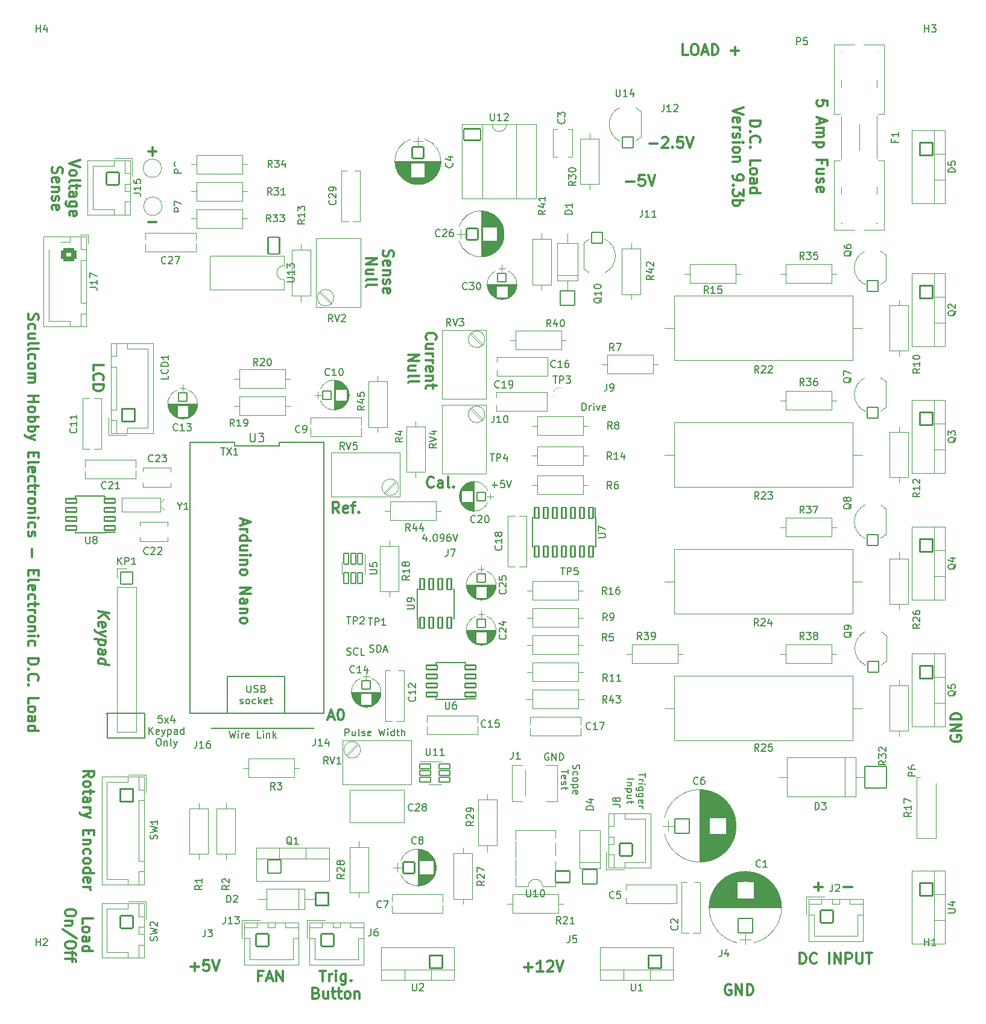
<source format=gbr>
%TF.GenerationSoftware,KiCad,Pcbnew,7.0.9-7.0.9~ubuntu23.04.1*%
%TF.CreationDate,2024-01-04T09:07:39+01:00*%
%TF.ProjectId,Electronic_DC_Load,456c6563-7472-46f6-9e69-635f44435f4c,rev?*%
%TF.SameCoordinates,Original*%
%TF.FileFunction,Legend,Top*%
%TF.FilePolarity,Positive*%
%FSLAX46Y46*%
G04 Gerber Fmt 4.6, Leading zero omitted, Abs format (unit mm)*
G04 Created by KiCad (PCBNEW 7.0.9-7.0.9~ubuntu23.04.1) date 2024-01-04 09:07:39*
%MOMM*%
%LPD*%
G01*
G04 APERTURE LIST*
G04 Aperture macros list*
%AMRoundRect*
0 Rectangle with rounded corners*
0 $1 Rounding radius*
0 $2 $3 $4 $5 $6 $7 $8 $9 X,Y pos of 4 corners*
0 Add a 4 corners polygon primitive as box body*
4,1,4,$2,$3,$4,$5,$6,$7,$8,$9,$2,$3,0*
0 Add four circle primitives for the rounded corners*
1,1,$1+$1,$2,$3*
1,1,$1+$1,$4,$5*
1,1,$1+$1,$6,$7*
1,1,$1+$1,$8,$9*
0 Add four rect primitives between the rounded corners*
20,1,$1+$1,$2,$3,$4,$5,0*
20,1,$1+$1,$4,$5,$6,$7,0*
20,1,$1+$1,$6,$7,$8,$9,0*
20,1,$1+$1,$8,$9,$2,$3,0*%
G04 Aperture macros list end*
%ADD10C,0.200000*%
%ADD11C,0.300000*%
%ADD12C,0.150000*%
%ADD13C,0.120000*%
%ADD14R,0.650000X1.560000*%
%ADD15R,1.550000X0.600000*%
%ADD16R,0.600000X1.500000*%
%ADD17R,0.600000X1.550000*%
%ADD18C,4.500000*%
%ADD19C,1.400000*%
%ADD20RoundRect,0.350000X-0.725000X0.600000X-0.725000X-0.600000X0.725000X-0.600000X0.725000X0.600000X0*%
%ADD21O,2.150000X1.900000*%
%ADD22RoundRect,0.100000X1.000000X-1.000000X1.000000X1.000000X-1.000000X1.000000X-1.000000X-1.000000X0*%
%ADD23C,2.200000*%
%ADD24C,2.000000*%
%ADD25RoundRect,0.100000X-0.800000X0.800000X-0.800000X-0.800000X0.800000X-0.800000X0.800000X0.800000X0*%
%ADD26C,1.800000*%
%ADD27RoundRect,0.100000X-1.000000X-1.000000X1.000000X-1.000000X1.000000X1.000000X-1.000000X1.000000X0*%
%ADD28RoundRect,0.100000X-0.800000X-0.800000X0.800000X-0.800000X0.800000X0.800000X-0.800000X0.800000X0*%
%ADD29RoundRect,0.100000X-0.600000X-0.600000X0.600000X-0.600000X0.600000X0.600000X-0.600000X0.600000X0*%
%ADD30RoundRect,0.100000X-0.600000X0.600000X-0.600000X-0.600000X0.600000X-0.600000X0.600000X0.600000X0*%
%ADD31RoundRect,0.100000X0.600000X0.600000X-0.600000X0.600000X-0.600000X-0.600000X0.600000X-0.600000X0*%
%ADD32C,1.900000*%
%ADD33O,2.200000X2.200000*%
%ADD34RoundRect,0.100000X1.500000X1.500000X-1.500000X1.500000X-1.500000X-1.500000X1.500000X-1.500000X0*%
%ADD35O,3.200000X3.200000*%
%ADD36RoundRect,0.100000X-0.900000X0.900000X-0.900000X-0.900000X0.900000X-0.900000X0.900000X0.900000X0*%
%ADD37O,2.000000X2.000000*%
%ADD38C,6.200000*%
%ADD39O,3.210000X1.710000*%
%ADD40RoundRect,0.100000X-0.875000X-0.875000X0.875000X-0.875000X0.875000X0.875000X-0.875000X0.875000X0*%
%ADD41C,1.950000*%
%ADD42C,3.200000*%
%ADD43RoundRect,0.100000X0.875000X-0.875000X0.875000X0.875000X-0.875000X0.875000X-0.875000X-0.875000X0*%
%ADD44RoundRect,0.100000X0.900000X-0.900000X0.900000X0.900000X-0.900000X0.900000X-0.900000X-0.900000X0*%
%ADD45C,8.200000*%
%ADD46RoundRect,0.100000X-0.950000X-0.950000X0.950000X-0.950000X0.950000X0.950000X-0.950000X0.950000X0*%
%ADD47O,2.000000X2.100000*%
%ADD48O,2.200000X1.800000*%
%ADD49C,2.600000*%
%ADD50O,2.600000X2.600000*%
%ADD51RoundRect,0.100000X-0.875000X0.875000X-0.875000X-0.875000X0.875000X-0.875000X0.875000X0.875000X0*%
%ADD52RoundRect,0.100000X-0.325000X0.780000X-0.325000X-0.780000X0.325000X-0.780000X0.325000X0.780000X0*%
%ADD53RoundRect,0.100000X0.775000X0.300000X-0.775000X0.300000X-0.775000X-0.300000X0.775000X-0.300000X0*%
%ADD54RoundRect,0.100000X-0.300000X0.750000X-0.300000X-0.750000X0.300000X-0.750000X0.300000X0.750000X0*%
%ADD55RoundRect,0.100000X0.300000X-0.775000X0.300000X0.775000X-0.300000X0.775000X-0.300000X-0.775000X0*%
%ADD56RoundRect,0.100000X1.000000X0.800000X-1.000000X0.800000X-1.000000X-0.800000X1.000000X-0.800000X0*%
%ADD57RoundRect,0.100000X-0.800000X1.200000X-0.800000X-1.200000X0.800000X-1.200000X0.800000X1.200000X0*%
%ADD58O,1.800000X2.600000*%
%ADD59RoundRect,0.100000X-1.200000X-0.800000X1.200000X-0.800000X1.200000X0.800000X-1.200000X0.800000X0*%
%ADD60O,2.600000X1.800000*%
%ADD61RoundRect,0.100000X0.900000X0.900000X-0.900000X0.900000X-0.900000X-0.900000X0.900000X-0.900000X0*%
%ADD62O,2.700000X1.600000*%
%ADD63RoundRect,0.100000X-0.760000X-0.760000X0.760000X-0.760000X0.760000X0.760000X-0.760000X0.760000X0*%
%ADD64C,1.720000*%
%ADD65C,1.700000*%
%ADD66RoundRect,0.100000X0.760000X0.760000X-0.760000X0.760000X-0.760000X-0.760000X0.760000X-0.760000X0*%
%ADD67O,1.800000X1.800000*%
%ADD68C,1.640000*%
%ADD69RoundRect,0.100000X-0.780000X-0.325000X0.780000X-0.325000X0.780000X0.325000X-0.780000X0.325000X0*%
%ADD70RoundRect,0.100000X-0.850000X-0.850000X0.850000X-0.850000X0.850000X0.850000X-0.850000X0.850000X0*%
%ADD71O,1.900000X1.900000*%
G04 APERTURE END LIST*
D10*
X81762600Y-129057400D02*
X81762600Y-129235200D01*
X56921400Y-130454400D02*
X51638200Y-130454400D01*
X76555600Y-121767600D02*
X76555600Y-126847600D01*
X51562000Y-126923800D02*
X56921400Y-126923800D01*
X76555600Y-126847600D02*
X76581000Y-126847600D01*
X65074800Y-129057400D02*
X81762600Y-129057400D01*
X68478400Y-121767600D02*
X76555600Y-121767600D01*
X68478400Y-126949200D02*
X68478400Y-121767600D01*
X51638200Y-130454400D02*
X51638200Y-127000000D01*
X56921400Y-126923800D02*
X56921400Y-130454400D01*
X51638200Y-127000000D02*
X51485800Y-127000000D01*
D11*
X57404071Y-58018900D02*
X58546929Y-58018900D01*
D10*
X127209780Y-135344209D02*
X127209780Y-135915637D01*
X126209780Y-135629923D02*
X127209780Y-135629923D01*
X126209780Y-136248971D02*
X126876447Y-136248971D01*
X126685971Y-136248971D02*
X126781209Y-136296590D01*
X126781209Y-136296590D02*
X126828828Y-136344209D01*
X126828828Y-136344209D02*
X126876447Y-136439447D01*
X126876447Y-136439447D02*
X126876447Y-136534685D01*
X126209780Y-136868019D02*
X126876447Y-136868019D01*
X127209780Y-136868019D02*
X127162161Y-136820400D01*
X127162161Y-136820400D02*
X127114542Y-136868019D01*
X127114542Y-136868019D02*
X127162161Y-136915638D01*
X127162161Y-136915638D02*
X127209780Y-136868019D01*
X127209780Y-136868019D02*
X127114542Y-136868019D01*
X126876447Y-137772780D02*
X126066923Y-137772780D01*
X126066923Y-137772780D02*
X125971685Y-137725161D01*
X125971685Y-137725161D02*
X125924066Y-137677542D01*
X125924066Y-137677542D02*
X125876447Y-137582304D01*
X125876447Y-137582304D02*
X125876447Y-137439447D01*
X125876447Y-137439447D02*
X125924066Y-137344209D01*
X126257400Y-137772780D02*
X126209780Y-137677542D01*
X126209780Y-137677542D02*
X126209780Y-137487066D01*
X126209780Y-137487066D02*
X126257400Y-137391828D01*
X126257400Y-137391828D02*
X126305019Y-137344209D01*
X126305019Y-137344209D02*
X126400257Y-137296590D01*
X126400257Y-137296590D02*
X126685971Y-137296590D01*
X126685971Y-137296590D02*
X126781209Y-137344209D01*
X126781209Y-137344209D02*
X126828828Y-137391828D01*
X126828828Y-137391828D02*
X126876447Y-137487066D01*
X126876447Y-137487066D02*
X126876447Y-137677542D01*
X126876447Y-137677542D02*
X126828828Y-137772780D01*
X126876447Y-138677542D02*
X126066923Y-138677542D01*
X126066923Y-138677542D02*
X125971685Y-138629923D01*
X125971685Y-138629923D02*
X125924066Y-138582304D01*
X125924066Y-138582304D02*
X125876447Y-138487066D01*
X125876447Y-138487066D02*
X125876447Y-138344209D01*
X125876447Y-138344209D02*
X125924066Y-138248971D01*
X126257400Y-138677542D02*
X126209780Y-138582304D01*
X126209780Y-138582304D02*
X126209780Y-138391828D01*
X126209780Y-138391828D02*
X126257400Y-138296590D01*
X126257400Y-138296590D02*
X126305019Y-138248971D01*
X126305019Y-138248971D02*
X126400257Y-138201352D01*
X126400257Y-138201352D02*
X126685971Y-138201352D01*
X126685971Y-138201352D02*
X126781209Y-138248971D01*
X126781209Y-138248971D02*
X126828828Y-138296590D01*
X126828828Y-138296590D02*
X126876447Y-138391828D01*
X126876447Y-138391828D02*
X126876447Y-138582304D01*
X126876447Y-138582304D02*
X126828828Y-138677542D01*
X126257400Y-139534685D02*
X126209780Y-139439447D01*
X126209780Y-139439447D02*
X126209780Y-139248971D01*
X126209780Y-139248971D02*
X126257400Y-139153733D01*
X126257400Y-139153733D02*
X126352638Y-139106114D01*
X126352638Y-139106114D02*
X126733590Y-139106114D01*
X126733590Y-139106114D02*
X126828828Y-139153733D01*
X126828828Y-139153733D02*
X126876447Y-139248971D01*
X126876447Y-139248971D02*
X126876447Y-139439447D01*
X126876447Y-139439447D02*
X126828828Y-139534685D01*
X126828828Y-139534685D02*
X126733590Y-139582304D01*
X126733590Y-139582304D02*
X126638352Y-139582304D01*
X126638352Y-139582304D02*
X126543114Y-139106114D01*
X126209780Y-140010876D02*
X126876447Y-140010876D01*
X126685971Y-140010876D02*
X126781209Y-140058495D01*
X126781209Y-140058495D02*
X126828828Y-140106114D01*
X126828828Y-140106114D02*
X126876447Y-140201352D01*
X126876447Y-140201352D02*
X126876447Y-140296590D01*
X124599780Y-136177543D02*
X125599780Y-136177543D01*
X125266447Y-136653733D02*
X124599780Y-136653733D01*
X125171209Y-136653733D02*
X125218828Y-136701352D01*
X125218828Y-136701352D02*
X125266447Y-136796590D01*
X125266447Y-136796590D02*
X125266447Y-136939447D01*
X125266447Y-136939447D02*
X125218828Y-137034685D01*
X125218828Y-137034685D02*
X125123590Y-137082304D01*
X125123590Y-137082304D02*
X124599780Y-137082304D01*
X125266447Y-137558495D02*
X124266447Y-137558495D01*
X125218828Y-137558495D02*
X125266447Y-137653733D01*
X125266447Y-137653733D02*
X125266447Y-137844209D01*
X125266447Y-137844209D02*
X125218828Y-137939447D01*
X125218828Y-137939447D02*
X125171209Y-137987066D01*
X125171209Y-137987066D02*
X125075971Y-138034685D01*
X125075971Y-138034685D02*
X124790257Y-138034685D01*
X124790257Y-138034685D02*
X124695019Y-137987066D01*
X124695019Y-137987066D02*
X124647400Y-137939447D01*
X124647400Y-137939447D02*
X124599780Y-137844209D01*
X124599780Y-137844209D02*
X124599780Y-137653733D01*
X124599780Y-137653733D02*
X124647400Y-137558495D01*
X125266447Y-138891828D02*
X124599780Y-138891828D01*
X125266447Y-138463257D02*
X124742638Y-138463257D01*
X124742638Y-138463257D02*
X124647400Y-138510876D01*
X124647400Y-138510876D02*
X124599780Y-138606114D01*
X124599780Y-138606114D02*
X124599780Y-138748971D01*
X124599780Y-138748971D02*
X124647400Y-138844209D01*
X124647400Y-138844209D02*
X124695019Y-138891828D01*
X125266447Y-139225162D02*
X125266447Y-139606114D01*
X125599780Y-139368019D02*
X124742638Y-139368019D01*
X124742638Y-139368019D02*
X124647400Y-139415638D01*
X124647400Y-139415638D02*
X124599780Y-139510876D01*
X124599780Y-139510876D02*
X124599780Y-139606114D01*
D11*
X133183714Y-34587328D02*
X132469428Y-34587328D01*
X132469428Y-34587328D02*
X132469428Y-33087328D01*
X133969429Y-33087328D02*
X134255143Y-33087328D01*
X134255143Y-33087328D02*
X134398000Y-33158757D01*
X134398000Y-33158757D02*
X134540857Y-33301614D01*
X134540857Y-33301614D02*
X134612286Y-33587328D01*
X134612286Y-33587328D02*
X134612286Y-34087328D01*
X134612286Y-34087328D02*
X134540857Y-34373042D01*
X134540857Y-34373042D02*
X134398000Y-34515900D01*
X134398000Y-34515900D02*
X134255143Y-34587328D01*
X134255143Y-34587328D02*
X133969429Y-34587328D01*
X133969429Y-34587328D02*
X133826572Y-34515900D01*
X133826572Y-34515900D02*
X133683714Y-34373042D01*
X133683714Y-34373042D02*
X133612286Y-34087328D01*
X133612286Y-34087328D02*
X133612286Y-33587328D01*
X133612286Y-33587328D02*
X133683714Y-33301614D01*
X133683714Y-33301614D02*
X133826572Y-33158757D01*
X133826572Y-33158757D02*
X133969429Y-33087328D01*
X135183715Y-34158757D02*
X135898001Y-34158757D01*
X135040858Y-34587328D02*
X135540858Y-33087328D01*
X135540858Y-33087328D02*
X136040858Y-34587328D01*
X136540857Y-34587328D02*
X136540857Y-33087328D01*
X136540857Y-33087328D02*
X136898000Y-33087328D01*
X136898000Y-33087328D02*
X137112286Y-33158757D01*
X137112286Y-33158757D02*
X137255143Y-33301614D01*
X137255143Y-33301614D02*
X137326572Y-33444471D01*
X137326572Y-33444471D02*
X137398000Y-33730185D01*
X137398000Y-33730185D02*
X137398000Y-33944471D01*
X137398000Y-33944471D02*
X137326572Y-34230185D01*
X137326572Y-34230185D02*
X137255143Y-34373042D01*
X137255143Y-34373042D02*
X137112286Y-34515900D01*
X137112286Y-34515900D02*
X136898000Y-34587328D01*
X136898000Y-34587328D02*
X136540857Y-34587328D01*
X139183714Y-34015900D02*
X140326572Y-34015900D01*
X139755143Y-34587328D02*
X139755143Y-33444471D01*
D10*
X59326542Y-127280619D02*
X58850352Y-127280619D01*
X58850352Y-127280619D02*
X58802733Y-127756809D01*
X58802733Y-127756809D02*
X58850352Y-127709190D01*
X58850352Y-127709190D02*
X58945590Y-127661571D01*
X58945590Y-127661571D02*
X59183685Y-127661571D01*
X59183685Y-127661571D02*
X59278923Y-127709190D01*
X59278923Y-127709190D02*
X59326542Y-127756809D01*
X59326542Y-127756809D02*
X59374161Y-127852047D01*
X59374161Y-127852047D02*
X59374161Y-128090142D01*
X59374161Y-128090142D02*
X59326542Y-128185380D01*
X59326542Y-128185380D02*
X59278923Y-128233000D01*
X59278923Y-128233000D02*
X59183685Y-128280619D01*
X59183685Y-128280619D02*
X58945590Y-128280619D01*
X58945590Y-128280619D02*
X58850352Y-128233000D01*
X58850352Y-128233000D02*
X58802733Y-128185380D01*
X59707495Y-128280619D02*
X60231304Y-127613952D01*
X59707495Y-127613952D02*
X60231304Y-128280619D01*
X61040828Y-127613952D02*
X61040828Y-128280619D01*
X60802733Y-127233000D02*
X60564638Y-127947285D01*
X60564638Y-127947285D02*
X61183685Y-127947285D01*
X57540828Y-129890619D02*
X57540828Y-128890619D01*
X58112256Y-129890619D02*
X57683685Y-129319190D01*
X58112256Y-128890619D02*
X57540828Y-129462047D01*
X58921780Y-129843000D02*
X58826542Y-129890619D01*
X58826542Y-129890619D02*
X58636066Y-129890619D01*
X58636066Y-129890619D02*
X58540828Y-129843000D01*
X58540828Y-129843000D02*
X58493209Y-129747761D01*
X58493209Y-129747761D02*
X58493209Y-129366809D01*
X58493209Y-129366809D02*
X58540828Y-129271571D01*
X58540828Y-129271571D02*
X58636066Y-129223952D01*
X58636066Y-129223952D02*
X58826542Y-129223952D01*
X58826542Y-129223952D02*
X58921780Y-129271571D01*
X58921780Y-129271571D02*
X58969399Y-129366809D01*
X58969399Y-129366809D02*
X58969399Y-129462047D01*
X58969399Y-129462047D02*
X58493209Y-129557285D01*
X59302733Y-129223952D02*
X59540828Y-129890619D01*
X59778923Y-129223952D02*
X59540828Y-129890619D01*
X59540828Y-129890619D02*
X59445590Y-130128714D01*
X59445590Y-130128714D02*
X59397971Y-130176333D01*
X59397971Y-130176333D02*
X59302733Y-130223952D01*
X60159876Y-129223952D02*
X60159876Y-130223952D01*
X60159876Y-129271571D02*
X60255114Y-129223952D01*
X60255114Y-129223952D02*
X60445590Y-129223952D01*
X60445590Y-129223952D02*
X60540828Y-129271571D01*
X60540828Y-129271571D02*
X60588447Y-129319190D01*
X60588447Y-129319190D02*
X60636066Y-129414428D01*
X60636066Y-129414428D02*
X60636066Y-129700142D01*
X60636066Y-129700142D02*
X60588447Y-129795380D01*
X60588447Y-129795380D02*
X60540828Y-129843000D01*
X60540828Y-129843000D02*
X60445590Y-129890619D01*
X60445590Y-129890619D02*
X60255114Y-129890619D01*
X60255114Y-129890619D02*
X60159876Y-129843000D01*
X61493209Y-129890619D02*
X61493209Y-129366809D01*
X61493209Y-129366809D02*
X61445590Y-129271571D01*
X61445590Y-129271571D02*
X61350352Y-129223952D01*
X61350352Y-129223952D02*
X61159876Y-129223952D01*
X61159876Y-129223952D02*
X61064638Y-129271571D01*
X61493209Y-129843000D02*
X61397971Y-129890619D01*
X61397971Y-129890619D02*
X61159876Y-129890619D01*
X61159876Y-129890619D02*
X61064638Y-129843000D01*
X61064638Y-129843000D02*
X61017019Y-129747761D01*
X61017019Y-129747761D02*
X61017019Y-129652523D01*
X61017019Y-129652523D02*
X61064638Y-129557285D01*
X61064638Y-129557285D02*
X61159876Y-129509666D01*
X61159876Y-129509666D02*
X61397971Y-129509666D01*
X61397971Y-129509666D02*
X61493209Y-129462047D01*
X62397971Y-129890619D02*
X62397971Y-128890619D01*
X62397971Y-129843000D02*
X62302733Y-129890619D01*
X62302733Y-129890619D02*
X62112257Y-129890619D01*
X62112257Y-129890619D02*
X62017019Y-129843000D01*
X62017019Y-129843000D02*
X61969400Y-129795380D01*
X61969400Y-129795380D02*
X61921781Y-129700142D01*
X61921781Y-129700142D02*
X61921781Y-129414428D01*
X61921781Y-129414428D02*
X61969400Y-129319190D01*
X61969400Y-129319190D02*
X62017019Y-129271571D01*
X62017019Y-129271571D02*
X62112257Y-129223952D01*
X62112257Y-129223952D02*
X62302733Y-129223952D01*
X62302733Y-129223952D02*
X62397971Y-129271571D01*
X58778923Y-130500619D02*
X58969399Y-130500619D01*
X58969399Y-130500619D02*
X59064637Y-130548238D01*
X59064637Y-130548238D02*
X59159875Y-130643476D01*
X59159875Y-130643476D02*
X59207494Y-130833952D01*
X59207494Y-130833952D02*
X59207494Y-131167285D01*
X59207494Y-131167285D02*
X59159875Y-131357761D01*
X59159875Y-131357761D02*
X59064637Y-131453000D01*
X59064637Y-131453000D02*
X58969399Y-131500619D01*
X58969399Y-131500619D02*
X58778923Y-131500619D01*
X58778923Y-131500619D02*
X58683685Y-131453000D01*
X58683685Y-131453000D02*
X58588447Y-131357761D01*
X58588447Y-131357761D02*
X58540828Y-131167285D01*
X58540828Y-131167285D02*
X58540828Y-130833952D01*
X58540828Y-130833952D02*
X58588447Y-130643476D01*
X58588447Y-130643476D02*
X58683685Y-130548238D01*
X58683685Y-130548238D02*
X58778923Y-130500619D01*
X59636066Y-130833952D02*
X59636066Y-131500619D01*
X59636066Y-130929190D02*
X59683685Y-130881571D01*
X59683685Y-130881571D02*
X59778923Y-130833952D01*
X59778923Y-130833952D02*
X59921780Y-130833952D01*
X59921780Y-130833952D02*
X60017018Y-130881571D01*
X60017018Y-130881571D02*
X60064637Y-130976809D01*
X60064637Y-130976809D02*
X60064637Y-131500619D01*
X60683685Y-131500619D02*
X60588447Y-131453000D01*
X60588447Y-131453000D02*
X60540828Y-131357761D01*
X60540828Y-131357761D02*
X60540828Y-130500619D01*
X60969400Y-130833952D02*
X61207495Y-131500619D01*
X61445590Y-130833952D02*
X61207495Y-131500619D01*
X61207495Y-131500619D02*
X61112257Y-131738714D01*
X61112257Y-131738714D02*
X61064638Y-131786333D01*
X61064638Y-131786333D02*
X60969400Y-131833952D01*
D11*
X48154171Y-156480071D02*
X48154171Y-155765785D01*
X48154171Y-155765785D02*
X49654171Y-155765785D01*
X48154171Y-157194357D02*
X48225600Y-157051500D01*
X48225600Y-157051500D02*
X48297028Y-156980071D01*
X48297028Y-156980071D02*
X48439885Y-156908643D01*
X48439885Y-156908643D02*
X48868457Y-156908643D01*
X48868457Y-156908643D02*
X49011314Y-156980071D01*
X49011314Y-156980071D02*
X49082742Y-157051500D01*
X49082742Y-157051500D02*
X49154171Y-157194357D01*
X49154171Y-157194357D02*
X49154171Y-157408643D01*
X49154171Y-157408643D02*
X49082742Y-157551500D01*
X49082742Y-157551500D02*
X49011314Y-157622929D01*
X49011314Y-157622929D02*
X48868457Y-157694357D01*
X48868457Y-157694357D02*
X48439885Y-157694357D01*
X48439885Y-157694357D02*
X48297028Y-157622929D01*
X48297028Y-157622929D02*
X48225600Y-157551500D01*
X48225600Y-157551500D02*
X48154171Y-157408643D01*
X48154171Y-157408643D02*
X48154171Y-157194357D01*
X48154171Y-158980072D02*
X48939885Y-158980072D01*
X48939885Y-158980072D02*
X49082742Y-158908643D01*
X49082742Y-158908643D02*
X49154171Y-158765786D01*
X49154171Y-158765786D02*
X49154171Y-158480072D01*
X49154171Y-158480072D02*
X49082742Y-158337214D01*
X48225600Y-158980072D02*
X48154171Y-158837214D01*
X48154171Y-158837214D02*
X48154171Y-158480072D01*
X48154171Y-158480072D02*
X48225600Y-158337214D01*
X48225600Y-158337214D02*
X48368457Y-158265786D01*
X48368457Y-158265786D02*
X48511314Y-158265786D01*
X48511314Y-158265786D02*
X48654171Y-158337214D01*
X48654171Y-158337214D02*
X48725600Y-158480072D01*
X48725600Y-158480072D02*
X48725600Y-158837214D01*
X48725600Y-158837214D02*
X48797028Y-158980072D01*
X48154171Y-160337215D02*
X49654171Y-160337215D01*
X48225600Y-160337215D02*
X48154171Y-160194357D01*
X48154171Y-160194357D02*
X48154171Y-159908643D01*
X48154171Y-159908643D02*
X48225600Y-159765786D01*
X48225600Y-159765786D02*
X48297028Y-159694357D01*
X48297028Y-159694357D02*
X48439885Y-159622929D01*
X48439885Y-159622929D02*
X48868457Y-159622929D01*
X48868457Y-159622929D02*
X49011314Y-159694357D01*
X49011314Y-159694357D02*
X49082742Y-159765786D01*
X49082742Y-159765786D02*
X49154171Y-159908643D01*
X49154171Y-159908643D02*
X49154171Y-160194357D01*
X49154171Y-160194357D02*
X49082742Y-160337215D01*
X47239171Y-154801499D02*
X47239171Y-155087213D01*
X47239171Y-155087213D02*
X47167742Y-155230070D01*
X47167742Y-155230070D02*
X47024885Y-155372927D01*
X47024885Y-155372927D02*
X46739171Y-155444356D01*
X46739171Y-155444356D02*
X46239171Y-155444356D01*
X46239171Y-155444356D02*
X45953457Y-155372927D01*
X45953457Y-155372927D02*
X45810600Y-155230070D01*
X45810600Y-155230070D02*
X45739171Y-155087213D01*
X45739171Y-155087213D02*
X45739171Y-154801499D01*
X45739171Y-154801499D02*
X45810600Y-154658642D01*
X45810600Y-154658642D02*
X45953457Y-154515784D01*
X45953457Y-154515784D02*
X46239171Y-154444356D01*
X46239171Y-154444356D02*
X46739171Y-154444356D01*
X46739171Y-154444356D02*
X47024885Y-154515784D01*
X47024885Y-154515784D02*
X47167742Y-154658642D01*
X47167742Y-154658642D02*
X47239171Y-154801499D01*
X46739171Y-156087213D02*
X45739171Y-156087213D01*
X46596314Y-156087213D02*
X46667742Y-156158642D01*
X46667742Y-156158642D02*
X46739171Y-156301499D01*
X46739171Y-156301499D02*
X46739171Y-156515785D01*
X46739171Y-156515785D02*
X46667742Y-156658642D01*
X46667742Y-156658642D02*
X46524885Y-156730071D01*
X46524885Y-156730071D02*
X45739171Y-156730071D01*
X47310600Y-158515785D02*
X45382028Y-157230071D01*
X47239171Y-159301500D02*
X47239171Y-159587214D01*
X47239171Y-159587214D02*
X47167742Y-159730071D01*
X47167742Y-159730071D02*
X47024885Y-159872928D01*
X47024885Y-159872928D02*
X46739171Y-159944357D01*
X46739171Y-159944357D02*
X46239171Y-159944357D01*
X46239171Y-159944357D02*
X45953457Y-159872928D01*
X45953457Y-159872928D02*
X45810600Y-159730071D01*
X45810600Y-159730071D02*
X45739171Y-159587214D01*
X45739171Y-159587214D02*
X45739171Y-159301500D01*
X45739171Y-159301500D02*
X45810600Y-159158643D01*
X45810600Y-159158643D02*
X45953457Y-159015785D01*
X45953457Y-159015785D02*
X46239171Y-158944357D01*
X46239171Y-158944357D02*
X46739171Y-158944357D01*
X46739171Y-158944357D02*
X47024885Y-159015785D01*
X47024885Y-159015785D02*
X47167742Y-159158643D01*
X47167742Y-159158643D02*
X47239171Y-159301500D01*
X46739171Y-160372929D02*
X46739171Y-160944357D01*
X45739171Y-160587214D02*
X47024885Y-160587214D01*
X47024885Y-160587214D02*
X47167742Y-160658643D01*
X47167742Y-160658643D02*
X47239171Y-160801500D01*
X47239171Y-160801500D02*
X47239171Y-160944357D01*
X46739171Y-161230072D02*
X46739171Y-161801500D01*
X45739171Y-161444357D02*
X47024885Y-161444357D01*
X47024885Y-161444357D02*
X47167742Y-161515786D01*
X47167742Y-161515786D02*
X47239171Y-161658643D01*
X47239171Y-161658643D02*
X47239171Y-161801500D01*
X97460714Y-95150471D02*
X97389286Y-95221900D01*
X97389286Y-95221900D02*
X97175000Y-95293328D01*
X97175000Y-95293328D02*
X97032143Y-95293328D01*
X97032143Y-95293328D02*
X96817857Y-95221900D01*
X96817857Y-95221900D02*
X96675000Y-95079042D01*
X96675000Y-95079042D02*
X96603571Y-94936185D01*
X96603571Y-94936185D02*
X96532143Y-94650471D01*
X96532143Y-94650471D02*
X96532143Y-94436185D01*
X96532143Y-94436185D02*
X96603571Y-94150471D01*
X96603571Y-94150471D02*
X96675000Y-94007614D01*
X96675000Y-94007614D02*
X96817857Y-93864757D01*
X96817857Y-93864757D02*
X97032143Y-93793328D01*
X97032143Y-93793328D02*
X97175000Y-93793328D01*
X97175000Y-93793328D02*
X97389286Y-93864757D01*
X97389286Y-93864757D02*
X97460714Y-93936185D01*
X98746429Y-95293328D02*
X98746429Y-94507614D01*
X98746429Y-94507614D02*
X98675000Y-94364757D01*
X98675000Y-94364757D02*
X98532143Y-94293328D01*
X98532143Y-94293328D02*
X98246429Y-94293328D01*
X98246429Y-94293328D02*
X98103571Y-94364757D01*
X98746429Y-95221900D02*
X98603571Y-95293328D01*
X98603571Y-95293328D02*
X98246429Y-95293328D01*
X98246429Y-95293328D02*
X98103571Y-95221900D01*
X98103571Y-95221900D02*
X98032143Y-95079042D01*
X98032143Y-95079042D02*
X98032143Y-94936185D01*
X98032143Y-94936185D02*
X98103571Y-94793328D01*
X98103571Y-94793328D02*
X98246429Y-94721900D01*
X98246429Y-94721900D02*
X98603571Y-94721900D01*
X98603571Y-94721900D02*
X98746429Y-94650471D01*
X99675000Y-95293328D02*
X99532143Y-95221900D01*
X99532143Y-95221900D02*
X99460714Y-95079042D01*
X99460714Y-95079042D02*
X99460714Y-93793328D01*
X100246428Y-95150471D02*
X100317857Y-95221900D01*
X100317857Y-95221900D02*
X100246428Y-95293328D01*
X100246428Y-95293328D02*
X100175000Y-95221900D01*
X100175000Y-95221900D02*
X100246428Y-95150471D01*
X100246428Y-95150471D02*
X100246428Y-95293328D01*
D12*
X96456738Y-102150152D02*
X96456738Y-102816819D01*
X96218643Y-101769200D02*
X95980548Y-102483485D01*
X95980548Y-102483485D02*
X96599595Y-102483485D01*
X96980548Y-102721580D02*
X97028167Y-102769200D01*
X97028167Y-102769200D02*
X96980548Y-102816819D01*
X96980548Y-102816819D02*
X96932929Y-102769200D01*
X96932929Y-102769200D02*
X96980548Y-102721580D01*
X96980548Y-102721580D02*
X96980548Y-102816819D01*
X97647214Y-101816819D02*
X97742452Y-101816819D01*
X97742452Y-101816819D02*
X97837690Y-101864438D01*
X97837690Y-101864438D02*
X97885309Y-101912057D01*
X97885309Y-101912057D02*
X97932928Y-102007295D01*
X97932928Y-102007295D02*
X97980547Y-102197771D01*
X97980547Y-102197771D02*
X97980547Y-102435866D01*
X97980547Y-102435866D02*
X97932928Y-102626342D01*
X97932928Y-102626342D02*
X97885309Y-102721580D01*
X97885309Y-102721580D02*
X97837690Y-102769200D01*
X97837690Y-102769200D02*
X97742452Y-102816819D01*
X97742452Y-102816819D02*
X97647214Y-102816819D01*
X97647214Y-102816819D02*
X97551976Y-102769200D01*
X97551976Y-102769200D02*
X97504357Y-102721580D01*
X97504357Y-102721580D02*
X97456738Y-102626342D01*
X97456738Y-102626342D02*
X97409119Y-102435866D01*
X97409119Y-102435866D02*
X97409119Y-102197771D01*
X97409119Y-102197771D02*
X97456738Y-102007295D01*
X97456738Y-102007295D02*
X97504357Y-101912057D01*
X97504357Y-101912057D02*
X97551976Y-101864438D01*
X97551976Y-101864438D02*
X97647214Y-101816819D01*
X98456738Y-102816819D02*
X98647214Y-102816819D01*
X98647214Y-102816819D02*
X98742452Y-102769200D01*
X98742452Y-102769200D02*
X98790071Y-102721580D01*
X98790071Y-102721580D02*
X98885309Y-102578723D01*
X98885309Y-102578723D02*
X98932928Y-102388247D01*
X98932928Y-102388247D02*
X98932928Y-102007295D01*
X98932928Y-102007295D02*
X98885309Y-101912057D01*
X98885309Y-101912057D02*
X98837690Y-101864438D01*
X98837690Y-101864438D02*
X98742452Y-101816819D01*
X98742452Y-101816819D02*
X98551976Y-101816819D01*
X98551976Y-101816819D02*
X98456738Y-101864438D01*
X98456738Y-101864438D02*
X98409119Y-101912057D01*
X98409119Y-101912057D02*
X98361500Y-102007295D01*
X98361500Y-102007295D02*
X98361500Y-102245390D01*
X98361500Y-102245390D02*
X98409119Y-102340628D01*
X98409119Y-102340628D02*
X98456738Y-102388247D01*
X98456738Y-102388247D02*
X98551976Y-102435866D01*
X98551976Y-102435866D02*
X98742452Y-102435866D01*
X98742452Y-102435866D02*
X98837690Y-102388247D01*
X98837690Y-102388247D02*
X98885309Y-102340628D01*
X98885309Y-102340628D02*
X98932928Y-102245390D01*
X99790071Y-101816819D02*
X99599595Y-101816819D01*
X99599595Y-101816819D02*
X99504357Y-101864438D01*
X99504357Y-101864438D02*
X99456738Y-101912057D01*
X99456738Y-101912057D02*
X99361500Y-102054914D01*
X99361500Y-102054914D02*
X99313881Y-102245390D01*
X99313881Y-102245390D02*
X99313881Y-102626342D01*
X99313881Y-102626342D02*
X99361500Y-102721580D01*
X99361500Y-102721580D02*
X99409119Y-102769200D01*
X99409119Y-102769200D02*
X99504357Y-102816819D01*
X99504357Y-102816819D02*
X99694833Y-102816819D01*
X99694833Y-102816819D02*
X99790071Y-102769200D01*
X99790071Y-102769200D02*
X99837690Y-102721580D01*
X99837690Y-102721580D02*
X99885309Y-102626342D01*
X99885309Y-102626342D02*
X99885309Y-102388247D01*
X99885309Y-102388247D02*
X99837690Y-102293009D01*
X99837690Y-102293009D02*
X99790071Y-102245390D01*
X99790071Y-102245390D02*
X99694833Y-102197771D01*
X99694833Y-102197771D02*
X99504357Y-102197771D01*
X99504357Y-102197771D02*
X99409119Y-102245390D01*
X99409119Y-102245390D02*
X99361500Y-102293009D01*
X99361500Y-102293009D02*
X99313881Y-102388247D01*
X100171024Y-101816819D02*
X100504357Y-102816819D01*
X100504357Y-102816819D02*
X100837690Y-101816819D01*
D11*
X90453100Y-62024000D02*
X90381671Y-62238286D01*
X90381671Y-62238286D02*
X90381671Y-62595428D01*
X90381671Y-62595428D02*
X90453100Y-62738286D01*
X90453100Y-62738286D02*
X90524528Y-62809714D01*
X90524528Y-62809714D02*
X90667385Y-62881143D01*
X90667385Y-62881143D02*
X90810242Y-62881143D01*
X90810242Y-62881143D02*
X90953100Y-62809714D01*
X90953100Y-62809714D02*
X91024528Y-62738286D01*
X91024528Y-62738286D02*
X91095957Y-62595428D01*
X91095957Y-62595428D02*
X91167385Y-62309714D01*
X91167385Y-62309714D02*
X91238814Y-62166857D01*
X91238814Y-62166857D02*
X91310242Y-62095428D01*
X91310242Y-62095428D02*
X91453100Y-62024000D01*
X91453100Y-62024000D02*
X91595957Y-62024000D01*
X91595957Y-62024000D02*
X91738814Y-62095428D01*
X91738814Y-62095428D02*
X91810242Y-62166857D01*
X91810242Y-62166857D02*
X91881671Y-62309714D01*
X91881671Y-62309714D02*
X91881671Y-62666857D01*
X91881671Y-62666857D02*
X91810242Y-62881143D01*
X90453100Y-64095428D02*
X90381671Y-63952571D01*
X90381671Y-63952571D02*
X90381671Y-63666857D01*
X90381671Y-63666857D02*
X90453100Y-63523999D01*
X90453100Y-63523999D02*
X90595957Y-63452571D01*
X90595957Y-63452571D02*
X91167385Y-63452571D01*
X91167385Y-63452571D02*
X91310242Y-63523999D01*
X91310242Y-63523999D02*
X91381671Y-63666857D01*
X91381671Y-63666857D02*
X91381671Y-63952571D01*
X91381671Y-63952571D02*
X91310242Y-64095428D01*
X91310242Y-64095428D02*
X91167385Y-64166857D01*
X91167385Y-64166857D02*
X91024528Y-64166857D01*
X91024528Y-64166857D02*
X90881671Y-63452571D01*
X91381671Y-64809713D02*
X90381671Y-64809713D01*
X91238814Y-64809713D02*
X91310242Y-64881142D01*
X91310242Y-64881142D02*
X91381671Y-65023999D01*
X91381671Y-65023999D02*
X91381671Y-65238285D01*
X91381671Y-65238285D02*
X91310242Y-65381142D01*
X91310242Y-65381142D02*
X91167385Y-65452571D01*
X91167385Y-65452571D02*
X90381671Y-65452571D01*
X90453100Y-66095428D02*
X90381671Y-66238285D01*
X90381671Y-66238285D02*
X90381671Y-66523999D01*
X90381671Y-66523999D02*
X90453100Y-66666856D01*
X90453100Y-66666856D02*
X90595957Y-66738285D01*
X90595957Y-66738285D02*
X90667385Y-66738285D01*
X90667385Y-66738285D02*
X90810242Y-66666856D01*
X90810242Y-66666856D02*
X90881671Y-66523999D01*
X90881671Y-66523999D02*
X90881671Y-66309714D01*
X90881671Y-66309714D02*
X90953100Y-66166856D01*
X90953100Y-66166856D02*
X91095957Y-66095428D01*
X91095957Y-66095428D02*
X91167385Y-66095428D01*
X91167385Y-66095428D02*
X91310242Y-66166856D01*
X91310242Y-66166856D02*
X91381671Y-66309714D01*
X91381671Y-66309714D02*
X91381671Y-66523999D01*
X91381671Y-66523999D02*
X91310242Y-66666856D01*
X90453100Y-67952571D02*
X90381671Y-67809714D01*
X90381671Y-67809714D02*
X90381671Y-67524000D01*
X90381671Y-67524000D02*
X90453100Y-67381142D01*
X90453100Y-67381142D02*
X90595957Y-67309714D01*
X90595957Y-67309714D02*
X91167385Y-67309714D01*
X91167385Y-67309714D02*
X91310242Y-67381142D01*
X91310242Y-67381142D02*
X91381671Y-67524000D01*
X91381671Y-67524000D02*
X91381671Y-67809714D01*
X91381671Y-67809714D02*
X91310242Y-67952571D01*
X91310242Y-67952571D02*
X91167385Y-68024000D01*
X91167385Y-68024000D02*
X91024528Y-68024000D01*
X91024528Y-68024000D02*
X90881671Y-67309714D01*
X87966671Y-63131142D02*
X89466671Y-63131142D01*
X89466671Y-63131142D02*
X87966671Y-63988285D01*
X87966671Y-63988285D02*
X89466671Y-63988285D01*
X88966671Y-65345429D02*
X87966671Y-65345429D01*
X88966671Y-64702571D02*
X88180957Y-64702571D01*
X88180957Y-64702571D02*
X88038100Y-64774000D01*
X88038100Y-64774000D02*
X87966671Y-64916857D01*
X87966671Y-64916857D02*
X87966671Y-65131143D01*
X87966671Y-65131143D02*
X88038100Y-65274000D01*
X88038100Y-65274000D02*
X88109528Y-65345429D01*
X87966671Y-66274000D02*
X88038100Y-66131143D01*
X88038100Y-66131143D02*
X88180957Y-66059714D01*
X88180957Y-66059714D02*
X89466671Y-66059714D01*
X87966671Y-67059714D02*
X88038100Y-66916857D01*
X88038100Y-66916857D02*
X88180957Y-66845428D01*
X88180957Y-66845428D02*
X89466671Y-66845428D01*
D12*
X118332452Y-84465319D02*
X118332452Y-83465319D01*
X118332452Y-83465319D02*
X118570547Y-83465319D01*
X118570547Y-83465319D02*
X118713404Y-83512938D01*
X118713404Y-83512938D02*
X118808642Y-83608176D01*
X118808642Y-83608176D02*
X118856261Y-83703414D01*
X118856261Y-83703414D02*
X118903880Y-83893890D01*
X118903880Y-83893890D02*
X118903880Y-84036747D01*
X118903880Y-84036747D02*
X118856261Y-84227223D01*
X118856261Y-84227223D02*
X118808642Y-84322461D01*
X118808642Y-84322461D02*
X118713404Y-84417700D01*
X118713404Y-84417700D02*
X118570547Y-84465319D01*
X118570547Y-84465319D02*
X118332452Y-84465319D01*
X119332452Y-84465319D02*
X119332452Y-83798652D01*
X119332452Y-83989128D02*
X119380071Y-83893890D01*
X119380071Y-83893890D02*
X119427690Y-83846271D01*
X119427690Y-83846271D02*
X119522928Y-83798652D01*
X119522928Y-83798652D02*
X119618166Y-83798652D01*
X119951500Y-84465319D02*
X119951500Y-83798652D01*
X119951500Y-83465319D02*
X119903881Y-83512938D01*
X119903881Y-83512938D02*
X119951500Y-83560557D01*
X119951500Y-83560557D02*
X119999119Y-83512938D01*
X119999119Y-83512938D02*
X119951500Y-83465319D01*
X119951500Y-83465319D02*
X119951500Y-83560557D01*
X120332452Y-83798652D02*
X120570547Y-84465319D01*
X120570547Y-84465319D02*
X120808642Y-83798652D01*
X121570547Y-84417700D02*
X121475309Y-84465319D01*
X121475309Y-84465319D02*
X121284833Y-84465319D01*
X121284833Y-84465319D02*
X121189595Y-84417700D01*
X121189595Y-84417700D02*
X121141976Y-84322461D01*
X121141976Y-84322461D02*
X121141976Y-83941509D01*
X121141976Y-83941509D02*
X121189595Y-83846271D01*
X121189595Y-83846271D02*
X121284833Y-83798652D01*
X121284833Y-83798652D02*
X121475309Y-83798652D01*
X121475309Y-83798652D02*
X121570547Y-83846271D01*
X121570547Y-83846271D02*
X121618166Y-83941509D01*
X121618166Y-83941509D02*
X121618166Y-84036747D01*
X121618166Y-84036747D02*
X121141976Y-84131985D01*
X67595905Y-89688319D02*
X68167333Y-89688319D01*
X67881619Y-90688319D02*
X67881619Y-89688319D01*
X68405429Y-89688319D02*
X69072095Y-90688319D01*
X69072095Y-89688319D02*
X68405429Y-90688319D01*
X69976857Y-90688319D02*
X69405429Y-90688319D01*
X69691143Y-90688319D02*
X69691143Y-89688319D01*
X69691143Y-89688319D02*
X69595905Y-89831176D01*
X69595905Y-89831176D02*
X69500667Y-89926414D01*
X69500667Y-89926414D02*
X69405429Y-89974033D01*
D11*
X73334714Y-163786114D02*
X72834714Y-163786114D01*
X72834714Y-164571828D02*
X72834714Y-163071828D01*
X72834714Y-163071828D02*
X73549000Y-163071828D01*
X74049000Y-164143257D02*
X74763286Y-164143257D01*
X73906143Y-164571828D02*
X74406143Y-163071828D01*
X74406143Y-163071828D02*
X74906143Y-164571828D01*
X75406142Y-164571828D02*
X75406142Y-163071828D01*
X75406142Y-163071828D02*
X76263285Y-164571828D01*
X76263285Y-164571828D02*
X76263285Y-163071828D01*
X48280171Y-135926643D02*
X48994457Y-135426643D01*
X48280171Y-135069500D02*
X49780171Y-135069500D01*
X49780171Y-135069500D02*
X49780171Y-135640929D01*
X49780171Y-135640929D02*
X49708742Y-135783786D01*
X49708742Y-135783786D02*
X49637314Y-135855215D01*
X49637314Y-135855215D02*
X49494457Y-135926643D01*
X49494457Y-135926643D02*
X49280171Y-135926643D01*
X49280171Y-135926643D02*
X49137314Y-135855215D01*
X49137314Y-135855215D02*
X49065885Y-135783786D01*
X49065885Y-135783786D02*
X48994457Y-135640929D01*
X48994457Y-135640929D02*
X48994457Y-135069500D01*
X48280171Y-136783786D02*
X48351600Y-136640929D01*
X48351600Y-136640929D02*
X48423028Y-136569500D01*
X48423028Y-136569500D02*
X48565885Y-136498072D01*
X48565885Y-136498072D02*
X48994457Y-136498072D01*
X48994457Y-136498072D02*
X49137314Y-136569500D01*
X49137314Y-136569500D02*
X49208742Y-136640929D01*
X49208742Y-136640929D02*
X49280171Y-136783786D01*
X49280171Y-136783786D02*
X49280171Y-136998072D01*
X49280171Y-136998072D02*
X49208742Y-137140929D01*
X49208742Y-137140929D02*
X49137314Y-137212358D01*
X49137314Y-137212358D02*
X48994457Y-137283786D01*
X48994457Y-137283786D02*
X48565885Y-137283786D01*
X48565885Y-137283786D02*
X48423028Y-137212358D01*
X48423028Y-137212358D02*
X48351600Y-137140929D01*
X48351600Y-137140929D02*
X48280171Y-136998072D01*
X48280171Y-136998072D02*
X48280171Y-136783786D01*
X49280171Y-137712358D02*
X49280171Y-138283786D01*
X49780171Y-137926643D02*
X48494457Y-137926643D01*
X48494457Y-137926643D02*
X48351600Y-137998072D01*
X48351600Y-137998072D02*
X48280171Y-138140929D01*
X48280171Y-138140929D02*
X48280171Y-138283786D01*
X48280171Y-139426644D02*
X49065885Y-139426644D01*
X49065885Y-139426644D02*
X49208742Y-139355215D01*
X49208742Y-139355215D02*
X49280171Y-139212358D01*
X49280171Y-139212358D02*
X49280171Y-138926644D01*
X49280171Y-138926644D02*
X49208742Y-138783786D01*
X48351600Y-139426644D02*
X48280171Y-139283786D01*
X48280171Y-139283786D02*
X48280171Y-138926644D01*
X48280171Y-138926644D02*
X48351600Y-138783786D01*
X48351600Y-138783786D02*
X48494457Y-138712358D01*
X48494457Y-138712358D02*
X48637314Y-138712358D01*
X48637314Y-138712358D02*
X48780171Y-138783786D01*
X48780171Y-138783786D02*
X48851600Y-138926644D01*
X48851600Y-138926644D02*
X48851600Y-139283786D01*
X48851600Y-139283786D02*
X48923028Y-139426644D01*
X48280171Y-140140929D02*
X49280171Y-140140929D01*
X48994457Y-140140929D02*
X49137314Y-140212358D01*
X49137314Y-140212358D02*
X49208742Y-140283787D01*
X49208742Y-140283787D02*
X49280171Y-140426644D01*
X49280171Y-140426644D02*
X49280171Y-140569501D01*
X49280171Y-140926643D02*
X48280171Y-141283786D01*
X49280171Y-141640929D02*
X48280171Y-141283786D01*
X48280171Y-141283786D02*
X47923028Y-141140929D01*
X47923028Y-141140929D02*
X47851600Y-141069500D01*
X47851600Y-141069500D02*
X47780171Y-140926643D01*
X49065885Y-143355214D02*
X49065885Y-143855214D01*
X48280171Y-144069500D02*
X48280171Y-143355214D01*
X48280171Y-143355214D02*
X49780171Y-143355214D01*
X49780171Y-143355214D02*
X49780171Y-144069500D01*
X49280171Y-144712357D02*
X48280171Y-144712357D01*
X49137314Y-144712357D02*
X49208742Y-144783786D01*
X49208742Y-144783786D02*
X49280171Y-144926643D01*
X49280171Y-144926643D02*
X49280171Y-145140929D01*
X49280171Y-145140929D02*
X49208742Y-145283786D01*
X49208742Y-145283786D02*
X49065885Y-145355215D01*
X49065885Y-145355215D02*
X48280171Y-145355215D01*
X48351600Y-146712358D02*
X48280171Y-146569500D01*
X48280171Y-146569500D02*
X48280171Y-146283786D01*
X48280171Y-146283786D02*
X48351600Y-146140929D01*
X48351600Y-146140929D02*
X48423028Y-146069500D01*
X48423028Y-146069500D02*
X48565885Y-145998072D01*
X48565885Y-145998072D02*
X48994457Y-145998072D01*
X48994457Y-145998072D02*
X49137314Y-146069500D01*
X49137314Y-146069500D02*
X49208742Y-146140929D01*
X49208742Y-146140929D02*
X49280171Y-146283786D01*
X49280171Y-146283786D02*
X49280171Y-146569500D01*
X49280171Y-146569500D02*
X49208742Y-146712358D01*
X48280171Y-147569500D02*
X48351600Y-147426643D01*
X48351600Y-147426643D02*
X48423028Y-147355214D01*
X48423028Y-147355214D02*
X48565885Y-147283786D01*
X48565885Y-147283786D02*
X48994457Y-147283786D01*
X48994457Y-147283786D02*
X49137314Y-147355214D01*
X49137314Y-147355214D02*
X49208742Y-147426643D01*
X49208742Y-147426643D02*
X49280171Y-147569500D01*
X49280171Y-147569500D02*
X49280171Y-147783786D01*
X49280171Y-147783786D02*
X49208742Y-147926643D01*
X49208742Y-147926643D02*
X49137314Y-147998072D01*
X49137314Y-147998072D02*
X48994457Y-148069500D01*
X48994457Y-148069500D02*
X48565885Y-148069500D01*
X48565885Y-148069500D02*
X48423028Y-147998072D01*
X48423028Y-147998072D02*
X48351600Y-147926643D01*
X48351600Y-147926643D02*
X48280171Y-147783786D01*
X48280171Y-147783786D02*
X48280171Y-147569500D01*
X48280171Y-149355215D02*
X49780171Y-149355215D01*
X48351600Y-149355215D02*
X48280171Y-149212357D01*
X48280171Y-149212357D02*
X48280171Y-148926643D01*
X48280171Y-148926643D02*
X48351600Y-148783786D01*
X48351600Y-148783786D02*
X48423028Y-148712357D01*
X48423028Y-148712357D02*
X48565885Y-148640929D01*
X48565885Y-148640929D02*
X48994457Y-148640929D01*
X48994457Y-148640929D02*
X49137314Y-148712357D01*
X49137314Y-148712357D02*
X49208742Y-148783786D01*
X49208742Y-148783786D02*
X49280171Y-148926643D01*
X49280171Y-148926643D02*
X49280171Y-149212357D01*
X49280171Y-149212357D02*
X49208742Y-149355215D01*
X48351600Y-150640929D02*
X48280171Y-150498072D01*
X48280171Y-150498072D02*
X48280171Y-150212358D01*
X48280171Y-150212358D02*
X48351600Y-150069500D01*
X48351600Y-150069500D02*
X48494457Y-149998072D01*
X48494457Y-149998072D02*
X49065885Y-149998072D01*
X49065885Y-149998072D02*
X49208742Y-150069500D01*
X49208742Y-150069500D02*
X49280171Y-150212358D01*
X49280171Y-150212358D02*
X49280171Y-150498072D01*
X49280171Y-150498072D02*
X49208742Y-150640929D01*
X49208742Y-150640929D02*
X49065885Y-150712358D01*
X49065885Y-150712358D02*
X48923028Y-150712358D01*
X48923028Y-150712358D02*
X48780171Y-149998072D01*
X48280171Y-151355214D02*
X49280171Y-151355214D01*
X48994457Y-151355214D02*
X49137314Y-151426643D01*
X49137314Y-151426643D02*
X49208742Y-151498072D01*
X49208742Y-151498072D02*
X49280171Y-151640929D01*
X49280171Y-151640929D02*
X49280171Y-151783786D01*
X63349428Y-162539900D02*
X64492286Y-162539900D01*
X63920857Y-163111328D02*
X63920857Y-161968471D01*
X65920857Y-161611328D02*
X65206571Y-161611328D01*
X65206571Y-161611328D02*
X65135143Y-162325614D01*
X65135143Y-162325614D02*
X65206571Y-162254185D01*
X65206571Y-162254185D02*
X65349429Y-162182757D01*
X65349429Y-162182757D02*
X65706571Y-162182757D01*
X65706571Y-162182757D02*
X65849429Y-162254185D01*
X65849429Y-162254185D02*
X65920857Y-162325614D01*
X65920857Y-162325614D02*
X65992286Y-162468471D01*
X65992286Y-162468471D02*
X65992286Y-162825614D01*
X65992286Y-162825614D02*
X65920857Y-162968471D01*
X65920857Y-162968471D02*
X65849429Y-163039900D01*
X65849429Y-163039900D02*
X65706571Y-163111328D01*
X65706571Y-163111328D02*
X65349429Y-163111328D01*
X65349429Y-163111328D02*
X65206571Y-163039900D01*
X65206571Y-163039900D02*
X65135143Y-162968471D01*
X66420857Y-161611328D02*
X66920857Y-163111328D01*
X66920857Y-163111328D02*
X67420857Y-161611328D01*
D12*
X85271124Y-118745800D02*
X85413981Y-118793419D01*
X85413981Y-118793419D02*
X85652076Y-118793419D01*
X85652076Y-118793419D02*
X85747314Y-118745800D01*
X85747314Y-118745800D02*
X85794933Y-118698180D01*
X85794933Y-118698180D02*
X85842552Y-118602942D01*
X85842552Y-118602942D02*
X85842552Y-118507704D01*
X85842552Y-118507704D02*
X85794933Y-118412466D01*
X85794933Y-118412466D02*
X85747314Y-118364847D01*
X85747314Y-118364847D02*
X85652076Y-118317228D01*
X85652076Y-118317228D02*
X85461600Y-118269609D01*
X85461600Y-118269609D02*
X85366362Y-118221990D01*
X85366362Y-118221990D02*
X85318743Y-118174371D01*
X85318743Y-118174371D02*
X85271124Y-118079133D01*
X85271124Y-118079133D02*
X85271124Y-117983895D01*
X85271124Y-117983895D02*
X85318743Y-117888657D01*
X85318743Y-117888657D02*
X85366362Y-117841038D01*
X85366362Y-117841038D02*
X85461600Y-117793419D01*
X85461600Y-117793419D02*
X85699695Y-117793419D01*
X85699695Y-117793419D02*
X85842552Y-117841038D01*
X86842552Y-118698180D02*
X86794933Y-118745800D01*
X86794933Y-118745800D02*
X86652076Y-118793419D01*
X86652076Y-118793419D02*
X86556838Y-118793419D01*
X86556838Y-118793419D02*
X86413981Y-118745800D01*
X86413981Y-118745800D02*
X86318743Y-118650561D01*
X86318743Y-118650561D02*
X86271124Y-118555323D01*
X86271124Y-118555323D02*
X86223505Y-118364847D01*
X86223505Y-118364847D02*
X86223505Y-118221990D01*
X86223505Y-118221990D02*
X86271124Y-118031514D01*
X86271124Y-118031514D02*
X86318743Y-117936276D01*
X86318743Y-117936276D02*
X86413981Y-117841038D01*
X86413981Y-117841038D02*
X86556838Y-117793419D01*
X86556838Y-117793419D02*
X86652076Y-117793419D01*
X86652076Y-117793419D02*
X86794933Y-117841038D01*
X86794933Y-117841038D02*
X86842552Y-117888657D01*
X87747314Y-118793419D02*
X87271124Y-118793419D01*
X87271124Y-118793419D02*
X87271124Y-117793419D01*
D11*
X57404071Y-48112900D02*
X58546929Y-48112900D01*
X57975500Y-48684328D02*
X57975500Y-47541471D01*
D12*
X88511214Y-118326700D02*
X88654071Y-118374319D01*
X88654071Y-118374319D02*
X88892166Y-118374319D01*
X88892166Y-118374319D02*
X88987404Y-118326700D01*
X88987404Y-118326700D02*
X89035023Y-118279080D01*
X89035023Y-118279080D02*
X89082642Y-118183842D01*
X89082642Y-118183842D02*
X89082642Y-118088604D01*
X89082642Y-118088604D02*
X89035023Y-117993366D01*
X89035023Y-117993366D02*
X88987404Y-117945747D01*
X88987404Y-117945747D02*
X88892166Y-117898128D01*
X88892166Y-117898128D02*
X88701690Y-117850509D01*
X88701690Y-117850509D02*
X88606452Y-117802890D01*
X88606452Y-117802890D02*
X88558833Y-117755271D01*
X88558833Y-117755271D02*
X88511214Y-117660033D01*
X88511214Y-117660033D02*
X88511214Y-117564795D01*
X88511214Y-117564795D02*
X88558833Y-117469557D01*
X88558833Y-117469557D02*
X88606452Y-117421938D01*
X88606452Y-117421938D02*
X88701690Y-117374319D01*
X88701690Y-117374319D02*
X88939785Y-117374319D01*
X88939785Y-117374319D02*
X89082642Y-117421938D01*
X89511214Y-118374319D02*
X89511214Y-117374319D01*
X89511214Y-117374319D02*
X89749309Y-117374319D01*
X89749309Y-117374319D02*
X89892166Y-117421938D01*
X89892166Y-117421938D02*
X89987404Y-117517176D01*
X89987404Y-117517176D02*
X90035023Y-117612414D01*
X90035023Y-117612414D02*
X90082642Y-117802890D01*
X90082642Y-117802890D02*
X90082642Y-117945747D01*
X90082642Y-117945747D02*
X90035023Y-118136223D01*
X90035023Y-118136223D02*
X89987404Y-118231461D01*
X89987404Y-118231461D02*
X89892166Y-118326700D01*
X89892166Y-118326700D02*
X89749309Y-118374319D01*
X89749309Y-118374319D02*
X89511214Y-118374319D01*
X90463595Y-118088604D02*
X90939785Y-118088604D01*
X90368357Y-118374319D02*
X90701690Y-117374319D01*
X90701690Y-117374319D02*
X91035023Y-118374319D01*
D10*
X117037200Y-134197981D02*
X116989580Y-134340838D01*
X116989580Y-134340838D02*
X116989580Y-134578933D01*
X116989580Y-134578933D02*
X117037200Y-134674171D01*
X117037200Y-134674171D02*
X117084819Y-134721790D01*
X117084819Y-134721790D02*
X117180057Y-134769409D01*
X117180057Y-134769409D02*
X117275295Y-134769409D01*
X117275295Y-134769409D02*
X117370533Y-134721790D01*
X117370533Y-134721790D02*
X117418152Y-134674171D01*
X117418152Y-134674171D02*
X117465771Y-134578933D01*
X117465771Y-134578933D02*
X117513390Y-134388457D01*
X117513390Y-134388457D02*
X117561009Y-134293219D01*
X117561009Y-134293219D02*
X117608628Y-134245600D01*
X117608628Y-134245600D02*
X117703866Y-134197981D01*
X117703866Y-134197981D02*
X117799104Y-134197981D01*
X117799104Y-134197981D02*
X117894342Y-134245600D01*
X117894342Y-134245600D02*
X117941961Y-134293219D01*
X117941961Y-134293219D02*
X117989580Y-134388457D01*
X117989580Y-134388457D02*
X117989580Y-134626552D01*
X117989580Y-134626552D02*
X117941961Y-134769409D01*
X117037200Y-135626552D02*
X116989580Y-135531314D01*
X116989580Y-135531314D02*
X116989580Y-135340838D01*
X116989580Y-135340838D02*
X117037200Y-135245600D01*
X117037200Y-135245600D02*
X117084819Y-135197981D01*
X117084819Y-135197981D02*
X117180057Y-135150362D01*
X117180057Y-135150362D02*
X117465771Y-135150362D01*
X117465771Y-135150362D02*
X117561009Y-135197981D01*
X117561009Y-135197981D02*
X117608628Y-135245600D01*
X117608628Y-135245600D02*
X117656247Y-135340838D01*
X117656247Y-135340838D02*
X117656247Y-135531314D01*
X117656247Y-135531314D02*
X117608628Y-135626552D01*
X116989580Y-136197981D02*
X117037200Y-136102743D01*
X117037200Y-136102743D02*
X117084819Y-136055124D01*
X117084819Y-136055124D02*
X117180057Y-136007505D01*
X117180057Y-136007505D02*
X117465771Y-136007505D01*
X117465771Y-136007505D02*
X117561009Y-136055124D01*
X117561009Y-136055124D02*
X117608628Y-136102743D01*
X117608628Y-136102743D02*
X117656247Y-136197981D01*
X117656247Y-136197981D02*
X117656247Y-136340838D01*
X117656247Y-136340838D02*
X117608628Y-136436076D01*
X117608628Y-136436076D02*
X117561009Y-136483695D01*
X117561009Y-136483695D02*
X117465771Y-136531314D01*
X117465771Y-136531314D02*
X117180057Y-136531314D01*
X117180057Y-136531314D02*
X117084819Y-136483695D01*
X117084819Y-136483695D02*
X117037200Y-136436076D01*
X117037200Y-136436076D02*
X116989580Y-136340838D01*
X116989580Y-136340838D02*
X116989580Y-136197981D01*
X117656247Y-136959886D02*
X116656247Y-136959886D01*
X117608628Y-136959886D02*
X117656247Y-137055124D01*
X117656247Y-137055124D02*
X117656247Y-137245600D01*
X117656247Y-137245600D02*
X117608628Y-137340838D01*
X117608628Y-137340838D02*
X117561009Y-137388457D01*
X117561009Y-137388457D02*
X117465771Y-137436076D01*
X117465771Y-137436076D02*
X117180057Y-137436076D01*
X117180057Y-137436076D02*
X117084819Y-137388457D01*
X117084819Y-137388457D02*
X117037200Y-137340838D01*
X117037200Y-137340838D02*
X116989580Y-137245600D01*
X116989580Y-137245600D02*
X116989580Y-137055124D01*
X116989580Y-137055124D02*
X117037200Y-136959886D01*
X117037200Y-138245600D02*
X116989580Y-138150362D01*
X116989580Y-138150362D02*
X116989580Y-137959886D01*
X116989580Y-137959886D02*
X117037200Y-137864648D01*
X117037200Y-137864648D02*
X117132438Y-137817029D01*
X117132438Y-137817029D02*
X117513390Y-137817029D01*
X117513390Y-137817029D02*
X117608628Y-137864648D01*
X117608628Y-137864648D02*
X117656247Y-137959886D01*
X117656247Y-137959886D02*
X117656247Y-138150362D01*
X117656247Y-138150362D02*
X117608628Y-138245600D01*
X117608628Y-138245600D02*
X117513390Y-138293219D01*
X117513390Y-138293219D02*
X117418152Y-138293219D01*
X117418152Y-138293219D02*
X117322914Y-137817029D01*
X116379580Y-134840838D02*
X116379580Y-135412266D01*
X115379580Y-135126552D02*
X116379580Y-135126552D01*
X115427200Y-136126552D02*
X115379580Y-136031314D01*
X115379580Y-136031314D02*
X115379580Y-135840838D01*
X115379580Y-135840838D02*
X115427200Y-135745600D01*
X115427200Y-135745600D02*
X115522438Y-135697981D01*
X115522438Y-135697981D02*
X115903390Y-135697981D01*
X115903390Y-135697981D02*
X115998628Y-135745600D01*
X115998628Y-135745600D02*
X116046247Y-135840838D01*
X116046247Y-135840838D02*
X116046247Y-136031314D01*
X116046247Y-136031314D02*
X115998628Y-136126552D01*
X115998628Y-136126552D02*
X115903390Y-136174171D01*
X115903390Y-136174171D02*
X115808152Y-136174171D01*
X115808152Y-136174171D02*
X115712914Y-135697981D01*
X115427200Y-136555124D02*
X115379580Y-136650362D01*
X115379580Y-136650362D02*
X115379580Y-136840838D01*
X115379580Y-136840838D02*
X115427200Y-136936076D01*
X115427200Y-136936076D02*
X115522438Y-136983695D01*
X115522438Y-136983695D02*
X115570057Y-136983695D01*
X115570057Y-136983695D02*
X115665295Y-136936076D01*
X115665295Y-136936076D02*
X115712914Y-136840838D01*
X115712914Y-136840838D02*
X115712914Y-136697981D01*
X115712914Y-136697981D02*
X115760533Y-136602743D01*
X115760533Y-136602743D02*
X115855771Y-136555124D01*
X115855771Y-136555124D02*
X115903390Y-136555124D01*
X115903390Y-136555124D02*
X115998628Y-136602743D01*
X115998628Y-136602743D02*
X116046247Y-136697981D01*
X116046247Y-136697981D02*
X116046247Y-136840838D01*
X116046247Y-136840838D02*
X115998628Y-136936076D01*
X116046247Y-137269410D02*
X116046247Y-137650362D01*
X116379580Y-137412267D02*
X115522438Y-137412267D01*
X115522438Y-137412267D02*
X115427200Y-137459886D01*
X115427200Y-137459886D02*
X115379580Y-137555124D01*
X115379580Y-137555124D02*
X115379580Y-137650362D01*
D11*
X124499928Y-52367400D02*
X125642786Y-52367400D01*
X127071357Y-51438828D02*
X126357071Y-51438828D01*
X126357071Y-51438828D02*
X126285643Y-52153114D01*
X126285643Y-52153114D02*
X126357071Y-52081685D01*
X126357071Y-52081685D02*
X126499929Y-52010257D01*
X126499929Y-52010257D02*
X126857071Y-52010257D01*
X126857071Y-52010257D02*
X126999929Y-52081685D01*
X126999929Y-52081685D02*
X127071357Y-52153114D01*
X127071357Y-52153114D02*
X127142786Y-52295971D01*
X127142786Y-52295971D02*
X127142786Y-52653114D01*
X127142786Y-52653114D02*
X127071357Y-52795971D01*
X127071357Y-52795971D02*
X126999929Y-52867400D01*
X126999929Y-52867400D02*
X126857071Y-52938828D01*
X126857071Y-52938828D02*
X126499929Y-52938828D01*
X126499929Y-52938828D02*
X126357071Y-52867400D01*
X126357071Y-52867400D02*
X126285643Y-52795971D01*
X127571357Y-51438828D02*
X128071357Y-52938828D01*
X128071357Y-52938828D02*
X128571357Y-51438828D01*
X96493528Y-74513643D02*
X96422100Y-74442215D01*
X96422100Y-74442215D02*
X96350671Y-74227929D01*
X96350671Y-74227929D02*
X96350671Y-74085072D01*
X96350671Y-74085072D02*
X96422100Y-73870786D01*
X96422100Y-73870786D02*
X96564957Y-73727929D01*
X96564957Y-73727929D02*
X96707814Y-73656500D01*
X96707814Y-73656500D02*
X96993528Y-73585072D01*
X96993528Y-73585072D02*
X97207814Y-73585072D01*
X97207814Y-73585072D02*
X97493528Y-73656500D01*
X97493528Y-73656500D02*
X97636385Y-73727929D01*
X97636385Y-73727929D02*
X97779242Y-73870786D01*
X97779242Y-73870786D02*
X97850671Y-74085072D01*
X97850671Y-74085072D02*
X97850671Y-74227929D01*
X97850671Y-74227929D02*
X97779242Y-74442215D01*
X97779242Y-74442215D02*
X97707814Y-74513643D01*
X97350671Y-75799358D02*
X96350671Y-75799358D01*
X97350671Y-75156500D02*
X96564957Y-75156500D01*
X96564957Y-75156500D02*
X96422100Y-75227929D01*
X96422100Y-75227929D02*
X96350671Y-75370786D01*
X96350671Y-75370786D02*
X96350671Y-75585072D01*
X96350671Y-75585072D02*
X96422100Y-75727929D01*
X96422100Y-75727929D02*
X96493528Y-75799358D01*
X96350671Y-76513643D02*
X97350671Y-76513643D01*
X97064957Y-76513643D02*
X97207814Y-76585072D01*
X97207814Y-76585072D02*
X97279242Y-76656501D01*
X97279242Y-76656501D02*
X97350671Y-76799358D01*
X97350671Y-76799358D02*
X97350671Y-76942215D01*
X96350671Y-77442214D02*
X97350671Y-77442214D01*
X97064957Y-77442214D02*
X97207814Y-77513643D01*
X97207814Y-77513643D02*
X97279242Y-77585072D01*
X97279242Y-77585072D02*
X97350671Y-77727929D01*
X97350671Y-77727929D02*
X97350671Y-77870786D01*
X96422100Y-78942214D02*
X96350671Y-78799357D01*
X96350671Y-78799357D02*
X96350671Y-78513643D01*
X96350671Y-78513643D02*
X96422100Y-78370785D01*
X96422100Y-78370785D02*
X96564957Y-78299357D01*
X96564957Y-78299357D02*
X97136385Y-78299357D01*
X97136385Y-78299357D02*
X97279242Y-78370785D01*
X97279242Y-78370785D02*
X97350671Y-78513643D01*
X97350671Y-78513643D02*
X97350671Y-78799357D01*
X97350671Y-78799357D02*
X97279242Y-78942214D01*
X97279242Y-78942214D02*
X97136385Y-79013643D01*
X97136385Y-79013643D02*
X96993528Y-79013643D01*
X96993528Y-79013643D02*
X96850671Y-78299357D01*
X97350671Y-79656499D02*
X96350671Y-79656499D01*
X97207814Y-79656499D02*
X97279242Y-79727928D01*
X97279242Y-79727928D02*
X97350671Y-79870785D01*
X97350671Y-79870785D02*
X97350671Y-80085071D01*
X97350671Y-80085071D02*
X97279242Y-80227928D01*
X97279242Y-80227928D02*
X97136385Y-80299357D01*
X97136385Y-80299357D02*
X96350671Y-80299357D01*
X97350671Y-80799357D02*
X97350671Y-81370785D01*
X97850671Y-81013642D02*
X96564957Y-81013642D01*
X96564957Y-81013642D02*
X96422100Y-81085071D01*
X96422100Y-81085071D02*
X96350671Y-81227928D01*
X96350671Y-81227928D02*
X96350671Y-81370785D01*
X93935671Y-76656499D02*
X95435671Y-76656499D01*
X95435671Y-76656499D02*
X93935671Y-77513642D01*
X93935671Y-77513642D02*
X95435671Y-77513642D01*
X94935671Y-78870786D02*
X93935671Y-78870786D01*
X94935671Y-78227928D02*
X94149957Y-78227928D01*
X94149957Y-78227928D02*
X94007100Y-78299357D01*
X94007100Y-78299357D02*
X93935671Y-78442214D01*
X93935671Y-78442214D02*
X93935671Y-78656500D01*
X93935671Y-78656500D02*
X94007100Y-78799357D01*
X94007100Y-78799357D02*
X94078528Y-78870786D01*
X93935671Y-79799357D02*
X94007100Y-79656500D01*
X94007100Y-79656500D02*
X94149957Y-79585071D01*
X94149957Y-79585071D02*
X95435671Y-79585071D01*
X93935671Y-80585071D02*
X94007100Y-80442214D01*
X94007100Y-80442214D02*
X94149957Y-80370785D01*
X94149957Y-80370785D02*
X95435671Y-80370785D01*
D10*
X113614295Y-132595838D02*
X113519057Y-132548219D01*
X113519057Y-132548219D02*
X113376200Y-132548219D01*
X113376200Y-132548219D02*
X113233343Y-132595838D01*
X113233343Y-132595838D02*
X113138105Y-132691076D01*
X113138105Y-132691076D02*
X113090486Y-132786314D01*
X113090486Y-132786314D02*
X113042867Y-132976790D01*
X113042867Y-132976790D02*
X113042867Y-133119647D01*
X113042867Y-133119647D02*
X113090486Y-133310123D01*
X113090486Y-133310123D02*
X113138105Y-133405361D01*
X113138105Y-133405361D02*
X113233343Y-133500600D01*
X113233343Y-133500600D02*
X113376200Y-133548219D01*
X113376200Y-133548219D02*
X113471438Y-133548219D01*
X113471438Y-133548219D02*
X113614295Y-133500600D01*
X113614295Y-133500600D02*
X113661914Y-133452980D01*
X113661914Y-133452980D02*
X113661914Y-133119647D01*
X113661914Y-133119647D02*
X113471438Y-133119647D01*
X114090486Y-133548219D02*
X114090486Y-132548219D01*
X114090486Y-132548219D02*
X114661914Y-133548219D01*
X114661914Y-133548219D02*
X114661914Y-132548219D01*
X115138105Y-133548219D02*
X115138105Y-132548219D01*
X115138105Y-132548219D02*
X115376200Y-132548219D01*
X115376200Y-132548219D02*
X115519057Y-132595838D01*
X115519057Y-132595838D02*
X115614295Y-132691076D01*
X115614295Y-132691076D02*
X115661914Y-132786314D01*
X115661914Y-132786314D02*
X115709533Y-132976790D01*
X115709533Y-132976790D02*
X115709533Y-133119647D01*
X115709533Y-133119647D02*
X115661914Y-133310123D01*
X115661914Y-133310123D02*
X115614295Y-133405361D01*
X115614295Y-133405361D02*
X115519057Y-133500600D01*
X115519057Y-133500600D02*
X115376200Y-133548219D01*
X115376200Y-133548219D02*
X115138105Y-133548219D01*
D11*
X127746500Y-47033400D02*
X128889358Y-47033400D01*
X129532215Y-46247685D02*
X129603643Y-46176257D01*
X129603643Y-46176257D02*
X129746501Y-46104828D01*
X129746501Y-46104828D02*
X130103643Y-46104828D01*
X130103643Y-46104828D02*
X130246501Y-46176257D01*
X130246501Y-46176257D02*
X130317929Y-46247685D01*
X130317929Y-46247685D02*
X130389358Y-46390542D01*
X130389358Y-46390542D02*
X130389358Y-46533400D01*
X130389358Y-46533400D02*
X130317929Y-46747685D01*
X130317929Y-46747685D02*
X129460786Y-47604828D01*
X129460786Y-47604828D02*
X130389358Y-47604828D01*
X131032214Y-47461971D02*
X131103643Y-47533400D01*
X131103643Y-47533400D02*
X131032214Y-47604828D01*
X131032214Y-47604828D02*
X130960786Y-47533400D01*
X130960786Y-47533400D02*
X131032214Y-47461971D01*
X131032214Y-47461971D02*
X131032214Y-47604828D01*
X132460786Y-46104828D02*
X131746500Y-46104828D01*
X131746500Y-46104828D02*
X131675072Y-46819114D01*
X131675072Y-46819114D02*
X131746500Y-46747685D01*
X131746500Y-46747685D02*
X131889358Y-46676257D01*
X131889358Y-46676257D02*
X132246500Y-46676257D01*
X132246500Y-46676257D02*
X132389358Y-46747685D01*
X132389358Y-46747685D02*
X132460786Y-46819114D01*
X132460786Y-46819114D02*
X132532215Y-46961971D01*
X132532215Y-46961971D02*
X132532215Y-47319114D01*
X132532215Y-47319114D02*
X132460786Y-47461971D01*
X132460786Y-47461971D02*
X132389358Y-47533400D01*
X132389358Y-47533400D02*
X132246500Y-47604828D01*
X132246500Y-47604828D02*
X131889358Y-47604828D01*
X131889358Y-47604828D02*
X131746500Y-47533400D01*
X131746500Y-47533400D02*
X131675072Y-47461971D01*
X132960786Y-46104828D02*
X133460786Y-47604828D01*
X133460786Y-47604828D02*
X133960786Y-46104828D01*
X70743242Y-99775285D02*
X70743242Y-100489571D01*
X70314671Y-99632428D02*
X71814671Y-100132428D01*
X71814671Y-100132428D02*
X70314671Y-100632428D01*
X70314671Y-101132427D02*
X71314671Y-101132427D01*
X71028957Y-101132427D02*
X71171814Y-101203856D01*
X71171814Y-101203856D02*
X71243242Y-101275285D01*
X71243242Y-101275285D02*
X71314671Y-101418142D01*
X71314671Y-101418142D02*
X71314671Y-101560999D01*
X70314671Y-102703856D02*
X71814671Y-102703856D01*
X70386100Y-102703856D02*
X70314671Y-102560998D01*
X70314671Y-102560998D02*
X70314671Y-102275284D01*
X70314671Y-102275284D02*
X70386100Y-102132427D01*
X70386100Y-102132427D02*
X70457528Y-102060998D01*
X70457528Y-102060998D02*
X70600385Y-101989570D01*
X70600385Y-101989570D02*
X71028957Y-101989570D01*
X71028957Y-101989570D02*
X71171814Y-102060998D01*
X71171814Y-102060998D02*
X71243242Y-102132427D01*
X71243242Y-102132427D02*
X71314671Y-102275284D01*
X71314671Y-102275284D02*
X71314671Y-102560998D01*
X71314671Y-102560998D02*
X71243242Y-102703856D01*
X71314671Y-104060999D02*
X70314671Y-104060999D01*
X71314671Y-103418141D02*
X70528957Y-103418141D01*
X70528957Y-103418141D02*
X70386100Y-103489570D01*
X70386100Y-103489570D02*
X70314671Y-103632427D01*
X70314671Y-103632427D02*
X70314671Y-103846713D01*
X70314671Y-103846713D02*
X70386100Y-103989570D01*
X70386100Y-103989570D02*
X70457528Y-104060999D01*
X70314671Y-104775284D02*
X71314671Y-104775284D01*
X71814671Y-104775284D02*
X71743242Y-104703856D01*
X71743242Y-104703856D02*
X71671814Y-104775284D01*
X71671814Y-104775284D02*
X71743242Y-104846713D01*
X71743242Y-104846713D02*
X71814671Y-104775284D01*
X71814671Y-104775284D02*
X71671814Y-104775284D01*
X71314671Y-105489570D02*
X70314671Y-105489570D01*
X71171814Y-105489570D02*
X71243242Y-105560999D01*
X71243242Y-105560999D02*
X71314671Y-105703856D01*
X71314671Y-105703856D02*
X71314671Y-105918142D01*
X71314671Y-105918142D02*
X71243242Y-106060999D01*
X71243242Y-106060999D02*
X71100385Y-106132428D01*
X71100385Y-106132428D02*
X70314671Y-106132428D01*
X70314671Y-107060999D02*
X70386100Y-106918142D01*
X70386100Y-106918142D02*
X70457528Y-106846713D01*
X70457528Y-106846713D02*
X70600385Y-106775285D01*
X70600385Y-106775285D02*
X71028957Y-106775285D01*
X71028957Y-106775285D02*
X71171814Y-106846713D01*
X71171814Y-106846713D02*
X71243242Y-106918142D01*
X71243242Y-106918142D02*
X71314671Y-107060999D01*
X71314671Y-107060999D02*
X71314671Y-107275285D01*
X71314671Y-107275285D02*
X71243242Y-107418142D01*
X71243242Y-107418142D02*
X71171814Y-107489571D01*
X71171814Y-107489571D02*
X71028957Y-107560999D01*
X71028957Y-107560999D02*
X70600385Y-107560999D01*
X70600385Y-107560999D02*
X70457528Y-107489571D01*
X70457528Y-107489571D02*
X70386100Y-107418142D01*
X70386100Y-107418142D02*
X70314671Y-107275285D01*
X70314671Y-107275285D02*
X70314671Y-107060999D01*
X70314671Y-109346713D02*
X71814671Y-109346713D01*
X71814671Y-109346713D02*
X70314671Y-110203856D01*
X70314671Y-110203856D02*
X71814671Y-110203856D01*
X70314671Y-111561000D02*
X71100385Y-111561000D01*
X71100385Y-111561000D02*
X71243242Y-111489571D01*
X71243242Y-111489571D02*
X71314671Y-111346714D01*
X71314671Y-111346714D02*
X71314671Y-111061000D01*
X71314671Y-111061000D02*
X71243242Y-110918142D01*
X70386100Y-111561000D02*
X70314671Y-111418142D01*
X70314671Y-111418142D02*
X70314671Y-111061000D01*
X70314671Y-111061000D02*
X70386100Y-110918142D01*
X70386100Y-110918142D02*
X70528957Y-110846714D01*
X70528957Y-110846714D02*
X70671814Y-110846714D01*
X70671814Y-110846714D02*
X70814671Y-110918142D01*
X70814671Y-110918142D02*
X70886100Y-111061000D01*
X70886100Y-111061000D02*
X70886100Y-111418142D01*
X70886100Y-111418142D02*
X70957528Y-111561000D01*
X71314671Y-112275285D02*
X70314671Y-112275285D01*
X71171814Y-112275285D02*
X71243242Y-112346714D01*
X71243242Y-112346714D02*
X71314671Y-112489571D01*
X71314671Y-112489571D02*
X71314671Y-112703857D01*
X71314671Y-112703857D02*
X71243242Y-112846714D01*
X71243242Y-112846714D02*
X71100385Y-112918143D01*
X71100385Y-112918143D02*
X70314671Y-112918143D01*
X70314671Y-113846714D02*
X70386100Y-113703857D01*
X70386100Y-113703857D02*
X70457528Y-113632428D01*
X70457528Y-113632428D02*
X70600385Y-113561000D01*
X70600385Y-113561000D02*
X71028957Y-113561000D01*
X71028957Y-113561000D02*
X71171814Y-113632428D01*
X71171814Y-113632428D02*
X71243242Y-113703857D01*
X71243242Y-113703857D02*
X71314671Y-113846714D01*
X71314671Y-113846714D02*
X71314671Y-114061000D01*
X71314671Y-114061000D02*
X71243242Y-114203857D01*
X71243242Y-114203857D02*
X71171814Y-114275286D01*
X71171814Y-114275286D02*
X71028957Y-114346714D01*
X71028957Y-114346714D02*
X70600385Y-114346714D01*
X70600385Y-114346714D02*
X70457528Y-114275286D01*
X70457528Y-114275286D02*
X70386100Y-114203857D01*
X70386100Y-114203857D02*
X70314671Y-114061000D01*
X70314671Y-114061000D02*
X70314671Y-113846714D01*
X84189214Y-98849328D02*
X83689214Y-98135042D01*
X83332071Y-98849328D02*
X83332071Y-97349328D01*
X83332071Y-97349328D02*
X83903500Y-97349328D01*
X83903500Y-97349328D02*
X84046357Y-97420757D01*
X84046357Y-97420757D02*
X84117786Y-97492185D01*
X84117786Y-97492185D02*
X84189214Y-97635042D01*
X84189214Y-97635042D02*
X84189214Y-97849328D01*
X84189214Y-97849328D02*
X84117786Y-97992185D01*
X84117786Y-97992185D02*
X84046357Y-98063614D01*
X84046357Y-98063614D02*
X83903500Y-98135042D01*
X83903500Y-98135042D02*
X83332071Y-98135042D01*
X85403500Y-98777900D02*
X85260643Y-98849328D01*
X85260643Y-98849328D02*
X84974929Y-98849328D01*
X84974929Y-98849328D02*
X84832071Y-98777900D01*
X84832071Y-98777900D02*
X84760643Y-98635042D01*
X84760643Y-98635042D02*
X84760643Y-98063614D01*
X84760643Y-98063614D02*
X84832071Y-97920757D01*
X84832071Y-97920757D02*
X84974929Y-97849328D01*
X84974929Y-97849328D02*
X85260643Y-97849328D01*
X85260643Y-97849328D02*
X85403500Y-97920757D01*
X85403500Y-97920757D02*
X85474929Y-98063614D01*
X85474929Y-98063614D02*
X85474929Y-98206471D01*
X85474929Y-98206471D02*
X84760643Y-98349328D01*
X85903500Y-97849328D02*
X86474928Y-97849328D01*
X86117785Y-98849328D02*
X86117785Y-97563614D01*
X86117785Y-97563614D02*
X86189214Y-97420757D01*
X86189214Y-97420757D02*
X86332071Y-97349328D01*
X86332071Y-97349328D02*
X86474928Y-97349328D01*
X86974928Y-98706471D02*
X87046357Y-98777900D01*
X87046357Y-98777900D02*
X86974928Y-98849328D01*
X86974928Y-98849328D02*
X86903500Y-98777900D01*
X86903500Y-98777900D02*
X86974928Y-98706471D01*
X86974928Y-98706471D02*
X86974928Y-98849328D01*
D10*
X105673686Y-94914866D02*
X106435591Y-94914866D01*
X106054638Y-95295819D02*
X106054638Y-94533914D01*
X107387971Y-94295819D02*
X106911781Y-94295819D01*
X106911781Y-94295819D02*
X106864162Y-94772009D01*
X106864162Y-94772009D02*
X106911781Y-94724390D01*
X106911781Y-94724390D02*
X107007019Y-94676771D01*
X107007019Y-94676771D02*
X107245114Y-94676771D01*
X107245114Y-94676771D02*
X107340352Y-94724390D01*
X107340352Y-94724390D02*
X107387971Y-94772009D01*
X107387971Y-94772009D02*
X107435590Y-94867247D01*
X107435590Y-94867247D02*
X107435590Y-95105342D01*
X107435590Y-95105342D02*
X107387971Y-95200580D01*
X107387971Y-95200580D02*
X107340352Y-95248200D01*
X107340352Y-95248200D02*
X107245114Y-95295819D01*
X107245114Y-95295819D02*
X107007019Y-95295819D01*
X107007019Y-95295819D02*
X106911781Y-95248200D01*
X106911781Y-95248200D02*
X106864162Y-95200580D01*
X107721305Y-94295819D02*
X108054638Y-95295819D01*
X108054638Y-95295819D02*
X108387971Y-94295819D01*
D11*
X148896213Y-162095328D02*
X148896213Y-160595328D01*
X148896213Y-160595328D02*
X149253356Y-160595328D01*
X149253356Y-160595328D02*
X149467642Y-160666757D01*
X149467642Y-160666757D02*
X149610499Y-160809614D01*
X149610499Y-160809614D02*
X149681928Y-160952471D01*
X149681928Y-160952471D02*
X149753356Y-161238185D01*
X149753356Y-161238185D02*
X149753356Y-161452471D01*
X149753356Y-161452471D02*
X149681928Y-161738185D01*
X149681928Y-161738185D02*
X149610499Y-161881042D01*
X149610499Y-161881042D02*
X149467642Y-162023900D01*
X149467642Y-162023900D02*
X149253356Y-162095328D01*
X149253356Y-162095328D02*
X148896213Y-162095328D01*
X151253356Y-161952471D02*
X151181928Y-162023900D01*
X151181928Y-162023900D02*
X150967642Y-162095328D01*
X150967642Y-162095328D02*
X150824785Y-162095328D01*
X150824785Y-162095328D02*
X150610499Y-162023900D01*
X150610499Y-162023900D02*
X150467642Y-161881042D01*
X150467642Y-161881042D02*
X150396213Y-161738185D01*
X150396213Y-161738185D02*
X150324785Y-161452471D01*
X150324785Y-161452471D02*
X150324785Y-161238185D01*
X150324785Y-161238185D02*
X150396213Y-160952471D01*
X150396213Y-160952471D02*
X150467642Y-160809614D01*
X150467642Y-160809614D02*
X150610499Y-160666757D01*
X150610499Y-160666757D02*
X150824785Y-160595328D01*
X150824785Y-160595328D02*
X150967642Y-160595328D01*
X150967642Y-160595328D02*
X151181928Y-160666757D01*
X151181928Y-160666757D02*
X151253356Y-160738185D01*
X153039070Y-162095328D02*
X153039070Y-160595328D01*
X153753356Y-162095328D02*
X153753356Y-160595328D01*
X153753356Y-160595328D02*
X154610499Y-162095328D01*
X154610499Y-162095328D02*
X154610499Y-160595328D01*
X155324785Y-162095328D02*
X155324785Y-160595328D01*
X155324785Y-160595328D02*
X155896214Y-160595328D01*
X155896214Y-160595328D02*
X156039071Y-160666757D01*
X156039071Y-160666757D02*
X156110500Y-160738185D01*
X156110500Y-160738185D02*
X156181928Y-160881042D01*
X156181928Y-160881042D02*
X156181928Y-161095328D01*
X156181928Y-161095328D02*
X156110500Y-161238185D01*
X156110500Y-161238185D02*
X156039071Y-161309614D01*
X156039071Y-161309614D02*
X155896214Y-161381042D01*
X155896214Y-161381042D02*
X155324785Y-161381042D01*
X156824785Y-160595328D02*
X156824785Y-161809614D01*
X156824785Y-161809614D02*
X156896214Y-161952471D01*
X156896214Y-161952471D02*
X156967643Y-162023900D01*
X156967643Y-162023900D02*
X157110500Y-162095328D01*
X157110500Y-162095328D02*
X157396214Y-162095328D01*
X157396214Y-162095328D02*
X157539071Y-162023900D01*
X157539071Y-162023900D02*
X157610500Y-161952471D01*
X157610500Y-161952471D02*
X157681928Y-161809614D01*
X157681928Y-161809614D02*
X157681928Y-160595328D01*
X158181929Y-160595328D02*
X159039072Y-160595328D01*
X158610500Y-162095328D02*
X158610500Y-160595328D01*
X40604600Y-70917286D02*
X40533171Y-71131572D01*
X40533171Y-71131572D02*
X40533171Y-71488714D01*
X40533171Y-71488714D02*
X40604600Y-71631572D01*
X40604600Y-71631572D02*
X40676028Y-71703000D01*
X40676028Y-71703000D02*
X40818885Y-71774429D01*
X40818885Y-71774429D02*
X40961742Y-71774429D01*
X40961742Y-71774429D02*
X41104600Y-71703000D01*
X41104600Y-71703000D02*
X41176028Y-71631572D01*
X41176028Y-71631572D02*
X41247457Y-71488714D01*
X41247457Y-71488714D02*
X41318885Y-71203000D01*
X41318885Y-71203000D02*
X41390314Y-71060143D01*
X41390314Y-71060143D02*
X41461742Y-70988714D01*
X41461742Y-70988714D02*
X41604600Y-70917286D01*
X41604600Y-70917286D02*
X41747457Y-70917286D01*
X41747457Y-70917286D02*
X41890314Y-70988714D01*
X41890314Y-70988714D02*
X41961742Y-71060143D01*
X41961742Y-71060143D02*
X42033171Y-71203000D01*
X42033171Y-71203000D02*
X42033171Y-71560143D01*
X42033171Y-71560143D02*
X41961742Y-71774429D01*
X40604600Y-73060143D02*
X40533171Y-72917285D01*
X40533171Y-72917285D02*
X40533171Y-72631571D01*
X40533171Y-72631571D02*
X40604600Y-72488714D01*
X40604600Y-72488714D02*
X40676028Y-72417285D01*
X40676028Y-72417285D02*
X40818885Y-72345857D01*
X40818885Y-72345857D02*
X41247457Y-72345857D01*
X41247457Y-72345857D02*
X41390314Y-72417285D01*
X41390314Y-72417285D02*
X41461742Y-72488714D01*
X41461742Y-72488714D02*
X41533171Y-72631571D01*
X41533171Y-72631571D02*
X41533171Y-72917285D01*
X41533171Y-72917285D02*
X41461742Y-73060143D01*
X41533171Y-74345857D02*
X40533171Y-74345857D01*
X41533171Y-73702999D02*
X40747457Y-73702999D01*
X40747457Y-73702999D02*
X40604600Y-73774428D01*
X40604600Y-73774428D02*
X40533171Y-73917285D01*
X40533171Y-73917285D02*
X40533171Y-74131571D01*
X40533171Y-74131571D02*
X40604600Y-74274428D01*
X40604600Y-74274428D02*
X40676028Y-74345857D01*
X40533171Y-75274428D02*
X40604600Y-75131571D01*
X40604600Y-75131571D02*
X40747457Y-75060142D01*
X40747457Y-75060142D02*
X42033171Y-75060142D01*
X40533171Y-76060142D02*
X40604600Y-75917285D01*
X40604600Y-75917285D02*
X40747457Y-75845856D01*
X40747457Y-75845856D02*
X42033171Y-75845856D01*
X40604600Y-77274428D02*
X40533171Y-77131570D01*
X40533171Y-77131570D02*
X40533171Y-76845856D01*
X40533171Y-76845856D02*
X40604600Y-76702999D01*
X40604600Y-76702999D02*
X40676028Y-76631570D01*
X40676028Y-76631570D02*
X40818885Y-76560142D01*
X40818885Y-76560142D02*
X41247457Y-76560142D01*
X41247457Y-76560142D02*
X41390314Y-76631570D01*
X41390314Y-76631570D02*
X41461742Y-76702999D01*
X41461742Y-76702999D02*
X41533171Y-76845856D01*
X41533171Y-76845856D02*
X41533171Y-77131570D01*
X41533171Y-77131570D02*
X41461742Y-77274428D01*
X40533171Y-78131570D02*
X40604600Y-77988713D01*
X40604600Y-77988713D02*
X40676028Y-77917284D01*
X40676028Y-77917284D02*
X40818885Y-77845856D01*
X40818885Y-77845856D02*
X41247457Y-77845856D01*
X41247457Y-77845856D02*
X41390314Y-77917284D01*
X41390314Y-77917284D02*
X41461742Y-77988713D01*
X41461742Y-77988713D02*
X41533171Y-78131570D01*
X41533171Y-78131570D02*
X41533171Y-78345856D01*
X41533171Y-78345856D02*
X41461742Y-78488713D01*
X41461742Y-78488713D02*
X41390314Y-78560142D01*
X41390314Y-78560142D02*
X41247457Y-78631570D01*
X41247457Y-78631570D02*
X40818885Y-78631570D01*
X40818885Y-78631570D02*
X40676028Y-78560142D01*
X40676028Y-78560142D02*
X40604600Y-78488713D01*
X40604600Y-78488713D02*
X40533171Y-78345856D01*
X40533171Y-78345856D02*
X40533171Y-78131570D01*
X40533171Y-79274427D02*
X41533171Y-79274427D01*
X41390314Y-79274427D02*
X41461742Y-79345856D01*
X41461742Y-79345856D02*
X41533171Y-79488713D01*
X41533171Y-79488713D02*
X41533171Y-79702999D01*
X41533171Y-79702999D02*
X41461742Y-79845856D01*
X41461742Y-79845856D02*
X41318885Y-79917285D01*
X41318885Y-79917285D02*
X40533171Y-79917285D01*
X41318885Y-79917285D02*
X41461742Y-79988713D01*
X41461742Y-79988713D02*
X41533171Y-80131570D01*
X41533171Y-80131570D02*
X41533171Y-80345856D01*
X41533171Y-80345856D02*
X41461742Y-80488713D01*
X41461742Y-80488713D02*
X41318885Y-80560142D01*
X41318885Y-80560142D02*
X40533171Y-80560142D01*
X40533171Y-82417284D02*
X42033171Y-82417284D01*
X41318885Y-82417284D02*
X41318885Y-83274427D01*
X40533171Y-83274427D02*
X42033171Y-83274427D01*
X40533171Y-84202999D02*
X40604600Y-84060142D01*
X40604600Y-84060142D02*
X40676028Y-83988713D01*
X40676028Y-83988713D02*
X40818885Y-83917285D01*
X40818885Y-83917285D02*
X41247457Y-83917285D01*
X41247457Y-83917285D02*
X41390314Y-83988713D01*
X41390314Y-83988713D02*
X41461742Y-84060142D01*
X41461742Y-84060142D02*
X41533171Y-84202999D01*
X41533171Y-84202999D02*
X41533171Y-84417285D01*
X41533171Y-84417285D02*
X41461742Y-84560142D01*
X41461742Y-84560142D02*
X41390314Y-84631571D01*
X41390314Y-84631571D02*
X41247457Y-84702999D01*
X41247457Y-84702999D02*
X40818885Y-84702999D01*
X40818885Y-84702999D02*
X40676028Y-84631571D01*
X40676028Y-84631571D02*
X40604600Y-84560142D01*
X40604600Y-84560142D02*
X40533171Y-84417285D01*
X40533171Y-84417285D02*
X40533171Y-84202999D01*
X40533171Y-85345856D02*
X42033171Y-85345856D01*
X41461742Y-85345856D02*
X41533171Y-85488714D01*
X41533171Y-85488714D02*
X41533171Y-85774428D01*
X41533171Y-85774428D02*
X41461742Y-85917285D01*
X41461742Y-85917285D02*
X41390314Y-85988714D01*
X41390314Y-85988714D02*
X41247457Y-86060142D01*
X41247457Y-86060142D02*
X40818885Y-86060142D01*
X40818885Y-86060142D02*
X40676028Y-85988714D01*
X40676028Y-85988714D02*
X40604600Y-85917285D01*
X40604600Y-85917285D02*
X40533171Y-85774428D01*
X40533171Y-85774428D02*
X40533171Y-85488714D01*
X40533171Y-85488714D02*
X40604600Y-85345856D01*
X40533171Y-86702999D02*
X42033171Y-86702999D01*
X41461742Y-86702999D02*
X41533171Y-86845857D01*
X41533171Y-86845857D02*
X41533171Y-87131571D01*
X41533171Y-87131571D02*
X41461742Y-87274428D01*
X41461742Y-87274428D02*
X41390314Y-87345857D01*
X41390314Y-87345857D02*
X41247457Y-87417285D01*
X41247457Y-87417285D02*
X40818885Y-87417285D01*
X40818885Y-87417285D02*
X40676028Y-87345857D01*
X40676028Y-87345857D02*
X40604600Y-87274428D01*
X40604600Y-87274428D02*
X40533171Y-87131571D01*
X40533171Y-87131571D02*
X40533171Y-86845857D01*
X40533171Y-86845857D02*
X40604600Y-86702999D01*
X41533171Y-87917285D02*
X40533171Y-88274428D01*
X41533171Y-88631571D02*
X40533171Y-88274428D01*
X40533171Y-88274428D02*
X40176028Y-88131571D01*
X40176028Y-88131571D02*
X40104600Y-88060142D01*
X40104600Y-88060142D02*
X40033171Y-87917285D01*
X41318885Y-90345856D02*
X41318885Y-90845856D01*
X40533171Y-91060142D02*
X40533171Y-90345856D01*
X40533171Y-90345856D02*
X42033171Y-90345856D01*
X42033171Y-90345856D02*
X42033171Y-91060142D01*
X40533171Y-91917285D02*
X40604600Y-91774428D01*
X40604600Y-91774428D02*
X40747457Y-91702999D01*
X40747457Y-91702999D02*
X42033171Y-91702999D01*
X40604600Y-93060142D02*
X40533171Y-92917285D01*
X40533171Y-92917285D02*
X40533171Y-92631571D01*
X40533171Y-92631571D02*
X40604600Y-92488713D01*
X40604600Y-92488713D02*
X40747457Y-92417285D01*
X40747457Y-92417285D02*
X41318885Y-92417285D01*
X41318885Y-92417285D02*
X41461742Y-92488713D01*
X41461742Y-92488713D02*
X41533171Y-92631571D01*
X41533171Y-92631571D02*
X41533171Y-92917285D01*
X41533171Y-92917285D02*
X41461742Y-93060142D01*
X41461742Y-93060142D02*
X41318885Y-93131571D01*
X41318885Y-93131571D02*
X41176028Y-93131571D01*
X41176028Y-93131571D02*
X41033171Y-92417285D01*
X40604600Y-94417285D02*
X40533171Y-94274427D01*
X40533171Y-94274427D02*
X40533171Y-93988713D01*
X40533171Y-93988713D02*
X40604600Y-93845856D01*
X40604600Y-93845856D02*
X40676028Y-93774427D01*
X40676028Y-93774427D02*
X40818885Y-93702999D01*
X40818885Y-93702999D02*
X41247457Y-93702999D01*
X41247457Y-93702999D02*
X41390314Y-93774427D01*
X41390314Y-93774427D02*
X41461742Y-93845856D01*
X41461742Y-93845856D02*
X41533171Y-93988713D01*
X41533171Y-93988713D02*
X41533171Y-94274427D01*
X41533171Y-94274427D02*
X41461742Y-94417285D01*
X41533171Y-94845856D02*
X41533171Y-95417284D01*
X42033171Y-95060141D02*
X40747457Y-95060141D01*
X40747457Y-95060141D02*
X40604600Y-95131570D01*
X40604600Y-95131570D02*
X40533171Y-95274427D01*
X40533171Y-95274427D02*
X40533171Y-95417284D01*
X40533171Y-95917284D02*
X41533171Y-95917284D01*
X41247457Y-95917284D02*
X41390314Y-95988713D01*
X41390314Y-95988713D02*
X41461742Y-96060142D01*
X41461742Y-96060142D02*
X41533171Y-96202999D01*
X41533171Y-96202999D02*
X41533171Y-96345856D01*
X40533171Y-97060141D02*
X40604600Y-96917284D01*
X40604600Y-96917284D02*
X40676028Y-96845855D01*
X40676028Y-96845855D02*
X40818885Y-96774427D01*
X40818885Y-96774427D02*
X41247457Y-96774427D01*
X41247457Y-96774427D02*
X41390314Y-96845855D01*
X41390314Y-96845855D02*
X41461742Y-96917284D01*
X41461742Y-96917284D02*
X41533171Y-97060141D01*
X41533171Y-97060141D02*
X41533171Y-97274427D01*
X41533171Y-97274427D02*
X41461742Y-97417284D01*
X41461742Y-97417284D02*
X41390314Y-97488713D01*
X41390314Y-97488713D02*
X41247457Y-97560141D01*
X41247457Y-97560141D02*
X40818885Y-97560141D01*
X40818885Y-97560141D02*
X40676028Y-97488713D01*
X40676028Y-97488713D02*
X40604600Y-97417284D01*
X40604600Y-97417284D02*
X40533171Y-97274427D01*
X40533171Y-97274427D02*
X40533171Y-97060141D01*
X41533171Y-98202998D02*
X40533171Y-98202998D01*
X41390314Y-98202998D02*
X41461742Y-98274427D01*
X41461742Y-98274427D02*
X41533171Y-98417284D01*
X41533171Y-98417284D02*
X41533171Y-98631570D01*
X41533171Y-98631570D02*
X41461742Y-98774427D01*
X41461742Y-98774427D02*
X41318885Y-98845856D01*
X41318885Y-98845856D02*
X40533171Y-98845856D01*
X40533171Y-99560141D02*
X41533171Y-99560141D01*
X42033171Y-99560141D02*
X41961742Y-99488713D01*
X41961742Y-99488713D02*
X41890314Y-99560141D01*
X41890314Y-99560141D02*
X41961742Y-99631570D01*
X41961742Y-99631570D02*
X42033171Y-99560141D01*
X42033171Y-99560141D02*
X41890314Y-99560141D01*
X40604600Y-100917285D02*
X40533171Y-100774427D01*
X40533171Y-100774427D02*
X40533171Y-100488713D01*
X40533171Y-100488713D02*
X40604600Y-100345856D01*
X40604600Y-100345856D02*
X40676028Y-100274427D01*
X40676028Y-100274427D02*
X40818885Y-100202999D01*
X40818885Y-100202999D02*
X41247457Y-100202999D01*
X41247457Y-100202999D02*
X41390314Y-100274427D01*
X41390314Y-100274427D02*
X41461742Y-100345856D01*
X41461742Y-100345856D02*
X41533171Y-100488713D01*
X41533171Y-100488713D02*
X41533171Y-100774427D01*
X41533171Y-100774427D02*
X41461742Y-100917285D01*
X40604600Y-101488713D02*
X40533171Y-101631570D01*
X40533171Y-101631570D02*
X40533171Y-101917284D01*
X40533171Y-101917284D02*
X40604600Y-102060141D01*
X40604600Y-102060141D02*
X40747457Y-102131570D01*
X40747457Y-102131570D02*
X40818885Y-102131570D01*
X40818885Y-102131570D02*
X40961742Y-102060141D01*
X40961742Y-102060141D02*
X41033171Y-101917284D01*
X41033171Y-101917284D02*
X41033171Y-101702999D01*
X41033171Y-101702999D02*
X41104600Y-101560141D01*
X41104600Y-101560141D02*
X41247457Y-101488713D01*
X41247457Y-101488713D02*
X41318885Y-101488713D01*
X41318885Y-101488713D02*
X41461742Y-101560141D01*
X41461742Y-101560141D02*
X41533171Y-101702999D01*
X41533171Y-101702999D02*
X41533171Y-101917284D01*
X41533171Y-101917284D02*
X41461742Y-102060141D01*
X41104600Y-103917284D02*
X41104600Y-105060142D01*
X41318885Y-106917284D02*
X41318885Y-107417284D01*
X40533171Y-107631570D02*
X40533171Y-106917284D01*
X40533171Y-106917284D02*
X42033171Y-106917284D01*
X42033171Y-106917284D02*
X42033171Y-107631570D01*
X40533171Y-108488713D02*
X40604600Y-108345856D01*
X40604600Y-108345856D02*
X40747457Y-108274427D01*
X40747457Y-108274427D02*
X42033171Y-108274427D01*
X40604600Y-109631570D02*
X40533171Y-109488713D01*
X40533171Y-109488713D02*
X40533171Y-109202999D01*
X40533171Y-109202999D02*
X40604600Y-109060141D01*
X40604600Y-109060141D02*
X40747457Y-108988713D01*
X40747457Y-108988713D02*
X41318885Y-108988713D01*
X41318885Y-108988713D02*
X41461742Y-109060141D01*
X41461742Y-109060141D02*
X41533171Y-109202999D01*
X41533171Y-109202999D02*
X41533171Y-109488713D01*
X41533171Y-109488713D02*
X41461742Y-109631570D01*
X41461742Y-109631570D02*
X41318885Y-109702999D01*
X41318885Y-109702999D02*
X41176028Y-109702999D01*
X41176028Y-109702999D02*
X41033171Y-108988713D01*
X40604600Y-110988713D02*
X40533171Y-110845855D01*
X40533171Y-110845855D02*
X40533171Y-110560141D01*
X40533171Y-110560141D02*
X40604600Y-110417284D01*
X40604600Y-110417284D02*
X40676028Y-110345855D01*
X40676028Y-110345855D02*
X40818885Y-110274427D01*
X40818885Y-110274427D02*
X41247457Y-110274427D01*
X41247457Y-110274427D02*
X41390314Y-110345855D01*
X41390314Y-110345855D02*
X41461742Y-110417284D01*
X41461742Y-110417284D02*
X41533171Y-110560141D01*
X41533171Y-110560141D02*
X41533171Y-110845855D01*
X41533171Y-110845855D02*
X41461742Y-110988713D01*
X41533171Y-111417284D02*
X41533171Y-111988712D01*
X42033171Y-111631569D02*
X40747457Y-111631569D01*
X40747457Y-111631569D02*
X40604600Y-111702998D01*
X40604600Y-111702998D02*
X40533171Y-111845855D01*
X40533171Y-111845855D02*
X40533171Y-111988712D01*
X40533171Y-112488712D02*
X41533171Y-112488712D01*
X41247457Y-112488712D02*
X41390314Y-112560141D01*
X41390314Y-112560141D02*
X41461742Y-112631570D01*
X41461742Y-112631570D02*
X41533171Y-112774427D01*
X41533171Y-112774427D02*
X41533171Y-112917284D01*
X40533171Y-113631569D02*
X40604600Y-113488712D01*
X40604600Y-113488712D02*
X40676028Y-113417283D01*
X40676028Y-113417283D02*
X40818885Y-113345855D01*
X40818885Y-113345855D02*
X41247457Y-113345855D01*
X41247457Y-113345855D02*
X41390314Y-113417283D01*
X41390314Y-113417283D02*
X41461742Y-113488712D01*
X41461742Y-113488712D02*
X41533171Y-113631569D01*
X41533171Y-113631569D02*
X41533171Y-113845855D01*
X41533171Y-113845855D02*
X41461742Y-113988712D01*
X41461742Y-113988712D02*
X41390314Y-114060141D01*
X41390314Y-114060141D02*
X41247457Y-114131569D01*
X41247457Y-114131569D02*
X40818885Y-114131569D01*
X40818885Y-114131569D02*
X40676028Y-114060141D01*
X40676028Y-114060141D02*
X40604600Y-113988712D01*
X40604600Y-113988712D02*
X40533171Y-113845855D01*
X40533171Y-113845855D02*
X40533171Y-113631569D01*
X41533171Y-114774426D02*
X40533171Y-114774426D01*
X41390314Y-114774426D02*
X41461742Y-114845855D01*
X41461742Y-114845855D02*
X41533171Y-114988712D01*
X41533171Y-114988712D02*
X41533171Y-115202998D01*
X41533171Y-115202998D02*
X41461742Y-115345855D01*
X41461742Y-115345855D02*
X41318885Y-115417284D01*
X41318885Y-115417284D02*
X40533171Y-115417284D01*
X40533171Y-116131569D02*
X41533171Y-116131569D01*
X42033171Y-116131569D02*
X41961742Y-116060141D01*
X41961742Y-116060141D02*
X41890314Y-116131569D01*
X41890314Y-116131569D02*
X41961742Y-116202998D01*
X41961742Y-116202998D02*
X42033171Y-116131569D01*
X42033171Y-116131569D02*
X41890314Y-116131569D01*
X40604600Y-117488713D02*
X40533171Y-117345855D01*
X40533171Y-117345855D02*
X40533171Y-117060141D01*
X40533171Y-117060141D02*
X40604600Y-116917284D01*
X40604600Y-116917284D02*
X40676028Y-116845855D01*
X40676028Y-116845855D02*
X40818885Y-116774427D01*
X40818885Y-116774427D02*
X41247457Y-116774427D01*
X41247457Y-116774427D02*
X41390314Y-116845855D01*
X41390314Y-116845855D02*
X41461742Y-116917284D01*
X41461742Y-116917284D02*
X41533171Y-117060141D01*
X41533171Y-117060141D02*
X41533171Y-117345855D01*
X41533171Y-117345855D02*
X41461742Y-117488713D01*
X40533171Y-119274426D02*
X42033171Y-119274426D01*
X42033171Y-119274426D02*
X42033171Y-119631569D01*
X42033171Y-119631569D02*
X41961742Y-119845855D01*
X41961742Y-119845855D02*
X41818885Y-119988712D01*
X41818885Y-119988712D02*
X41676028Y-120060141D01*
X41676028Y-120060141D02*
X41390314Y-120131569D01*
X41390314Y-120131569D02*
X41176028Y-120131569D01*
X41176028Y-120131569D02*
X40890314Y-120060141D01*
X40890314Y-120060141D02*
X40747457Y-119988712D01*
X40747457Y-119988712D02*
X40604600Y-119845855D01*
X40604600Y-119845855D02*
X40533171Y-119631569D01*
X40533171Y-119631569D02*
X40533171Y-119274426D01*
X40676028Y-120774426D02*
X40604600Y-120845855D01*
X40604600Y-120845855D02*
X40533171Y-120774426D01*
X40533171Y-120774426D02*
X40604600Y-120702998D01*
X40604600Y-120702998D02*
X40676028Y-120774426D01*
X40676028Y-120774426D02*
X40533171Y-120774426D01*
X40676028Y-122345855D02*
X40604600Y-122274427D01*
X40604600Y-122274427D02*
X40533171Y-122060141D01*
X40533171Y-122060141D02*
X40533171Y-121917284D01*
X40533171Y-121917284D02*
X40604600Y-121702998D01*
X40604600Y-121702998D02*
X40747457Y-121560141D01*
X40747457Y-121560141D02*
X40890314Y-121488712D01*
X40890314Y-121488712D02*
X41176028Y-121417284D01*
X41176028Y-121417284D02*
X41390314Y-121417284D01*
X41390314Y-121417284D02*
X41676028Y-121488712D01*
X41676028Y-121488712D02*
X41818885Y-121560141D01*
X41818885Y-121560141D02*
X41961742Y-121702998D01*
X41961742Y-121702998D02*
X42033171Y-121917284D01*
X42033171Y-121917284D02*
X42033171Y-122060141D01*
X42033171Y-122060141D02*
X41961742Y-122274427D01*
X41961742Y-122274427D02*
X41890314Y-122345855D01*
X40676028Y-122988712D02*
X40604600Y-123060141D01*
X40604600Y-123060141D02*
X40533171Y-122988712D01*
X40533171Y-122988712D02*
X40604600Y-122917284D01*
X40604600Y-122917284D02*
X40676028Y-122988712D01*
X40676028Y-122988712D02*
X40533171Y-122988712D01*
X40533171Y-125560141D02*
X40533171Y-124845855D01*
X40533171Y-124845855D02*
X42033171Y-124845855D01*
X40533171Y-126274427D02*
X40604600Y-126131570D01*
X40604600Y-126131570D02*
X40676028Y-126060141D01*
X40676028Y-126060141D02*
X40818885Y-125988713D01*
X40818885Y-125988713D02*
X41247457Y-125988713D01*
X41247457Y-125988713D02*
X41390314Y-126060141D01*
X41390314Y-126060141D02*
X41461742Y-126131570D01*
X41461742Y-126131570D02*
X41533171Y-126274427D01*
X41533171Y-126274427D02*
X41533171Y-126488713D01*
X41533171Y-126488713D02*
X41461742Y-126631570D01*
X41461742Y-126631570D02*
X41390314Y-126702999D01*
X41390314Y-126702999D02*
X41247457Y-126774427D01*
X41247457Y-126774427D02*
X40818885Y-126774427D01*
X40818885Y-126774427D02*
X40676028Y-126702999D01*
X40676028Y-126702999D02*
X40604600Y-126631570D01*
X40604600Y-126631570D02*
X40533171Y-126488713D01*
X40533171Y-126488713D02*
X40533171Y-126274427D01*
X40533171Y-128060142D02*
X41318885Y-128060142D01*
X41318885Y-128060142D02*
X41461742Y-127988713D01*
X41461742Y-127988713D02*
X41533171Y-127845856D01*
X41533171Y-127845856D02*
X41533171Y-127560142D01*
X41533171Y-127560142D02*
X41461742Y-127417284D01*
X40604600Y-128060142D02*
X40533171Y-127917284D01*
X40533171Y-127917284D02*
X40533171Y-127560142D01*
X40533171Y-127560142D02*
X40604600Y-127417284D01*
X40604600Y-127417284D02*
X40747457Y-127345856D01*
X40747457Y-127345856D02*
X40890314Y-127345856D01*
X40890314Y-127345856D02*
X41033171Y-127417284D01*
X41033171Y-127417284D02*
X41104600Y-127560142D01*
X41104600Y-127560142D02*
X41104600Y-127917284D01*
X41104600Y-127917284D02*
X41176028Y-128060142D01*
X40533171Y-129417285D02*
X42033171Y-129417285D01*
X40604600Y-129417285D02*
X40533171Y-129274427D01*
X40533171Y-129274427D02*
X40533171Y-128988713D01*
X40533171Y-128988713D02*
X40604600Y-128845856D01*
X40604600Y-128845856D02*
X40676028Y-128774427D01*
X40676028Y-128774427D02*
X40818885Y-128702999D01*
X40818885Y-128702999D02*
X41247457Y-128702999D01*
X41247457Y-128702999D02*
X41390314Y-128774427D01*
X41390314Y-128774427D02*
X41461742Y-128845856D01*
X41461742Y-128845856D02*
X41533171Y-128988713D01*
X41533171Y-128988713D02*
X41533171Y-129274427D01*
X41533171Y-129274427D02*
X41461742Y-129417285D01*
X150900142Y-151300400D02*
X152043000Y-151300400D01*
X151471571Y-151871828D02*
X151471571Y-150728971D01*
X155042999Y-151300400D02*
X156185857Y-151300400D01*
D10*
X68799486Y-129424019D02*
X69037581Y-130424019D01*
X69037581Y-130424019D02*
X69228057Y-129709733D01*
X69228057Y-129709733D02*
X69418533Y-130424019D01*
X69418533Y-130424019D02*
X69656629Y-129424019D01*
X70037581Y-130424019D02*
X70037581Y-129757352D01*
X70037581Y-129424019D02*
X69989962Y-129471638D01*
X69989962Y-129471638D02*
X70037581Y-129519257D01*
X70037581Y-129519257D02*
X70085200Y-129471638D01*
X70085200Y-129471638D02*
X70037581Y-129424019D01*
X70037581Y-129424019D02*
X70037581Y-129519257D01*
X70513771Y-130424019D02*
X70513771Y-129757352D01*
X70513771Y-129947828D02*
X70561390Y-129852590D01*
X70561390Y-129852590D02*
X70609009Y-129804971D01*
X70609009Y-129804971D02*
X70704247Y-129757352D01*
X70704247Y-129757352D02*
X70799485Y-129757352D01*
X71513771Y-130376400D02*
X71418533Y-130424019D01*
X71418533Y-130424019D02*
X71228057Y-130424019D01*
X71228057Y-130424019D02*
X71132819Y-130376400D01*
X71132819Y-130376400D02*
X71085200Y-130281161D01*
X71085200Y-130281161D02*
X71085200Y-129900209D01*
X71085200Y-129900209D02*
X71132819Y-129804971D01*
X71132819Y-129804971D02*
X71228057Y-129757352D01*
X71228057Y-129757352D02*
X71418533Y-129757352D01*
X71418533Y-129757352D02*
X71513771Y-129804971D01*
X71513771Y-129804971D02*
X71561390Y-129900209D01*
X71561390Y-129900209D02*
X71561390Y-129995447D01*
X71561390Y-129995447D02*
X71085200Y-130090685D01*
X73228057Y-130424019D02*
X72751867Y-130424019D01*
X72751867Y-130424019D02*
X72751867Y-129424019D01*
X73561391Y-130424019D02*
X73561391Y-129757352D01*
X73561391Y-129424019D02*
X73513772Y-129471638D01*
X73513772Y-129471638D02*
X73561391Y-129519257D01*
X73561391Y-129519257D02*
X73609010Y-129471638D01*
X73609010Y-129471638D02*
X73561391Y-129424019D01*
X73561391Y-129424019D02*
X73561391Y-129519257D01*
X74037581Y-129757352D02*
X74037581Y-130424019D01*
X74037581Y-129852590D02*
X74085200Y-129804971D01*
X74085200Y-129804971D02*
X74180438Y-129757352D01*
X74180438Y-129757352D02*
X74323295Y-129757352D01*
X74323295Y-129757352D02*
X74418533Y-129804971D01*
X74418533Y-129804971D02*
X74466152Y-129900209D01*
X74466152Y-129900209D02*
X74466152Y-130424019D01*
X74942343Y-130424019D02*
X74942343Y-129424019D01*
X75037581Y-130043066D02*
X75323295Y-130424019D01*
X75323295Y-129757352D02*
X74942343Y-130138304D01*
D11*
X110196643Y-162603400D02*
X111339501Y-162603400D01*
X110768072Y-163174828D02*
X110768072Y-162031971D01*
X112839501Y-163174828D02*
X111982358Y-163174828D01*
X112410929Y-163174828D02*
X112410929Y-161674828D01*
X112410929Y-161674828D02*
X112268072Y-161889114D01*
X112268072Y-161889114D02*
X112125215Y-162031971D01*
X112125215Y-162031971D02*
X111982358Y-162103400D01*
X113410929Y-161817685D02*
X113482357Y-161746257D01*
X113482357Y-161746257D02*
X113625215Y-161674828D01*
X113625215Y-161674828D02*
X113982357Y-161674828D01*
X113982357Y-161674828D02*
X114125215Y-161746257D01*
X114125215Y-161746257D02*
X114196643Y-161817685D01*
X114196643Y-161817685D02*
X114268072Y-161960542D01*
X114268072Y-161960542D02*
X114268072Y-162103400D01*
X114268072Y-162103400D02*
X114196643Y-162317685D01*
X114196643Y-162317685D02*
X113339500Y-163174828D01*
X113339500Y-163174828D02*
X114268072Y-163174828D01*
X114696643Y-161674828D02*
X115196643Y-163174828D01*
X115196643Y-163174828D02*
X115696643Y-161674828D01*
X139192143Y-165048257D02*
X139049286Y-164976828D01*
X139049286Y-164976828D02*
X138835000Y-164976828D01*
X138835000Y-164976828D02*
X138620714Y-165048257D01*
X138620714Y-165048257D02*
X138477857Y-165191114D01*
X138477857Y-165191114D02*
X138406428Y-165333971D01*
X138406428Y-165333971D02*
X138335000Y-165619685D01*
X138335000Y-165619685D02*
X138335000Y-165833971D01*
X138335000Y-165833971D02*
X138406428Y-166119685D01*
X138406428Y-166119685D02*
X138477857Y-166262542D01*
X138477857Y-166262542D02*
X138620714Y-166405400D01*
X138620714Y-166405400D02*
X138835000Y-166476828D01*
X138835000Y-166476828D02*
X138977857Y-166476828D01*
X138977857Y-166476828D02*
X139192143Y-166405400D01*
X139192143Y-166405400D02*
X139263571Y-166333971D01*
X139263571Y-166333971D02*
X139263571Y-165833971D01*
X139263571Y-165833971D02*
X138977857Y-165833971D01*
X139906428Y-166476828D02*
X139906428Y-164976828D01*
X139906428Y-164976828D02*
X140763571Y-166476828D01*
X140763571Y-166476828D02*
X140763571Y-164976828D01*
X141477857Y-166476828D02*
X141477857Y-164976828D01*
X141477857Y-164976828D02*
X141835000Y-164976828D01*
X141835000Y-164976828D02*
X142049286Y-165048257D01*
X142049286Y-165048257D02*
X142192143Y-165191114D01*
X142192143Y-165191114D02*
X142263572Y-165333971D01*
X142263572Y-165333971D02*
X142335000Y-165619685D01*
X142335000Y-165619685D02*
X142335000Y-165833971D01*
X142335000Y-165833971D02*
X142263572Y-166119685D01*
X142263572Y-166119685D02*
X142192143Y-166262542D01*
X142192143Y-166262542D02*
X142049286Y-166405400D01*
X142049286Y-166405400D02*
X141835000Y-166476828D01*
X141835000Y-166476828D02*
X141477857Y-166476828D01*
X141880171Y-43823570D02*
X143380171Y-43823570D01*
X143380171Y-43823570D02*
X143380171Y-44180713D01*
X143380171Y-44180713D02*
X143308742Y-44394999D01*
X143308742Y-44394999D02*
X143165885Y-44537856D01*
X143165885Y-44537856D02*
X143023028Y-44609285D01*
X143023028Y-44609285D02*
X142737314Y-44680713D01*
X142737314Y-44680713D02*
X142523028Y-44680713D01*
X142523028Y-44680713D02*
X142237314Y-44609285D01*
X142237314Y-44609285D02*
X142094457Y-44537856D01*
X142094457Y-44537856D02*
X141951600Y-44394999D01*
X141951600Y-44394999D02*
X141880171Y-44180713D01*
X141880171Y-44180713D02*
X141880171Y-43823570D01*
X142023028Y-45323570D02*
X141951600Y-45394999D01*
X141951600Y-45394999D02*
X141880171Y-45323570D01*
X141880171Y-45323570D02*
X141951600Y-45252142D01*
X141951600Y-45252142D02*
X142023028Y-45323570D01*
X142023028Y-45323570D02*
X141880171Y-45323570D01*
X142023028Y-46894999D02*
X141951600Y-46823571D01*
X141951600Y-46823571D02*
X141880171Y-46609285D01*
X141880171Y-46609285D02*
X141880171Y-46466428D01*
X141880171Y-46466428D02*
X141951600Y-46252142D01*
X141951600Y-46252142D02*
X142094457Y-46109285D01*
X142094457Y-46109285D02*
X142237314Y-46037856D01*
X142237314Y-46037856D02*
X142523028Y-45966428D01*
X142523028Y-45966428D02*
X142737314Y-45966428D01*
X142737314Y-45966428D02*
X143023028Y-46037856D01*
X143023028Y-46037856D02*
X143165885Y-46109285D01*
X143165885Y-46109285D02*
X143308742Y-46252142D01*
X143308742Y-46252142D02*
X143380171Y-46466428D01*
X143380171Y-46466428D02*
X143380171Y-46609285D01*
X143380171Y-46609285D02*
X143308742Y-46823571D01*
X143308742Y-46823571D02*
X143237314Y-46894999D01*
X142023028Y-47537856D02*
X141951600Y-47609285D01*
X141951600Y-47609285D02*
X141880171Y-47537856D01*
X141880171Y-47537856D02*
X141951600Y-47466428D01*
X141951600Y-47466428D02*
X142023028Y-47537856D01*
X142023028Y-47537856D02*
X141880171Y-47537856D01*
X141880171Y-50109285D02*
X141880171Y-49394999D01*
X141880171Y-49394999D02*
X143380171Y-49394999D01*
X141880171Y-50823571D02*
X141951600Y-50680714D01*
X141951600Y-50680714D02*
X142023028Y-50609285D01*
X142023028Y-50609285D02*
X142165885Y-50537857D01*
X142165885Y-50537857D02*
X142594457Y-50537857D01*
X142594457Y-50537857D02*
X142737314Y-50609285D01*
X142737314Y-50609285D02*
X142808742Y-50680714D01*
X142808742Y-50680714D02*
X142880171Y-50823571D01*
X142880171Y-50823571D02*
X142880171Y-51037857D01*
X142880171Y-51037857D02*
X142808742Y-51180714D01*
X142808742Y-51180714D02*
X142737314Y-51252143D01*
X142737314Y-51252143D02*
X142594457Y-51323571D01*
X142594457Y-51323571D02*
X142165885Y-51323571D01*
X142165885Y-51323571D02*
X142023028Y-51252143D01*
X142023028Y-51252143D02*
X141951600Y-51180714D01*
X141951600Y-51180714D02*
X141880171Y-51037857D01*
X141880171Y-51037857D02*
X141880171Y-50823571D01*
X141880171Y-52609286D02*
X142665885Y-52609286D01*
X142665885Y-52609286D02*
X142808742Y-52537857D01*
X142808742Y-52537857D02*
X142880171Y-52395000D01*
X142880171Y-52395000D02*
X142880171Y-52109286D01*
X142880171Y-52109286D02*
X142808742Y-51966428D01*
X141951600Y-52609286D02*
X141880171Y-52466428D01*
X141880171Y-52466428D02*
X141880171Y-52109286D01*
X141880171Y-52109286D02*
X141951600Y-51966428D01*
X141951600Y-51966428D02*
X142094457Y-51895000D01*
X142094457Y-51895000D02*
X142237314Y-51895000D01*
X142237314Y-51895000D02*
X142380171Y-51966428D01*
X142380171Y-51966428D02*
X142451600Y-52109286D01*
X142451600Y-52109286D02*
X142451600Y-52466428D01*
X142451600Y-52466428D02*
X142523028Y-52609286D01*
X141880171Y-53966429D02*
X143380171Y-53966429D01*
X141951600Y-53966429D02*
X141880171Y-53823571D01*
X141880171Y-53823571D02*
X141880171Y-53537857D01*
X141880171Y-53537857D02*
X141951600Y-53395000D01*
X141951600Y-53395000D02*
X142023028Y-53323571D01*
X142023028Y-53323571D02*
X142165885Y-53252143D01*
X142165885Y-53252143D02*
X142594457Y-53252143D01*
X142594457Y-53252143D02*
X142737314Y-53323571D01*
X142737314Y-53323571D02*
X142808742Y-53395000D01*
X142808742Y-53395000D02*
X142880171Y-53537857D01*
X142880171Y-53537857D02*
X142880171Y-53823571D01*
X142880171Y-53823571D02*
X142808742Y-53966429D01*
X140965171Y-41930715D02*
X139465171Y-42430715D01*
X139465171Y-42430715D02*
X140965171Y-42930715D01*
X139536600Y-44002143D02*
X139465171Y-43859286D01*
X139465171Y-43859286D02*
X139465171Y-43573572D01*
X139465171Y-43573572D02*
X139536600Y-43430714D01*
X139536600Y-43430714D02*
X139679457Y-43359286D01*
X139679457Y-43359286D02*
X140250885Y-43359286D01*
X140250885Y-43359286D02*
X140393742Y-43430714D01*
X140393742Y-43430714D02*
X140465171Y-43573572D01*
X140465171Y-43573572D02*
X140465171Y-43859286D01*
X140465171Y-43859286D02*
X140393742Y-44002143D01*
X140393742Y-44002143D02*
X140250885Y-44073572D01*
X140250885Y-44073572D02*
X140108028Y-44073572D01*
X140108028Y-44073572D02*
X139965171Y-43359286D01*
X139465171Y-44716428D02*
X140465171Y-44716428D01*
X140179457Y-44716428D02*
X140322314Y-44787857D01*
X140322314Y-44787857D02*
X140393742Y-44859286D01*
X140393742Y-44859286D02*
X140465171Y-45002143D01*
X140465171Y-45002143D02*
X140465171Y-45145000D01*
X139536600Y-45573571D02*
X139465171Y-45716428D01*
X139465171Y-45716428D02*
X139465171Y-46002142D01*
X139465171Y-46002142D02*
X139536600Y-46144999D01*
X139536600Y-46144999D02*
X139679457Y-46216428D01*
X139679457Y-46216428D02*
X139750885Y-46216428D01*
X139750885Y-46216428D02*
X139893742Y-46144999D01*
X139893742Y-46144999D02*
X139965171Y-46002142D01*
X139965171Y-46002142D02*
X139965171Y-45787857D01*
X139965171Y-45787857D02*
X140036600Y-45644999D01*
X140036600Y-45644999D02*
X140179457Y-45573571D01*
X140179457Y-45573571D02*
X140250885Y-45573571D01*
X140250885Y-45573571D02*
X140393742Y-45644999D01*
X140393742Y-45644999D02*
X140465171Y-45787857D01*
X140465171Y-45787857D02*
X140465171Y-46002142D01*
X140465171Y-46002142D02*
X140393742Y-46144999D01*
X139465171Y-46859285D02*
X140465171Y-46859285D01*
X140965171Y-46859285D02*
X140893742Y-46787857D01*
X140893742Y-46787857D02*
X140822314Y-46859285D01*
X140822314Y-46859285D02*
X140893742Y-46930714D01*
X140893742Y-46930714D02*
X140965171Y-46859285D01*
X140965171Y-46859285D02*
X140822314Y-46859285D01*
X139465171Y-47787857D02*
X139536600Y-47645000D01*
X139536600Y-47645000D02*
X139608028Y-47573571D01*
X139608028Y-47573571D02*
X139750885Y-47502143D01*
X139750885Y-47502143D02*
X140179457Y-47502143D01*
X140179457Y-47502143D02*
X140322314Y-47573571D01*
X140322314Y-47573571D02*
X140393742Y-47645000D01*
X140393742Y-47645000D02*
X140465171Y-47787857D01*
X140465171Y-47787857D02*
X140465171Y-48002143D01*
X140465171Y-48002143D02*
X140393742Y-48145000D01*
X140393742Y-48145000D02*
X140322314Y-48216429D01*
X140322314Y-48216429D02*
X140179457Y-48287857D01*
X140179457Y-48287857D02*
X139750885Y-48287857D01*
X139750885Y-48287857D02*
X139608028Y-48216429D01*
X139608028Y-48216429D02*
X139536600Y-48145000D01*
X139536600Y-48145000D02*
X139465171Y-48002143D01*
X139465171Y-48002143D02*
X139465171Y-47787857D01*
X140465171Y-48930714D02*
X139465171Y-48930714D01*
X140322314Y-48930714D02*
X140393742Y-49002143D01*
X140393742Y-49002143D02*
X140465171Y-49145000D01*
X140465171Y-49145000D02*
X140465171Y-49359286D01*
X140465171Y-49359286D02*
X140393742Y-49502143D01*
X140393742Y-49502143D02*
X140250885Y-49573572D01*
X140250885Y-49573572D02*
X139465171Y-49573572D01*
X139465171Y-51502143D02*
X139465171Y-51787857D01*
X139465171Y-51787857D02*
X139536600Y-51930714D01*
X139536600Y-51930714D02*
X139608028Y-52002143D01*
X139608028Y-52002143D02*
X139822314Y-52145000D01*
X139822314Y-52145000D02*
X140108028Y-52216429D01*
X140108028Y-52216429D02*
X140679457Y-52216429D01*
X140679457Y-52216429D02*
X140822314Y-52145000D01*
X140822314Y-52145000D02*
X140893742Y-52073572D01*
X140893742Y-52073572D02*
X140965171Y-51930714D01*
X140965171Y-51930714D02*
X140965171Y-51645000D01*
X140965171Y-51645000D02*
X140893742Y-51502143D01*
X140893742Y-51502143D02*
X140822314Y-51430714D01*
X140822314Y-51430714D02*
X140679457Y-51359286D01*
X140679457Y-51359286D02*
X140322314Y-51359286D01*
X140322314Y-51359286D02*
X140179457Y-51430714D01*
X140179457Y-51430714D02*
X140108028Y-51502143D01*
X140108028Y-51502143D02*
X140036600Y-51645000D01*
X140036600Y-51645000D02*
X140036600Y-51930714D01*
X140036600Y-51930714D02*
X140108028Y-52073572D01*
X140108028Y-52073572D02*
X140179457Y-52145000D01*
X140179457Y-52145000D02*
X140322314Y-52216429D01*
X139608028Y-52859285D02*
X139536600Y-52930714D01*
X139536600Y-52930714D02*
X139465171Y-52859285D01*
X139465171Y-52859285D02*
X139536600Y-52787857D01*
X139536600Y-52787857D02*
X139608028Y-52859285D01*
X139608028Y-52859285D02*
X139465171Y-52859285D01*
X140965171Y-53430714D02*
X140965171Y-54359286D01*
X140965171Y-54359286D02*
X140393742Y-53859286D01*
X140393742Y-53859286D02*
X140393742Y-54073571D01*
X140393742Y-54073571D02*
X140322314Y-54216429D01*
X140322314Y-54216429D02*
X140250885Y-54287857D01*
X140250885Y-54287857D02*
X140108028Y-54359286D01*
X140108028Y-54359286D02*
X139750885Y-54359286D01*
X139750885Y-54359286D02*
X139608028Y-54287857D01*
X139608028Y-54287857D02*
X139536600Y-54216429D01*
X139536600Y-54216429D02*
X139465171Y-54073571D01*
X139465171Y-54073571D02*
X139465171Y-53645000D01*
X139465171Y-53645000D02*
X139536600Y-53502143D01*
X139536600Y-53502143D02*
X139608028Y-53430714D01*
X139465171Y-55002142D02*
X140965171Y-55002142D01*
X140393742Y-55002142D02*
X140465171Y-55145000D01*
X140465171Y-55145000D02*
X140465171Y-55430714D01*
X140465171Y-55430714D02*
X140393742Y-55573571D01*
X140393742Y-55573571D02*
X140322314Y-55645000D01*
X140322314Y-55645000D02*
X140179457Y-55716428D01*
X140179457Y-55716428D02*
X139750885Y-55716428D01*
X139750885Y-55716428D02*
X139608028Y-55645000D01*
X139608028Y-55645000D02*
X139536600Y-55573571D01*
X139536600Y-55573571D02*
X139465171Y-55430714D01*
X139465171Y-55430714D02*
X139465171Y-55145000D01*
X139465171Y-55145000D02*
X139536600Y-55002142D01*
X82697772Y-127478357D02*
X83412058Y-127478357D01*
X82554915Y-127906928D02*
X83054915Y-126406928D01*
X83054915Y-126406928D02*
X83554915Y-127906928D01*
X84340629Y-126406928D02*
X84483486Y-126406928D01*
X84483486Y-126406928D02*
X84626343Y-126478357D01*
X84626343Y-126478357D02*
X84697772Y-126549785D01*
X84697772Y-126549785D02*
X84769200Y-126692642D01*
X84769200Y-126692642D02*
X84840629Y-126978357D01*
X84840629Y-126978357D02*
X84840629Y-127335500D01*
X84840629Y-127335500D02*
X84769200Y-127621214D01*
X84769200Y-127621214D02*
X84697772Y-127764071D01*
X84697772Y-127764071D02*
X84626343Y-127835500D01*
X84626343Y-127835500D02*
X84483486Y-127906928D01*
X84483486Y-127906928D02*
X84340629Y-127906928D01*
X84340629Y-127906928D02*
X84197772Y-127835500D01*
X84197772Y-127835500D02*
X84126343Y-127764071D01*
X84126343Y-127764071D02*
X84054914Y-127621214D01*
X84054914Y-127621214D02*
X83983486Y-127335500D01*
X83983486Y-127335500D02*
X83983486Y-126978357D01*
X83983486Y-126978357D02*
X84054914Y-126692642D01*
X84054914Y-126692642D02*
X84126343Y-126549785D01*
X84126343Y-126549785D02*
X84197772Y-126478357D01*
X84197772Y-126478357D02*
X84340629Y-126406928D01*
X81483486Y-163070828D02*
X82340629Y-163070828D01*
X81912057Y-164570828D02*
X81912057Y-163070828D01*
X82840628Y-164570828D02*
X82840628Y-163570828D01*
X82840628Y-163856542D02*
X82912057Y-163713685D01*
X82912057Y-163713685D02*
X82983486Y-163642257D01*
X82983486Y-163642257D02*
X83126343Y-163570828D01*
X83126343Y-163570828D02*
X83269200Y-163570828D01*
X83769199Y-164570828D02*
X83769199Y-163570828D01*
X83769199Y-163070828D02*
X83697771Y-163142257D01*
X83697771Y-163142257D02*
X83769199Y-163213685D01*
X83769199Y-163213685D02*
X83840628Y-163142257D01*
X83840628Y-163142257D02*
X83769199Y-163070828D01*
X83769199Y-163070828D02*
X83769199Y-163213685D01*
X85126343Y-163570828D02*
X85126343Y-164785114D01*
X85126343Y-164785114D02*
X85054914Y-164927971D01*
X85054914Y-164927971D02*
X84983485Y-164999400D01*
X84983485Y-164999400D02*
X84840628Y-165070828D01*
X84840628Y-165070828D02*
X84626343Y-165070828D01*
X84626343Y-165070828D02*
X84483485Y-164999400D01*
X85126343Y-164499400D02*
X84983485Y-164570828D01*
X84983485Y-164570828D02*
X84697771Y-164570828D01*
X84697771Y-164570828D02*
X84554914Y-164499400D01*
X84554914Y-164499400D02*
X84483485Y-164427971D01*
X84483485Y-164427971D02*
X84412057Y-164285114D01*
X84412057Y-164285114D02*
X84412057Y-163856542D01*
X84412057Y-163856542D02*
X84483485Y-163713685D01*
X84483485Y-163713685D02*
X84554914Y-163642257D01*
X84554914Y-163642257D02*
X84697771Y-163570828D01*
X84697771Y-163570828D02*
X84983485Y-163570828D01*
X84983485Y-163570828D02*
X85126343Y-163642257D01*
X85840628Y-164427971D02*
X85912057Y-164499400D01*
X85912057Y-164499400D02*
X85840628Y-164570828D01*
X85840628Y-164570828D02*
X85769200Y-164499400D01*
X85769200Y-164499400D02*
X85840628Y-164427971D01*
X85840628Y-164427971D02*
X85840628Y-164570828D01*
X80983485Y-166200114D02*
X81197771Y-166271542D01*
X81197771Y-166271542D02*
X81269200Y-166342971D01*
X81269200Y-166342971D02*
X81340628Y-166485828D01*
X81340628Y-166485828D02*
X81340628Y-166700114D01*
X81340628Y-166700114D02*
X81269200Y-166842971D01*
X81269200Y-166842971D02*
X81197771Y-166914400D01*
X81197771Y-166914400D02*
X81054914Y-166985828D01*
X81054914Y-166985828D02*
X80483485Y-166985828D01*
X80483485Y-166985828D02*
X80483485Y-165485828D01*
X80483485Y-165485828D02*
X80983485Y-165485828D01*
X80983485Y-165485828D02*
X81126343Y-165557257D01*
X81126343Y-165557257D02*
X81197771Y-165628685D01*
X81197771Y-165628685D02*
X81269200Y-165771542D01*
X81269200Y-165771542D02*
X81269200Y-165914400D01*
X81269200Y-165914400D02*
X81197771Y-166057257D01*
X81197771Y-166057257D02*
X81126343Y-166128685D01*
X81126343Y-166128685D02*
X80983485Y-166200114D01*
X80983485Y-166200114D02*
X80483485Y-166200114D01*
X82626343Y-165985828D02*
X82626343Y-166985828D01*
X81983485Y-165985828D02*
X81983485Y-166771542D01*
X81983485Y-166771542D02*
X82054914Y-166914400D01*
X82054914Y-166914400D02*
X82197771Y-166985828D01*
X82197771Y-166985828D02*
X82412057Y-166985828D01*
X82412057Y-166985828D02*
X82554914Y-166914400D01*
X82554914Y-166914400D02*
X82626343Y-166842971D01*
X83126343Y-165985828D02*
X83697771Y-165985828D01*
X83340628Y-165485828D02*
X83340628Y-166771542D01*
X83340628Y-166771542D02*
X83412057Y-166914400D01*
X83412057Y-166914400D02*
X83554914Y-166985828D01*
X83554914Y-166985828D02*
X83697771Y-166985828D01*
X83983486Y-165985828D02*
X84554914Y-165985828D01*
X84197771Y-165485828D02*
X84197771Y-166771542D01*
X84197771Y-166771542D02*
X84269200Y-166914400D01*
X84269200Y-166914400D02*
X84412057Y-166985828D01*
X84412057Y-166985828D02*
X84554914Y-166985828D01*
X85269200Y-166985828D02*
X85126343Y-166914400D01*
X85126343Y-166914400D02*
X85054914Y-166842971D01*
X85054914Y-166842971D02*
X84983486Y-166700114D01*
X84983486Y-166700114D02*
X84983486Y-166271542D01*
X84983486Y-166271542D02*
X85054914Y-166128685D01*
X85054914Y-166128685D02*
X85126343Y-166057257D01*
X85126343Y-166057257D02*
X85269200Y-165985828D01*
X85269200Y-165985828D02*
X85483486Y-165985828D01*
X85483486Y-165985828D02*
X85626343Y-166057257D01*
X85626343Y-166057257D02*
X85697772Y-166128685D01*
X85697772Y-166128685D02*
X85769200Y-166271542D01*
X85769200Y-166271542D02*
X85769200Y-166700114D01*
X85769200Y-166700114D02*
X85697772Y-166842971D01*
X85697772Y-166842971D02*
X85626343Y-166914400D01*
X85626343Y-166914400D02*
X85483486Y-166985828D01*
X85483486Y-166985828D02*
X85269200Y-166985828D01*
X86412057Y-165985828D02*
X86412057Y-166985828D01*
X86412057Y-166128685D02*
X86483486Y-166057257D01*
X86483486Y-166057257D02*
X86626343Y-165985828D01*
X86626343Y-165985828D02*
X86840629Y-165985828D01*
X86840629Y-165985828D02*
X86983486Y-166057257D01*
X86983486Y-166057257D02*
X87054915Y-166200114D01*
X87054915Y-166200114D02*
X87054915Y-166985828D01*
D12*
X85027023Y-130121819D02*
X85027023Y-129121819D01*
X85027023Y-129121819D02*
X85407975Y-129121819D01*
X85407975Y-129121819D02*
X85503213Y-129169438D01*
X85503213Y-129169438D02*
X85550832Y-129217057D01*
X85550832Y-129217057D02*
X85598451Y-129312295D01*
X85598451Y-129312295D02*
X85598451Y-129455152D01*
X85598451Y-129455152D02*
X85550832Y-129550390D01*
X85550832Y-129550390D02*
X85503213Y-129598009D01*
X85503213Y-129598009D02*
X85407975Y-129645628D01*
X85407975Y-129645628D02*
X85027023Y-129645628D01*
X86455594Y-129455152D02*
X86455594Y-130121819D01*
X86027023Y-129455152D02*
X86027023Y-129978961D01*
X86027023Y-129978961D02*
X86074642Y-130074200D01*
X86074642Y-130074200D02*
X86169880Y-130121819D01*
X86169880Y-130121819D02*
X86312737Y-130121819D01*
X86312737Y-130121819D02*
X86407975Y-130074200D01*
X86407975Y-130074200D02*
X86455594Y-130026580D01*
X87074642Y-130121819D02*
X86979404Y-130074200D01*
X86979404Y-130074200D02*
X86931785Y-129978961D01*
X86931785Y-129978961D02*
X86931785Y-129121819D01*
X87407976Y-130074200D02*
X87503214Y-130121819D01*
X87503214Y-130121819D02*
X87693690Y-130121819D01*
X87693690Y-130121819D02*
X87788928Y-130074200D01*
X87788928Y-130074200D02*
X87836547Y-129978961D01*
X87836547Y-129978961D02*
X87836547Y-129931342D01*
X87836547Y-129931342D02*
X87788928Y-129836104D01*
X87788928Y-129836104D02*
X87693690Y-129788485D01*
X87693690Y-129788485D02*
X87550833Y-129788485D01*
X87550833Y-129788485D02*
X87455595Y-129740866D01*
X87455595Y-129740866D02*
X87407976Y-129645628D01*
X87407976Y-129645628D02*
X87407976Y-129598009D01*
X87407976Y-129598009D02*
X87455595Y-129502771D01*
X87455595Y-129502771D02*
X87550833Y-129455152D01*
X87550833Y-129455152D02*
X87693690Y-129455152D01*
X87693690Y-129455152D02*
X87788928Y-129502771D01*
X88646071Y-130074200D02*
X88550833Y-130121819D01*
X88550833Y-130121819D02*
X88360357Y-130121819D01*
X88360357Y-130121819D02*
X88265119Y-130074200D01*
X88265119Y-130074200D02*
X88217500Y-129978961D01*
X88217500Y-129978961D02*
X88217500Y-129598009D01*
X88217500Y-129598009D02*
X88265119Y-129502771D01*
X88265119Y-129502771D02*
X88360357Y-129455152D01*
X88360357Y-129455152D02*
X88550833Y-129455152D01*
X88550833Y-129455152D02*
X88646071Y-129502771D01*
X88646071Y-129502771D02*
X88693690Y-129598009D01*
X88693690Y-129598009D02*
X88693690Y-129693247D01*
X88693690Y-129693247D02*
X88217500Y-129788485D01*
X89788929Y-129121819D02*
X90027024Y-130121819D01*
X90027024Y-130121819D02*
X90217500Y-129407533D01*
X90217500Y-129407533D02*
X90407976Y-130121819D01*
X90407976Y-130121819D02*
X90646072Y-129121819D01*
X91027024Y-130121819D02*
X91027024Y-129455152D01*
X91027024Y-129121819D02*
X90979405Y-129169438D01*
X90979405Y-129169438D02*
X91027024Y-129217057D01*
X91027024Y-129217057D02*
X91074643Y-129169438D01*
X91074643Y-129169438D02*
X91027024Y-129121819D01*
X91027024Y-129121819D02*
X91027024Y-129217057D01*
X91931785Y-130121819D02*
X91931785Y-129121819D01*
X91931785Y-130074200D02*
X91836547Y-130121819D01*
X91836547Y-130121819D02*
X91646071Y-130121819D01*
X91646071Y-130121819D02*
X91550833Y-130074200D01*
X91550833Y-130074200D02*
X91503214Y-130026580D01*
X91503214Y-130026580D02*
X91455595Y-129931342D01*
X91455595Y-129931342D02*
X91455595Y-129645628D01*
X91455595Y-129645628D02*
X91503214Y-129550390D01*
X91503214Y-129550390D02*
X91550833Y-129502771D01*
X91550833Y-129502771D02*
X91646071Y-129455152D01*
X91646071Y-129455152D02*
X91836547Y-129455152D01*
X91836547Y-129455152D02*
X91931785Y-129502771D01*
X92265119Y-129455152D02*
X92646071Y-129455152D01*
X92407976Y-129121819D02*
X92407976Y-129978961D01*
X92407976Y-129978961D02*
X92455595Y-130074200D01*
X92455595Y-130074200D02*
X92550833Y-130121819D01*
X92550833Y-130121819D02*
X92646071Y-130121819D01*
X92979405Y-130121819D02*
X92979405Y-129121819D01*
X93407976Y-130121819D02*
X93407976Y-129598009D01*
X93407976Y-129598009D02*
X93360357Y-129502771D01*
X93360357Y-129502771D02*
X93265119Y-129455152D01*
X93265119Y-129455152D02*
X93122262Y-129455152D01*
X93122262Y-129455152D02*
X93027024Y-129502771D01*
X93027024Y-129502771D02*
X92979405Y-129550390D01*
D11*
X50375671Y-112680214D02*
X51875671Y-112867714D01*
X50375671Y-113537357D02*
X51232814Y-113001642D01*
X51875671Y-113724857D02*
X51018528Y-112760571D01*
X50447100Y-114760571D02*
X50375671Y-114608785D01*
X50375671Y-114608785D02*
X50375671Y-114323071D01*
X50375671Y-114323071D02*
X50447100Y-114189142D01*
X50447100Y-114189142D02*
X50589957Y-114135571D01*
X50589957Y-114135571D02*
X51161385Y-114207000D01*
X51161385Y-114207000D02*
X51304242Y-114296285D01*
X51304242Y-114296285D02*
X51375671Y-114448071D01*
X51375671Y-114448071D02*
X51375671Y-114733785D01*
X51375671Y-114733785D02*
X51304242Y-114867714D01*
X51304242Y-114867714D02*
X51161385Y-114921285D01*
X51161385Y-114921285D02*
X51018528Y-114903428D01*
X51018528Y-114903428D02*
X50875671Y-114171285D01*
X51375671Y-115448071D02*
X50375671Y-115680214D01*
X51375671Y-116162356D02*
X50375671Y-115680214D01*
X50375671Y-115680214D02*
X50018528Y-115492714D01*
X50018528Y-115492714D02*
X49947100Y-115412356D01*
X49947100Y-115412356D02*
X49875671Y-115260571D01*
X51375671Y-116733785D02*
X49875671Y-116546285D01*
X51304242Y-116724856D02*
X51375671Y-116876642D01*
X51375671Y-116876642D02*
X51375671Y-117162356D01*
X51375671Y-117162356D02*
X51304242Y-117296285D01*
X51304242Y-117296285D02*
X51232814Y-117358785D01*
X51232814Y-117358785D02*
X51089957Y-117412356D01*
X51089957Y-117412356D02*
X50661385Y-117358785D01*
X50661385Y-117358785D02*
X50518528Y-117269499D01*
X50518528Y-117269499D02*
X50447100Y-117189142D01*
X50447100Y-117189142D02*
X50375671Y-117037356D01*
X50375671Y-117037356D02*
X50375671Y-116751642D01*
X50375671Y-116751642D02*
X50447100Y-116617713D01*
X50375671Y-118608785D02*
X51161385Y-118706999D01*
X51161385Y-118706999D02*
X51304242Y-118653428D01*
X51304242Y-118653428D02*
X51375671Y-118519499D01*
X51375671Y-118519499D02*
X51375671Y-118233785D01*
X51375671Y-118233785D02*
X51304242Y-118081999D01*
X50447100Y-118617714D02*
X50375671Y-118465928D01*
X50375671Y-118465928D02*
X50375671Y-118108785D01*
X50375671Y-118108785D02*
X50447100Y-117974856D01*
X50447100Y-117974856D02*
X50589957Y-117921285D01*
X50589957Y-117921285D02*
X50732814Y-117939142D01*
X50732814Y-117939142D02*
X50875671Y-118028428D01*
X50875671Y-118028428D02*
X50947100Y-118180214D01*
X50947100Y-118180214D02*
X50947100Y-118537356D01*
X50947100Y-118537356D02*
X51018528Y-118689142D01*
X50375671Y-119965928D02*
X51875671Y-120153428D01*
X50447100Y-119974857D02*
X50375671Y-119823071D01*
X50375671Y-119823071D02*
X50375671Y-119537357D01*
X50375671Y-119537357D02*
X50447100Y-119403428D01*
X50447100Y-119403428D02*
X50518528Y-119340928D01*
X50518528Y-119340928D02*
X50661385Y-119287357D01*
X50661385Y-119287357D02*
X51089957Y-119340928D01*
X51089957Y-119340928D02*
X51232814Y-119430214D01*
X51232814Y-119430214D02*
X51304242Y-119510571D01*
X51304242Y-119510571D02*
X51375671Y-119662357D01*
X51375671Y-119662357D02*
X51375671Y-119948071D01*
X51375671Y-119948071D02*
X51304242Y-120081999D01*
D10*
X71255095Y-123031019D02*
X71255095Y-123840542D01*
X71255095Y-123840542D02*
X71302714Y-123935780D01*
X71302714Y-123935780D02*
X71350333Y-123983400D01*
X71350333Y-123983400D02*
X71445571Y-124031019D01*
X71445571Y-124031019D02*
X71636047Y-124031019D01*
X71636047Y-124031019D02*
X71731285Y-123983400D01*
X71731285Y-123983400D02*
X71778904Y-123935780D01*
X71778904Y-123935780D02*
X71826523Y-123840542D01*
X71826523Y-123840542D02*
X71826523Y-123031019D01*
X72255095Y-123983400D02*
X72397952Y-124031019D01*
X72397952Y-124031019D02*
X72636047Y-124031019D01*
X72636047Y-124031019D02*
X72731285Y-123983400D01*
X72731285Y-123983400D02*
X72778904Y-123935780D01*
X72778904Y-123935780D02*
X72826523Y-123840542D01*
X72826523Y-123840542D02*
X72826523Y-123745304D01*
X72826523Y-123745304D02*
X72778904Y-123650066D01*
X72778904Y-123650066D02*
X72731285Y-123602447D01*
X72731285Y-123602447D02*
X72636047Y-123554828D01*
X72636047Y-123554828D02*
X72445571Y-123507209D01*
X72445571Y-123507209D02*
X72350333Y-123459590D01*
X72350333Y-123459590D02*
X72302714Y-123411971D01*
X72302714Y-123411971D02*
X72255095Y-123316733D01*
X72255095Y-123316733D02*
X72255095Y-123221495D01*
X72255095Y-123221495D02*
X72302714Y-123126257D01*
X72302714Y-123126257D02*
X72350333Y-123078638D01*
X72350333Y-123078638D02*
X72445571Y-123031019D01*
X72445571Y-123031019D02*
X72683666Y-123031019D01*
X72683666Y-123031019D02*
X72826523Y-123078638D01*
X73588428Y-123507209D02*
X73731285Y-123554828D01*
X73731285Y-123554828D02*
X73778904Y-123602447D01*
X73778904Y-123602447D02*
X73826523Y-123697685D01*
X73826523Y-123697685D02*
X73826523Y-123840542D01*
X73826523Y-123840542D02*
X73778904Y-123935780D01*
X73778904Y-123935780D02*
X73731285Y-123983400D01*
X73731285Y-123983400D02*
X73636047Y-124031019D01*
X73636047Y-124031019D02*
X73255095Y-124031019D01*
X73255095Y-124031019D02*
X73255095Y-123031019D01*
X73255095Y-123031019D02*
X73588428Y-123031019D01*
X73588428Y-123031019D02*
X73683666Y-123078638D01*
X73683666Y-123078638D02*
X73731285Y-123126257D01*
X73731285Y-123126257D02*
X73778904Y-123221495D01*
X73778904Y-123221495D02*
X73778904Y-123316733D01*
X73778904Y-123316733D02*
X73731285Y-123411971D01*
X73731285Y-123411971D02*
X73683666Y-123459590D01*
X73683666Y-123459590D02*
X73588428Y-123507209D01*
X73588428Y-123507209D02*
X73255095Y-123507209D01*
X70302714Y-125593400D02*
X70397952Y-125641019D01*
X70397952Y-125641019D02*
X70588428Y-125641019D01*
X70588428Y-125641019D02*
X70683666Y-125593400D01*
X70683666Y-125593400D02*
X70731285Y-125498161D01*
X70731285Y-125498161D02*
X70731285Y-125450542D01*
X70731285Y-125450542D02*
X70683666Y-125355304D01*
X70683666Y-125355304D02*
X70588428Y-125307685D01*
X70588428Y-125307685D02*
X70445571Y-125307685D01*
X70445571Y-125307685D02*
X70350333Y-125260066D01*
X70350333Y-125260066D02*
X70302714Y-125164828D01*
X70302714Y-125164828D02*
X70302714Y-125117209D01*
X70302714Y-125117209D02*
X70350333Y-125021971D01*
X70350333Y-125021971D02*
X70445571Y-124974352D01*
X70445571Y-124974352D02*
X70588428Y-124974352D01*
X70588428Y-124974352D02*
X70683666Y-125021971D01*
X71302714Y-125641019D02*
X71207476Y-125593400D01*
X71207476Y-125593400D02*
X71159857Y-125545780D01*
X71159857Y-125545780D02*
X71112238Y-125450542D01*
X71112238Y-125450542D02*
X71112238Y-125164828D01*
X71112238Y-125164828D02*
X71159857Y-125069590D01*
X71159857Y-125069590D02*
X71207476Y-125021971D01*
X71207476Y-125021971D02*
X71302714Y-124974352D01*
X71302714Y-124974352D02*
X71445571Y-124974352D01*
X71445571Y-124974352D02*
X71540809Y-125021971D01*
X71540809Y-125021971D02*
X71588428Y-125069590D01*
X71588428Y-125069590D02*
X71636047Y-125164828D01*
X71636047Y-125164828D02*
X71636047Y-125450542D01*
X71636047Y-125450542D02*
X71588428Y-125545780D01*
X71588428Y-125545780D02*
X71540809Y-125593400D01*
X71540809Y-125593400D02*
X71445571Y-125641019D01*
X71445571Y-125641019D02*
X71302714Y-125641019D01*
X72493190Y-125593400D02*
X72397952Y-125641019D01*
X72397952Y-125641019D02*
X72207476Y-125641019D01*
X72207476Y-125641019D02*
X72112238Y-125593400D01*
X72112238Y-125593400D02*
X72064619Y-125545780D01*
X72064619Y-125545780D02*
X72017000Y-125450542D01*
X72017000Y-125450542D02*
X72017000Y-125164828D01*
X72017000Y-125164828D02*
X72064619Y-125069590D01*
X72064619Y-125069590D02*
X72112238Y-125021971D01*
X72112238Y-125021971D02*
X72207476Y-124974352D01*
X72207476Y-124974352D02*
X72397952Y-124974352D01*
X72397952Y-124974352D02*
X72493190Y-125021971D01*
X72921762Y-125641019D02*
X72921762Y-124641019D01*
X73017000Y-125260066D02*
X73302714Y-125641019D01*
X73302714Y-124974352D02*
X72921762Y-125355304D01*
X74112238Y-125593400D02*
X74017000Y-125641019D01*
X74017000Y-125641019D02*
X73826524Y-125641019D01*
X73826524Y-125641019D02*
X73731286Y-125593400D01*
X73731286Y-125593400D02*
X73683667Y-125498161D01*
X73683667Y-125498161D02*
X73683667Y-125117209D01*
X73683667Y-125117209D02*
X73731286Y-125021971D01*
X73731286Y-125021971D02*
X73826524Y-124974352D01*
X73826524Y-124974352D02*
X74017000Y-124974352D01*
X74017000Y-124974352D02*
X74112238Y-125021971D01*
X74112238Y-125021971D02*
X74159857Y-125117209D01*
X74159857Y-125117209D02*
X74159857Y-125212447D01*
X74159857Y-125212447D02*
X73683667Y-125307685D01*
X74445572Y-124974352D02*
X74826524Y-124974352D01*
X74588429Y-124641019D02*
X74588429Y-125498161D01*
X74588429Y-125498161D02*
X74636048Y-125593400D01*
X74636048Y-125593400D02*
X74731286Y-125641019D01*
X74731286Y-125641019D02*
X74826524Y-125641019D01*
D11*
X170128257Y-130111356D02*
X170056828Y-130254214D01*
X170056828Y-130254214D02*
X170056828Y-130468499D01*
X170056828Y-130468499D02*
X170128257Y-130682785D01*
X170128257Y-130682785D02*
X170271114Y-130825642D01*
X170271114Y-130825642D02*
X170413971Y-130897071D01*
X170413971Y-130897071D02*
X170699685Y-130968499D01*
X170699685Y-130968499D02*
X170913971Y-130968499D01*
X170913971Y-130968499D02*
X171199685Y-130897071D01*
X171199685Y-130897071D02*
X171342542Y-130825642D01*
X171342542Y-130825642D02*
X171485400Y-130682785D01*
X171485400Y-130682785D02*
X171556828Y-130468499D01*
X171556828Y-130468499D02*
X171556828Y-130325642D01*
X171556828Y-130325642D02*
X171485400Y-130111356D01*
X171485400Y-130111356D02*
X171413971Y-130039928D01*
X171413971Y-130039928D02*
X170913971Y-130039928D01*
X170913971Y-130039928D02*
X170913971Y-130325642D01*
X171556828Y-129397071D02*
X170056828Y-129397071D01*
X170056828Y-129397071D02*
X171556828Y-128539928D01*
X171556828Y-128539928D02*
X170056828Y-128539928D01*
X171556828Y-127825642D02*
X170056828Y-127825642D01*
X170056828Y-127825642D02*
X170056828Y-127468499D01*
X170056828Y-127468499D02*
X170128257Y-127254213D01*
X170128257Y-127254213D02*
X170271114Y-127111356D01*
X170271114Y-127111356D02*
X170413971Y-127039927D01*
X170413971Y-127039927D02*
X170699685Y-126968499D01*
X170699685Y-126968499D02*
X170913971Y-126968499D01*
X170913971Y-126968499D02*
X171199685Y-127039927D01*
X171199685Y-127039927D02*
X171342542Y-127111356D01*
X171342542Y-127111356D02*
X171485400Y-127254213D01*
X171485400Y-127254213D02*
X171556828Y-127468499D01*
X171556828Y-127468499D02*
X171556828Y-127825642D01*
X49677171Y-78847285D02*
X49677171Y-78132999D01*
X49677171Y-78132999D02*
X51177171Y-78132999D01*
X49820028Y-80204428D02*
X49748600Y-80133000D01*
X49748600Y-80133000D02*
X49677171Y-79918714D01*
X49677171Y-79918714D02*
X49677171Y-79775857D01*
X49677171Y-79775857D02*
X49748600Y-79561571D01*
X49748600Y-79561571D02*
X49891457Y-79418714D01*
X49891457Y-79418714D02*
X50034314Y-79347285D01*
X50034314Y-79347285D02*
X50320028Y-79275857D01*
X50320028Y-79275857D02*
X50534314Y-79275857D01*
X50534314Y-79275857D02*
X50820028Y-79347285D01*
X50820028Y-79347285D02*
X50962885Y-79418714D01*
X50962885Y-79418714D02*
X51105742Y-79561571D01*
X51105742Y-79561571D02*
X51177171Y-79775857D01*
X51177171Y-79775857D02*
X51177171Y-79918714D01*
X51177171Y-79918714D02*
X51105742Y-80133000D01*
X51105742Y-80133000D02*
X51034314Y-80204428D01*
X49677171Y-80847285D02*
X51177171Y-80847285D01*
X51177171Y-80847285D02*
X51177171Y-81204428D01*
X51177171Y-81204428D02*
X51105742Y-81418714D01*
X51105742Y-81418714D02*
X50962885Y-81561571D01*
X50962885Y-81561571D02*
X50820028Y-81633000D01*
X50820028Y-81633000D02*
X50534314Y-81704428D01*
X50534314Y-81704428D02*
X50320028Y-81704428D01*
X50320028Y-81704428D02*
X50034314Y-81633000D01*
X50034314Y-81633000D02*
X49891457Y-81561571D01*
X49891457Y-81561571D02*
X49748600Y-81418714D01*
X49748600Y-81418714D02*
X49677171Y-81204428D01*
X49677171Y-81204428D02*
X49677171Y-80847285D01*
X47812671Y-49340000D02*
X46312671Y-49840000D01*
X46312671Y-49840000D02*
X47812671Y-50340000D01*
X46312671Y-51054285D02*
X46384100Y-50911428D01*
X46384100Y-50911428D02*
X46455528Y-50839999D01*
X46455528Y-50839999D02*
X46598385Y-50768571D01*
X46598385Y-50768571D02*
X47026957Y-50768571D01*
X47026957Y-50768571D02*
X47169814Y-50839999D01*
X47169814Y-50839999D02*
X47241242Y-50911428D01*
X47241242Y-50911428D02*
X47312671Y-51054285D01*
X47312671Y-51054285D02*
X47312671Y-51268571D01*
X47312671Y-51268571D02*
X47241242Y-51411428D01*
X47241242Y-51411428D02*
X47169814Y-51482857D01*
X47169814Y-51482857D02*
X47026957Y-51554285D01*
X47026957Y-51554285D02*
X46598385Y-51554285D01*
X46598385Y-51554285D02*
X46455528Y-51482857D01*
X46455528Y-51482857D02*
X46384100Y-51411428D01*
X46384100Y-51411428D02*
X46312671Y-51268571D01*
X46312671Y-51268571D02*
X46312671Y-51054285D01*
X46312671Y-52411428D02*
X46384100Y-52268571D01*
X46384100Y-52268571D02*
X46526957Y-52197142D01*
X46526957Y-52197142D02*
X47812671Y-52197142D01*
X47312671Y-52768571D02*
X47312671Y-53339999D01*
X47812671Y-52982856D02*
X46526957Y-52982856D01*
X46526957Y-52982856D02*
X46384100Y-53054285D01*
X46384100Y-53054285D02*
X46312671Y-53197142D01*
X46312671Y-53197142D02*
X46312671Y-53339999D01*
X46312671Y-54482857D02*
X47098385Y-54482857D01*
X47098385Y-54482857D02*
X47241242Y-54411428D01*
X47241242Y-54411428D02*
X47312671Y-54268571D01*
X47312671Y-54268571D02*
X47312671Y-53982857D01*
X47312671Y-53982857D02*
X47241242Y-53839999D01*
X46384100Y-54482857D02*
X46312671Y-54339999D01*
X46312671Y-54339999D02*
X46312671Y-53982857D01*
X46312671Y-53982857D02*
X46384100Y-53839999D01*
X46384100Y-53839999D02*
X46526957Y-53768571D01*
X46526957Y-53768571D02*
X46669814Y-53768571D01*
X46669814Y-53768571D02*
X46812671Y-53839999D01*
X46812671Y-53839999D02*
X46884100Y-53982857D01*
X46884100Y-53982857D02*
X46884100Y-54339999D01*
X46884100Y-54339999D02*
X46955528Y-54482857D01*
X47312671Y-55840000D02*
X46098385Y-55840000D01*
X46098385Y-55840000D02*
X45955528Y-55768571D01*
X45955528Y-55768571D02*
X45884100Y-55697142D01*
X45884100Y-55697142D02*
X45812671Y-55554285D01*
X45812671Y-55554285D02*
X45812671Y-55340000D01*
X45812671Y-55340000D02*
X45884100Y-55197142D01*
X46384100Y-55840000D02*
X46312671Y-55697142D01*
X46312671Y-55697142D02*
X46312671Y-55411428D01*
X46312671Y-55411428D02*
X46384100Y-55268571D01*
X46384100Y-55268571D02*
X46455528Y-55197142D01*
X46455528Y-55197142D02*
X46598385Y-55125714D01*
X46598385Y-55125714D02*
X47026957Y-55125714D01*
X47026957Y-55125714D02*
X47169814Y-55197142D01*
X47169814Y-55197142D02*
X47241242Y-55268571D01*
X47241242Y-55268571D02*
X47312671Y-55411428D01*
X47312671Y-55411428D02*
X47312671Y-55697142D01*
X47312671Y-55697142D02*
X47241242Y-55840000D01*
X46384100Y-57125714D02*
X46312671Y-56982857D01*
X46312671Y-56982857D02*
X46312671Y-56697143D01*
X46312671Y-56697143D02*
X46384100Y-56554285D01*
X46384100Y-56554285D02*
X46526957Y-56482857D01*
X46526957Y-56482857D02*
X47098385Y-56482857D01*
X47098385Y-56482857D02*
X47241242Y-56554285D01*
X47241242Y-56554285D02*
X47312671Y-56697143D01*
X47312671Y-56697143D02*
X47312671Y-56982857D01*
X47312671Y-56982857D02*
X47241242Y-57125714D01*
X47241242Y-57125714D02*
X47098385Y-57197143D01*
X47098385Y-57197143D02*
X46955528Y-57197143D01*
X46955528Y-57197143D02*
X46812671Y-56482857D01*
X43969100Y-50340000D02*
X43897671Y-50554286D01*
X43897671Y-50554286D02*
X43897671Y-50911428D01*
X43897671Y-50911428D02*
X43969100Y-51054286D01*
X43969100Y-51054286D02*
X44040528Y-51125714D01*
X44040528Y-51125714D02*
X44183385Y-51197143D01*
X44183385Y-51197143D02*
X44326242Y-51197143D01*
X44326242Y-51197143D02*
X44469100Y-51125714D01*
X44469100Y-51125714D02*
X44540528Y-51054286D01*
X44540528Y-51054286D02*
X44611957Y-50911428D01*
X44611957Y-50911428D02*
X44683385Y-50625714D01*
X44683385Y-50625714D02*
X44754814Y-50482857D01*
X44754814Y-50482857D02*
X44826242Y-50411428D01*
X44826242Y-50411428D02*
X44969100Y-50340000D01*
X44969100Y-50340000D02*
X45111957Y-50340000D01*
X45111957Y-50340000D02*
X45254814Y-50411428D01*
X45254814Y-50411428D02*
X45326242Y-50482857D01*
X45326242Y-50482857D02*
X45397671Y-50625714D01*
X45397671Y-50625714D02*
X45397671Y-50982857D01*
X45397671Y-50982857D02*
X45326242Y-51197143D01*
X43969100Y-52411428D02*
X43897671Y-52268571D01*
X43897671Y-52268571D02*
X43897671Y-51982857D01*
X43897671Y-51982857D02*
X43969100Y-51839999D01*
X43969100Y-51839999D02*
X44111957Y-51768571D01*
X44111957Y-51768571D02*
X44683385Y-51768571D01*
X44683385Y-51768571D02*
X44826242Y-51839999D01*
X44826242Y-51839999D02*
X44897671Y-51982857D01*
X44897671Y-51982857D02*
X44897671Y-52268571D01*
X44897671Y-52268571D02*
X44826242Y-52411428D01*
X44826242Y-52411428D02*
X44683385Y-52482857D01*
X44683385Y-52482857D02*
X44540528Y-52482857D01*
X44540528Y-52482857D02*
X44397671Y-51768571D01*
X44897671Y-53125713D02*
X43897671Y-53125713D01*
X44754814Y-53125713D02*
X44826242Y-53197142D01*
X44826242Y-53197142D02*
X44897671Y-53339999D01*
X44897671Y-53339999D02*
X44897671Y-53554285D01*
X44897671Y-53554285D02*
X44826242Y-53697142D01*
X44826242Y-53697142D02*
X44683385Y-53768571D01*
X44683385Y-53768571D02*
X43897671Y-53768571D01*
X43969100Y-54411428D02*
X43897671Y-54554285D01*
X43897671Y-54554285D02*
X43897671Y-54839999D01*
X43897671Y-54839999D02*
X43969100Y-54982856D01*
X43969100Y-54982856D02*
X44111957Y-55054285D01*
X44111957Y-55054285D02*
X44183385Y-55054285D01*
X44183385Y-55054285D02*
X44326242Y-54982856D01*
X44326242Y-54982856D02*
X44397671Y-54839999D01*
X44397671Y-54839999D02*
X44397671Y-54625714D01*
X44397671Y-54625714D02*
X44469100Y-54482856D01*
X44469100Y-54482856D02*
X44611957Y-54411428D01*
X44611957Y-54411428D02*
X44683385Y-54411428D01*
X44683385Y-54411428D02*
X44826242Y-54482856D01*
X44826242Y-54482856D02*
X44897671Y-54625714D01*
X44897671Y-54625714D02*
X44897671Y-54839999D01*
X44897671Y-54839999D02*
X44826242Y-54982856D01*
X43969100Y-56268571D02*
X43897671Y-56125714D01*
X43897671Y-56125714D02*
X43897671Y-55840000D01*
X43897671Y-55840000D02*
X43969100Y-55697142D01*
X43969100Y-55697142D02*
X44111957Y-55625714D01*
X44111957Y-55625714D02*
X44683385Y-55625714D01*
X44683385Y-55625714D02*
X44826242Y-55697142D01*
X44826242Y-55697142D02*
X44897671Y-55840000D01*
X44897671Y-55840000D02*
X44897671Y-56125714D01*
X44897671Y-56125714D02*
X44826242Y-56268571D01*
X44826242Y-56268571D02*
X44683385Y-56340000D01*
X44683385Y-56340000D02*
X44540528Y-56340000D01*
X44540528Y-56340000D02*
X44397671Y-55625714D01*
X152713671Y-41692429D02*
X152713671Y-40978143D01*
X152713671Y-40978143D02*
X151999385Y-40906715D01*
X151999385Y-40906715D02*
X152070814Y-40978143D01*
X152070814Y-40978143D02*
X152142242Y-41121001D01*
X152142242Y-41121001D02*
X152142242Y-41478143D01*
X152142242Y-41478143D02*
X152070814Y-41621001D01*
X152070814Y-41621001D02*
X151999385Y-41692429D01*
X151999385Y-41692429D02*
X151856528Y-41763858D01*
X151856528Y-41763858D02*
X151499385Y-41763858D01*
X151499385Y-41763858D02*
X151356528Y-41692429D01*
X151356528Y-41692429D02*
X151285100Y-41621001D01*
X151285100Y-41621001D02*
X151213671Y-41478143D01*
X151213671Y-41478143D02*
X151213671Y-41121001D01*
X151213671Y-41121001D02*
X151285100Y-40978143D01*
X151285100Y-40978143D02*
X151356528Y-40906715D01*
X151642242Y-43478143D02*
X151642242Y-44192429D01*
X151213671Y-43335286D02*
X152713671Y-43835286D01*
X152713671Y-43835286D02*
X151213671Y-44335286D01*
X151213671Y-44835285D02*
X152213671Y-44835285D01*
X152070814Y-44835285D02*
X152142242Y-44906714D01*
X152142242Y-44906714D02*
X152213671Y-45049571D01*
X152213671Y-45049571D02*
X152213671Y-45263857D01*
X152213671Y-45263857D02*
X152142242Y-45406714D01*
X152142242Y-45406714D02*
X151999385Y-45478143D01*
X151999385Y-45478143D02*
X151213671Y-45478143D01*
X151999385Y-45478143D02*
X152142242Y-45549571D01*
X152142242Y-45549571D02*
X152213671Y-45692428D01*
X152213671Y-45692428D02*
X152213671Y-45906714D01*
X152213671Y-45906714D02*
X152142242Y-46049571D01*
X152142242Y-46049571D02*
X151999385Y-46121000D01*
X151999385Y-46121000D02*
X151213671Y-46121000D01*
X152213671Y-46835285D02*
X150713671Y-46835285D01*
X152142242Y-46835285D02*
X152213671Y-46978143D01*
X152213671Y-46978143D02*
X152213671Y-47263857D01*
X152213671Y-47263857D02*
X152142242Y-47406714D01*
X152142242Y-47406714D02*
X152070814Y-47478143D01*
X152070814Y-47478143D02*
X151927957Y-47549571D01*
X151927957Y-47549571D02*
X151499385Y-47549571D01*
X151499385Y-47549571D02*
X151356528Y-47478143D01*
X151356528Y-47478143D02*
X151285100Y-47406714D01*
X151285100Y-47406714D02*
X151213671Y-47263857D01*
X151213671Y-47263857D02*
X151213671Y-46978143D01*
X151213671Y-46978143D02*
X151285100Y-46835285D01*
X151999385Y-49835285D02*
X151999385Y-49335285D01*
X151213671Y-49335285D02*
X152713671Y-49335285D01*
X152713671Y-49335285D02*
X152713671Y-50049571D01*
X152213671Y-51263857D02*
X151213671Y-51263857D01*
X152213671Y-50620999D02*
X151427957Y-50620999D01*
X151427957Y-50620999D02*
X151285100Y-50692428D01*
X151285100Y-50692428D02*
X151213671Y-50835285D01*
X151213671Y-50835285D02*
X151213671Y-51049571D01*
X151213671Y-51049571D02*
X151285100Y-51192428D01*
X151285100Y-51192428D02*
X151356528Y-51263857D01*
X151285100Y-51906714D02*
X151213671Y-52049571D01*
X151213671Y-52049571D02*
X151213671Y-52335285D01*
X151213671Y-52335285D02*
X151285100Y-52478142D01*
X151285100Y-52478142D02*
X151427957Y-52549571D01*
X151427957Y-52549571D02*
X151499385Y-52549571D01*
X151499385Y-52549571D02*
X151642242Y-52478142D01*
X151642242Y-52478142D02*
X151713671Y-52335285D01*
X151713671Y-52335285D02*
X151713671Y-52121000D01*
X151713671Y-52121000D02*
X151785100Y-51978142D01*
X151785100Y-51978142D02*
X151927957Y-51906714D01*
X151927957Y-51906714D02*
X151999385Y-51906714D01*
X151999385Y-51906714D02*
X152142242Y-51978142D01*
X152142242Y-51978142D02*
X152213671Y-52121000D01*
X152213671Y-52121000D02*
X152213671Y-52335285D01*
X152213671Y-52335285D02*
X152142242Y-52478142D01*
X151285100Y-53763857D02*
X151213671Y-53621000D01*
X151213671Y-53621000D02*
X151213671Y-53335286D01*
X151213671Y-53335286D02*
X151285100Y-53192428D01*
X151285100Y-53192428D02*
X151427957Y-53121000D01*
X151427957Y-53121000D02*
X151999385Y-53121000D01*
X151999385Y-53121000D02*
X152142242Y-53192428D01*
X152142242Y-53192428D02*
X152213671Y-53335286D01*
X152213671Y-53335286D02*
X152213671Y-53621000D01*
X152213671Y-53621000D02*
X152142242Y-53763857D01*
X152142242Y-53763857D02*
X151999385Y-53835286D01*
X151999385Y-53835286D02*
X151856528Y-53835286D01*
X151856528Y-53835286D02*
X151713671Y-53121000D01*
D12*
X41681495Y-31375219D02*
X41681495Y-30375219D01*
X41681495Y-30851409D02*
X42252923Y-30851409D01*
X42252923Y-31375219D02*
X42252923Y-30375219D01*
X43157685Y-30708552D02*
X43157685Y-31375219D01*
X42919590Y-30327600D02*
X42681495Y-31041885D01*
X42681495Y-31041885D02*
X43300542Y-31041885D01*
X166420895Y-31375219D02*
X166420895Y-30375219D01*
X166420895Y-30851409D02*
X166992323Y-30851409D01*
X166992323Y-31375219D02*
X166992323Y-30375219D01*
X167373276Y-30375219D02*
X167992323Y-30375219D01*
X167992323Y-30375219D02*
X167658990Y-30756171D01*
X167658990Y-30756171D02*
X167801847Y-30756171D01*
X167801847Y-30756171D02*
X167897085Y-30803790D01*
X167897085Y-30803790D02*
X167944704Y-30851409D01*
X167944704Y-30851409D02*
X167992323Y-30946647D01*
X167992323Y-30946647D02*
X167992323Y-31184742D01*
X167992323Y-31184742D02*
X167944704Y-31279980D01*
X167944704Y-31279980D02*
X167897085Y-31327600D01*
X167897085Y-31327600D02*
X167801847Y-31375219D01*
X167801847Y-31375219D02*
X167516133Y-31375219D01*
X167516133Y-31375219D02*
X167420895Y-31327600D01*
X167420895Y-31327600D02*
X167373276Y-31279980D01*
X41681495Y-159569019D02*
X41681495Y-158569019D01*
X41681495Y-159045209D02*
X42252923Y-159045209D01*
X42252923Y-159569019D02*
X42252923Y-158569019D01*
X42681495Y-158664257D02*
X42729114Y-158616638D01*
X42729114Y-158616638D02*
X42824352Y-158569019D01*
X42824352Y-158569019D02*
X43062447Y-158569019D01*
X43062447Y-158569019D02*
X43157685Y-158616638D01*
X43157685Y-158616638D02*
X43205304Y-158664257D01*
X43205304Y-158664257D02*
X43252923Y-158759495D01*
X43252923Y-158759495D02*
X43252923Y-158854733D01*
X43252923Y-158854733D02*
X43205304Y-158997590D01*
X43205304Y-158997590D02*
X42633876Y-159569019D01*
X42633876Y-159569019D02*
X43252923Y-159569019D01*
X166420895Y-159569019D02*
X166420895Y-158569019D01*
X166420895Y-159045209D02*
X166992323Y-159045209D01*
X166992323Y-159569019D02*
X166992323Y-158569019D01*
X167992323Y-159569019D02*
X167420895Y-159569019D01*
X167706609Y-159569019D02*
X167706609Y-158569019D01*
X167706609Y-158569019D02*
X167611371Y-158711876D01*
X167611371Y-158711876D02*
X167516133Y-158807114D01*
X167516133Y-158807114D02*
X167420895Y-158854733D01*
X49232819Y-67188923D02*
X49947104Y-67188923D01*
X49947104Y-67188923D02*
X50089961Y-67236542D01*
X50089961Y-67236542D02*
X50185200Y-67331780D01*
X50185200Y-67331780D02*
X50232819Y-67474637D01*
X50232819Y-67474637D02*
X50232819Y-67569875D01*
X50232819Y-66188923D02*
X50232819Y-66760351D01*
X50232819Y-66474637D02*
X49232819Y-66474637D01*
X49232819Y-66474637D02*
X49375676Y-66569875D01*
X49375676Y-66569875D02*
X49470914Y-66665113D01*
X49470914Y-66665113D02*
X49518533Y-66760351D01*
X49232819Y-65855589D02*
X49232819Y-65188923D01*
X49232819Y-65188923D02*
X50232819Y-65617494D01*
X143343333Y-148441580D02*
X143295714Y-148489200D01*
X143295714Y-148489200D02*
X143152857Y-148536819D01*
X143152857Y-148536819D02*
X143057619Y-148536819D01*
X143057619Y-148536819D02*
X142914762Y-148489200D01*
X142914762Y-148489200D02*
X142819524Y-148393961D01*
X142819524Y-148393961D02*
X142771905Y-148298723D01*
X142771905Y-148298723D02*
X142724286Y-148108247D01*
X142724286Y-148108247D02*
X142724286Y-147965390D01*
X142724286Y-147965390D02*
X142771905Y-147774914D01*
X142771905Y-147774914D02*
X142819524Y-147679676D01*
X142819524Y-147679676D02*
X142914762Y-147584438D01*
X142914762Y-147584438D02*
X143057619Y-147536819D01*
X143057619Y-147536819D02*
X143152857Y-147536819D01*
X143152857Y-147536819D02*
X143295714Y-147584438D01*
X143295714Y-147584438D02*
X143343333Y-147632057D01*
X144295714Y-148536819D02*
X143724286Y-148536819D01*
X144010000Y-148536819D02*
X144010000Y-147536819D01*
X144010000Y-147536819D02*
X143914762Y-147679676D01*
X143914762Y-147679676D02*
X143819524Y-147774914D01*
X143819524Y-147774914D02*
X143724286Y-147822533D01*
X131677580Y-156757666D02*
X131725200Y-156805285D01*
X131725200Y-156805285D02*
X131772819Y-156948142D01*
X131772819Y-156948142D02*
X131772819Y-157043380D01*
X131772819Y-157043380D02*
X131725200Y-157186237D01*
X131725200Y-157186237D02*
X131629961Y-157281475D01*
X131629961Y-157281475D02*
X131534723Y-157329094D01*
X131534723Y-157329094D02*
X131344247Y-157376713D01*
X131344247Y-157376713D02*
X131201390Y-157376713D01*
X131201390Y-157376713D02*
X131010914Y-157329094D01*
X131010914Y-157329094D02*
X130915676Y-157281475D01*
X130915676Y-157281475D02*
X130820438Y-157186237D01*
X130820438Y-157186237D02*
X130772819Y-157043380D01*
X130772819Y-157043380D02*
X130772819Y-156948142D01*
X130772819Y-156948142D02*
X130820438Y-156805285D01*
X130820438Y-156805285D02*
X130868057Y-156757666D01*
X130868057Y-156376713D02*
X130820438Y-156329094D01*
X130820438Y-156329094D02*
X130772819Y-156233856D01*
X130772819Y-156233856D02*
X130772819Y-155995761D01*
X130772819Y-155995761D02*
X130820438Y-155900523D01*
X130820438Y-155900523D02*
X130868057Y-155852904D01*
X130868057Y-155852904D02*
X130963295Y-155805285D01*
X130963295Y-155805285D02*
X131058533Y-155805285D01*
X131058533Y-155805285D02*
X131201390Y-155852904D01*
X131201390Y-155852904D02*
X131772819Y-156424332D01*
X131772819Y-156424332D02*
X131772819Y-155805285D01*
X115802580Y-43600666D02*
X115850200Y-43648285D01*
X115850200Y-43648285D02*
X115897819Y-43791142D01*
X115897819Y-43791142D02*
X115897819Y-43886380D01*
X115897819Y-43886380D02*
X115850200Y-44029237D01*
X115850200Y-44029237D02*
X115754961Y-44124475D01*
X115754961Y-44124475D02*
X115659723Y-44172094D01*
X115659723Y-44172094D02*
X115469247Y-44219713D01*
X115469247Y-44219713D02*
X115326390Y-44219713D01*
X115326390Y-44219713D02*
X115135914Y-44172094D01*
X115135914Y-44172094D02*
X115040676Y-44124475D01*
X115040676Y-44124475D02*
X114945438Y-44029237D01*
X114945438Y-44029237D02*
X114897819Y-43886380D01*
X114897819Y-43886380D02*
X114897819Y-43791142D01*
X114897819Y-43791142D02*
X114945438Y-43648285D01*
X114945438Y-43648285D02*
X114993057Y-43600666D01*
X114897819Y-43267332D02*
X114897819Y-42648285D01*
X114897819Y-42648285D02*
X115278771Y-42981618D01*
X115278771Y-42981618D02*
X115278771Y-42838761D01*
X115278771Y-42838761D02*
X115326390Y-42743523D01*
X115326390Y-42743523D02*
X115374009Y-42695904D01*
X115374009Y-42695904D02*
X115469247Y-42648285D01*
X115469247Y-42648285D02*
X115707342Y-42648285D01*
X115707342Y-42648285D02*
X115802580Y-42695904D01*
X115802580Y-42695904D02*
X115850200Y-42743523D01*
X115850200Y-42743523D02*
X115897819Y-42838761D01*
X115897819Y-42838761D02*
X115897819Y-43124475D01*
X115897819Y-43124475D02*
X115850200Y-43219713D01*
X115850200Y-43219713D02*
X115802580Y-43267332D01*
X100054580Y-49760166D02*
X100102200Y-49807785D01*
X100102200Y-49807785D02*
X100149819Y-49950642D01*
X100149819Y-49950642D02*
X100149819Y-50045880D01*
X100149819Y-50045880D02*
X100102200Y-50188737D01*
X100102200Y-50188737D02*
X100006961Y-50283975D01*
X100006961Y-50283975D02*
X99911723Y-50331594D01*
X99911723Y-50331594D02*
X99721247Y-50379213D01*
X99721247Y-50379213D02*
X99578390Y-50379213D01*
X99578390Y-50379213D02*
X99387914Y-50331594D01*
X99387914Y-50331594D02*
X99292676Y-50283975D01*
X99292676Y-50283975D02*
X99197438Y-50188737D01*
X99197438Y-50188737D02*
X99149819Y-50045880D01*
X99149819Y-50045880D02*
X99149819Y-49950642D01*
X99149819Y-49950642D02*
X99197438Y-49807785D01*
X99197438Y-49807785D02*
X99245057Y-49760166D01*
X99483152Y-48903023D02*
X100149819Y-48903023D01*
X99102200Y-49141118D02*
X99816485Y-49379213D01*
X99816485Y-49379213D02*
X99816485Y-48760166D01*
X122783933Y-152835780D02*
X122736314Y-152883400D01*
X122736314Y-152883400D02*
X122593457Y-152931019D01*
X122593457Y-152931019D02*
X122498219Y-152931019D01*
X122498219Y-152931019D02*
X122355362Y-152883400D01*
X122355362Y-152883400D02*
X122260124Y-152788161D01*
X122260124Y-152788161D02*
X122212505Y-152692923D01*
X122212505Y-152692923D02*
X122164886Y-152502447D01*
X122164886Y-152502447D02*
X122164886Y-152359590D01*
X122164886Y-152359590D02*
X122212505Y-152169114D01*
X122212505Y-152169114D02*
X122260124Y-152073876D01*
X122260124Y-152073876D02*
X122355362Y-151978638D01*
X122355362Y-151978638D02*
X122498219Y-151931019D01*
X122498219Y-151931019D02*
X122593457Y-151931019D01*
X122593457Y-151931019D02*
X122736314Y-151978638D01*
X122736314Y-151978638D02*
X122783933Y-152026257D01*
X123688695Y-151931019D02*
X123212505Y-151931019D01*
X123212505Y-151931019D02*
X123164886Y-152407209D01*
X123164886Y-152407209D02*
X123212505Y-152359590D01*
X123212505Y-152359590D02*
X123307743Y-152311971D01*
X123307743Y-152311971D02*
X123545838Y-152311971D01*
X123545838Y-152311971D02*
X123641076Y-152359590D01*
X123641076Y-152359590D02*
X123688695Y-152407209D01*
X123688695Y-152407209D02*
X123736314Y-152502447D01*
X123736314Y-152502447D02*
X123736314Y-152740542D01*
X123736314Y-152740542D02*
X123688695Y-152835780D01*
X123688695Y-152835780D02*
X123641076Y-152883400D01*
X123641076Y-152883400D02*
X123545838Y-152931019D01*
X123545838Y-152931019D02*
X123307743Y-152931019D01*
X123307743Y-152931019D02*
X123212505Y-152883400D01*
X123212505Y-152883400D02*
X123164886Y-152835780D01*
X134580333Y-136821080D02*
X134532714Y-136868700D01*
X134532714Y-136868700D02*
X134389857Y-136916319D01*
X134389857Y-136916319D02*
X134294619Y-136916319D01*
X134294619Y-136916319D02*
X134151762Y-136868700D01*
X134151762Y-136868700D02*
X134056524Y-136773461D01*
X134056524Y-136773461D02*
X134008905Y-136678223D01*
X134008905Y-136678223D02*
X133961286Y-136487747D01*
X133961286Y-136487747D02*
X133961286Y-136344890D01*
X133961286Y-136344890D02*
X134008905Y-136154414D01*
X134008905Y-136154414D02*
X134056524Y-136059176D01*
X134056524Y-136059176D02*
X134151762Y-135963938D01*
X134151762Y-135963938D02*
X134294619Y-135916319D01*
X134294619Y-135916319D02*
X134389857Y-135916319D01*
X134389857Y-135916319D02*
X134532714Y-135963938D01*
X134532714Y-135963938D02*
X134580333Y-136011557D01*
X135437476Y-135916319D02*
X135247000Y-135916319D01*
X135247000Y-135916319D02*
X135151762Y-135963938D01*
X135151762Y-135963938D02*
X135104143Y-136011557D01*
X135104143Y-136011557D02*
X135008905Y-136154414D01*
X135008905Y-136154414D02*
X134961286Y-136344890D01*
X134961286Y-136344890D02*
X134961286Y-136725842D01*
X134961286Y-136725842D02*
X135008905Y-136821080D01*
X135008905Y-136821080D02*
X135056524Y-136868700D01*
X135056524Y-136868700D02*
X135151762Y-136916319D01*
X135151762Y-136916319D02*
X135342238Y-136916319D01*
X135342238Y-136916319D02*
X135437476Y-136868700D01*
X135437476Y-136868700D02*
X135485095Y-136821080D01*
X135485095Y-136821080D02*
X135532714Y-136725842D01*
X135532714Y-136725842D02*
X135532714Y-136487747D01*
X135532714Y-136487747D02*
X135485095Y-136392509D01*
X135485095Y-136392509D02*
X135437476Y-136344890D01*
X135437476Y-136344890D02*
X135342238Y-136297271D01*
X135342238Y-136297271D02*
X135151762Y-136297271D01*
X135151762Y-136297271D02*
X135056524Y-136344890D01*
X135056524Y-136344890D02*
X135008905Y-136392509D01*
X135008905Y-136392509D02*
X134961286Y-136487747D01*
X90130333Y-154156580D02*
X90082714Y-154204200D01*
X90082714Y-154204200D02*
X89939857Y-154251819D01*
X89939857Y-154251819D02*
X89844619Y-154251819D01*
X89844619Y-154251819D02*
X89701762Y-154204200D01*
X89701762Y-154204200D02*
X89606524Y-154108961D01*
X89606524Y-154108961D02*
X89558905Y-154013723D01*
X89558905Y-154013723D02*
X89511286Y-153823247D01*
X89511286Y-153823247D02*
X89511286Y-153680390D01*
X89511286Y-153680390D02*
X89558905Y-153489914D01*
X89558905Y-153489914D02*
X89606524Y-153394676D01*
X89606524Y-153394676D02*
X89701762Y-153299438D01*
X89701762Y-153299438D02*
X89844619Y-153251819D01*
X89844619Y-153251819D02*
X89939857Y-153251819D01*
X89939857Y-153251819D02*
X90082714Y-153299438D01*
X90082714Y-153299438D02*
X90130333Y-153347057D01*
X90463667Y-153251819D02*
X91130333Y-153251819D01*
X91130333Y-153251819D02*
X90701762Y-154251819D01*
X95019833Y-145203080D02*
X94972214Y-145250700D01*
X94972214Y-145250700D02*
X94829357Y-145298319D01*
X94829357Y-145298319D02*
X94734119Y-145298319D01*
X94734119Y-145298319D02*
X94591262Y-145250700D01*
X94591262Y-145250700D02*
X94496024Y-145155461D01*
X94496024Y-145155461D02*
X94448405Y-145060223D01*
X94448405Y-145060223D02*
X94400786Y-144869747D01*
X94400786Y-144869747D02*
X94400786Y-144726890D01*
X94400786Y-144726890D02*
X94448405Y-144536414D01*
X94448405Y-144536414D02*
X94496024Y-144441176D01*
X94496024Y-144441176D02*
X94591262Y-144345938D01*
X94591262Y-144345938D02*
X94734119Y-144298319D01*
X94734119Y-144298319D02*
X94829357Y-144298319D01*
X94829357Y-144298319D02*
X94972214Y-144345938D01*
X94972214Y-144345938D02*
X95019833Y-144393557D01*
X95591262Y-144726890D02*
X95496024Y-144679271D01*
X95496024Y-144679271D02*
X95448405Y-144631652D01*
X95448405Y-144631652D02*
X95400786Y-144536414D01*
X95400786Y-144536414D02*
X95400786Y-144488795D01*
X95400786Y-144488795D02*
X95448405Y-144393557D01*
X95448405Y-144393557D02*
X95496024Y-144345938D01*
X95496024Y-144345938D02*
X95591262Y-144298319D01*
X95591262Y-144298319D02*
X95781738Y-144298319D01*
X95781738Y-144298319D02*
X95876976Y-144345938D01*
X95876976Y-144345938D02*
X95924595Y-144393557D01*
X95924595Y-144393557D02*
X95972214Y-144488795D01*
X95972214Y-144488795D02*
X95972214Y-144536414D01*
X95972214Y-144536414D02*
X95924595Y-144631652D01*
X95924595Y-144631652D02*
X95876976Y-144679271D01*
X95876976Y-144679271D02*
X95781738Y-144726890D01*
X95781738Y-144726890D02*
X95591262Y-144726890D01*
X95591262Y-144726890D02*
X95496024Y-144774509D01*
X95496024Y-144774509D02*
X95448405Y-144822128D01*
X95448405Y-144822128D02*
X95400786Y-144917366D01*
X95400786Y-144917366D02*
X95400786Y-145107842D01*
X95400786Y-145107842D02*
X95448405Y-145203080D01*
X95448405Y-145203080D02*
X95496024Y-145250700D01*
X95496024Y-145250700D02*
X95591262Y-145298319D01*
X95591262Y-145298319D02*
X95781738Y-145298319D01*
X95781738Y-145298319D02*
X95876976Y-145250700D01*
X95876976Y-145250700D02*
X95924595Y-145203080D01*
X95924595Y-145203080D02*
X95972214Y-145107842D01*
X95972214Y-145107842D02*
X95972214Y-144917366D01*
X95972214Y-144917366D02*
X95924595Y-144822128D01*
X95924595Y-144822128D02*
X95876976Y-144774509D01*
X95876976Y-144774509D02*
X95781738Y-144726890D01*
X78700333Y-87481580D02*
X78652714Y-87529200D01*
X78652714Y-87529200D02*
X78509857Y-87576819D01*
X78509857Y-87576819D02*
X78414619Y-87576819D01*
X78414619Y-87576819D02*
X78271762Y-87529200D01*
X78271762Y-87529200D02*
X78176524Y-87433961D01*
X78176524Y-87433961D02*
X78128905Y-87338723D01*
X78128905Y-87338723D02*
X78081286Y-87148247D01*
X78081286Y-87148247D02*
X78081286Y-87005390D01*
X78081286Y-87005390D02*
X78128905Y-86814914D01*
X78128905Y-86814914D02*
X78176524Y-86719676D01*
X78176524Y-86719676D02*
X78271762Y-86624438D01*
X78271762Y-86624438D02*
X78414619Y-86576819D01*
X78414619Y-86576819D02*
X78509857Y-86576819D01*
X78509857Y-86576819D02*
X78652714Y-86624438D01*
X78652714Y-86624438D02*
X78700333Y-86672057D01*
X79176524Y-87576819D02*
X79367000Y-87576819D01*
X79367000Y-87576819D02*
X79462238Y-87529200D01*
X79462238Y-87529200D02*
X79509857Y-87481580D01*
X79509857Y-87481580D02*
X79605095Y-87338723D01*
X79605095Y-87338723D02*
X79652714Y-87148247D01*
X79652714Y-87148247D02*
X79652714Y-86767295D01*
X79652714Y-86767295D02*
X79605095Y-86672057D01*
X79605095Y-86672057D02*
X79557476Y-86624438D01*
X79557476Y-86624438D02*
X79462238Y-86576819D01*
X79462238Y-86576819D02*
X79271762Y-86576819D01*
X79271762Y-86576819D02*
X79176524Y-86624438D01*
X79176524Y-86624438D02*
X79128905Y-86672057D01*
X79128905Y-86672057D02*
X79081286Y-86767295D01*
X79081286Y-86767295D02*
X79081286Y-87005390D01*
X79081286Y-87005390D02*
X79128905Y-87100628D01*
X79128905Y-87100628D02*
X79176524Y-87148247D01*
X79176524Y-87148247D02*
X79271762Y-87195866D01*
X79271762Y-87195866D02*
X79462238Y-87195866D01*
X79462238Y-87195866D02*
X79557476Y-87148247D01*
X79557476Y-87148247D02*
X79605095Y-87100628D01*
X79605095Y-87100628D02*
X79652714Y-87005390D01*
X82859642Y-79480580D02*
X82812023Y-79528200D01*
X82812023Y-79528200D02*
X82669166Y-79575819D01*
X82669166Y-79575819D02*
X82573928Y-79575819D01*
X82573928Y-79575819D02*
X82431071Y-79528200D01*
X82431071Y-79528200D02*
X82335833Y-79432961D01*
X82335833Y-79432961D02*
X82288214Y-79337723D01*
X82288214Y-79337723D02*
X82240595Y-79147247D01*
X82240595Y-79147247D02*
X82240595Y-79004390D01*
X82240595Y-79004390D02*
X82288214Y-78813914D01*
X82288214Y-78813914D02*
X82335833Y-78718676D01*
X82335833Y-78718676D02*
X82431071Y-78623438D01*
X82431071Y-78623438D02*
X82573928Y-78575819D01*
X82573928Y-78575819D02*
X82669166Y-78575819D01*
X82669166Y-78575819D02*
X82812023Y-78623438D01*
X82812023Y-78623438D02*
X82859642Y-78671057D01*
X83812023Y-79575819D02*
X83240595Y-79575819D01*
X83526309Y-79575819D02*
X83526309Y-78575819D01*
X83526309Y-78575819D02*
X83431071Y-78718676D01*
X83431071Y-78718676D02*
X83335833Y-78813914D01*
X83335833Y-78813914D02*
X83240595Y-78861533D01*
X84431071Y-78575819D02*
X84526309Y-78575819D01*
X84526309Y-78575819D02*
X84621547Y-78623438D01*
X84621547Y-78623438D02*
X84669166Y-78671057D01*
X84669166Y-78671057D02*
X84716785Y-78766295D01*
X84716785Y-78766295D02*
X84764404Y-78956771D01*
X84764404Y-78956771D02*
X84764404Y-79194866D01*
X84764404Y-79194866D02*
X84716785Y-79385342D01*
X84716785Y-79385342D02*
X84669166Y-79480580D01*
X84669166Y-79480580D02*
X84621547Y-79528200D01*
X84621547Y-79528200D02*
X84526309Y-79575819D01*
X84526309Y-79575819D02*
X84431071Y-79575819D01*
X84431071Y-79575819D02*
X84335833Y-79528200D01*
X84335833Y-79528200D02*
X84288214Y-79480580D01*
X84288214Y-79480580D02*
X84240595Y-79385342D01*
X84240595Y-79385342D02*
X84192976Y-79194866D01*
X84192976Y-79194866D02*
X84192976Y-78956771D01*
X84192976Y-78956771D02*
X84240595Y-78766295D01*
X84240595Y-78766295D02*
X84288214Y-78671057D01*
X84288214Y-78671057D02*
X84335833Y-78623438D01*
X84335833Y-78623438D02*
X84431071Y-78575819D01*
X47286080Y-87002857D02*
X47333700Y-87050476D01*
X47333700Y-87050476D02*
X47381319Y-87193333D01*
X47381319Y-87193333D02*
X47381319Y-87288571D01*
X47381319Y-87288571D02*
X47333700Y-87431428D01*
X47333700Y-87431428D02*
X47238461Y-87526666D01*
X47238461Y-87526666D02*
X47143223Y-87574285D01*
X47143223Y-87574285D02*
X46952747Y-87621904D01*
X46952747Y-87621904D02*
X46809890Y-87621904D01*
X46809890Y-87621904D02*
X46619414Y-87574285D01*
X46619414Y-87574285D02*
X46524176Y-87526666D01*
X46524176Y-87526666D02*
X46428938Y-87431428D01*
X46428938Y-87431428D02*
X46381319Y-87288571D01*
X46381319Y-87288571D02*
X46381319Y-87193333D01*
X46381319Y-87193333D02*
X46428938Y-87050476D01*
X46428938Y-87050476D02*
X46476557Y-87002857D01*
X47381319Y-86050476D02*
X47381319Y-86621904D01*
X47381319Y-86336190D02*
X46381319Y-86336190D01*
X46381319Y-86336190D02*
X46524176Y-86431428D01*
X46524176Y-86431428D02*
X46619414Y-86526666D01*
X46619414Y-86526666D02*
X46667033Y-86621904D01*
X47381319Y-85098095D02*
X47381319Y-85669523D01*
X47381319Y-85383809D02*
X46381319Y-85383809D01*
X46381319Y-85383809D02*
X46524176Y-85479047D01*
X46524176Y-85479047D02*
X46619414Y-85574285D01*
X46619414Y-85574285D02*
X46667033Y-85669523D01*
X94847580Y-124658357D02*
X94895200Y-124705976D01*
X94895200Y-124705976D02*
X94942819Y-124848833D01*
X94942819Y-124848833D02*
X94942819Y-124944071D01*
X94942819Y-124944071D02*
X94895200Y-125086928D01*
X94895200Y-125086928D02*
X94799961Y-125182166D01*
X94799961Y-125182166D02*
X94704723Y-125229785D01*
X94704723Y-125229785D02*
X94514247Y-125277404D01*
X94514247Y-125277404D02*
X94371390Y-125277404D01*
X94371390Y-125277404D02*
X94180914Y-125229785D01*
X94180914Y-125229785D02*
X94085676Y-125182166D01*
X94085676Y-125182166D02*
X93990438Y-125086928D01*
X93990438Y-125086928D02*
X93942819Y-124944071D01*
X93942819Y-124944071D02*
X93942819Y-124848833D01*
X93942819Y-124848833D02*
X93990438Y-124705976D01*
X93990438Y-124705976D02*
X94038057Y-124658357D01*
X94942819Y-123705976D02*
X94942819Y-124277404D01*
X94942819Y-123991690D02*
X93942819Y-123991690D01*
X93942819Y-123991690D02*
X94085676Y-124086928D01*
X94085676Y-124086928D02*
X94180914Y-124182166D01*
X94180914Y-124182166D02*
X94228533Y-124277404D01*
X94038057Y-123325023D02*
X93990438Y-123277404D01*
X93990438Y-123277404D02*
X93942819Y-123182166D01*
X93942819Y-123182166D02*
X93942819Y-122944071D01*
X93942819Y-122944071D02*
X93990438Y-122848833D01*
X93990438Y-122848833D02*
X94038057Y-122801214D01*
X94038057Y-122801214D02*
X94133295Y-122753595D01*
X94133295Y-122753595D02*
X94228533Y-122753595D01*
X94228533Y-122753595D02*
X94371390Y-122801214D01*
X94371390Y-122801214D02*
X94942819Y-123372642D01*
X94942819Y-123372642D02*
X94942819Y-122753595D01*
X61523642Y-87227580D02*
X61476023Y-87275200D01*
X61476023Y-87275200D02*
X61333166Y-87322819D01*
X61333166Y-87322819D02*
X61237928Y-87322819D01*
X61237928Y-87322819D02*
X61095071Y-87275200D01*
X61095071Y-87275200D02*
X60999833Y-87179961D01*
X60999833Y-87179961D02*
X60952214Y-87084723D01*
X60952214Y-87084723D02*
X60904595Y-86894247D01*
X60904595Y-86894247D02*
X60904595Y-86751390D01*
X60904595Y-86751390D02*
X60952214Y-86560914D01*
X60952214Y-86560914D02*
X60999833Y-86465676D01*
X60999833Y-86465676D02*
X61095071Y-86370438D01*
X61095071Y-86370438D02*
X61237928Y-86322819D01*
X61237928Y-86322819D02*
X61333166Y-86322819D01*
X61333166Y-86322819D02*
X61476023Y-86370438D01*
X61476023Y-86370438D02*
X61523642Y-86418057D01*
X62476023Y-87322819D02*
X61904595Y-87322819D01*
X62190309Y-87322819D02*
X62190309Y-86322819D01*
X62190309Y-86322819D02*
X62095071Y-86465676D01*
X62095071Y-86465676D02*
X61999833Y-86560914D01*
X61999833Y-86560914D02*
X61904595Y-86608533D01*
X62809357Y-86322819D02*
X63428404Y-86322819D01*
X63428404Y-86322819D02*
X63095071Y-86703771D01*
X63095071Y-86703771D02*
X63237928Y-86703771D01*
X63237928Y-86703771D02*
X63333166Y-86751390D01*
X63333166Y-86751390D02*
X63380785Y-86799009D01*
X63380785Y-86799009D02*
X63428404Y-86894247D01*
X63428404Y-86894247D02*
X63428404Y-87132342D01*
X63428404Y-87132342D02*
X63380785Y-87227580D01*
X63380785Y-87227580D02*
X63333166Y-87275200D01*
X63333166Y-87275200D02*
X63237928Y-87322819D01*
X63237928Y-87322819D02*
X62952214Y-87322819D01*
X62952214Y-87322819D02*
X62856976Y-87275200D01*
X62856976Y-87275200D02*
X62809357Y-87227580D01*
X86352142Y-121200080D02*
X86304523Y-121247700D01*
X86304523Y-121247700D02*
X86161666Y-121295319D01*
X86161666Y-121295319D02*
X86066428Y-121295319D01*
X86066428Y-121295319D02*
X85923571Y-121247700D01*
X85923571Y-121247700D02*
X85828333Y-121152461D01*
X85828333Y-121152461D02*
X85780714Y-121057223D01*
X85780714Y-121057223D02*
X85733095Y-120866747D01*
X85733095Y-120866747D02*
X85733095Y-120723890D01*
X85733095Y-120723890D02*
X85780714Y-120533414D01*
X85780714Y-120533414D02*
X85828333Y-120438176D01*
X85828333Y-120438176D02*
X85923571Y-120342938D01*
X85923571Y-120342938D02*
X86066428Y-120295319D01*
X86066428Y-120295319D02*
X86161666Y-120295319D01*
X86161666Y-120295319D02*
X86304523Y-120342938D01*
X86304523Y-120342938D02*
X86352142Y-120390557D01*
X87304523Y-121295319D02*
X86733095Y-121295319D01*
X87018809Y-121295319D02*
X87018809Y-120295319D01*
X87018809Y-120295319D02*
X86923571Y-120438176D01*
X86923571Y-120438176D02*
X86828333Y-120533414D01*
X86828333Y-120533414D02*
X86733095Y-120581033D01*
X88161666Y-120628652D02*
X88161666Y-121295319D01*
X87923571Y-120247700D02*
X87685476Y-120961985D01*
X87685476Y-120961985D02*
X88304523Y-120961985D01*
X104767142Y-128820080D02*
X104719523Y-128867700D01*
X104719523Y-128867700D02*
X104576666Y-128915319D01*
X104576666Y-128915319D02*
X104481428Y-128915319D01*
X104481428Y-128915319D02*
X104338571Y-128867700D01*
X104338571Y-128867700D02*
X104243333Y-128772461D01*
X104243333Y-128772461D02*
X104195714Y-128677223D01*
X104195714Y-128677223D02*
X104148095Y-128486747D01*
X104148095Y-128486747D02*
X104148095Y-128343890D01*
X104148095Y-128343890D02*
X104195714Y-128153414D01*
X104195714Y-128153414D02*
X104243333Y-128058176D01*
X104243333Y-128058176D02*
X104338571Y-127962938D01*
X104338571Y-127962938D02*
X104481428Y-127915319D01*
X104481428Y-127915319D02*
X104576666Y-127915319D01*
X104576666Y-127915319D02*
X104719523Y-127962938D01*
X104719523Y-127962938D02*
X104767142Y-128010557D01*
X105719523Y-128915319D02*
X105148095Y-128915319D01*
X105433809Y-128915319D02*
X105433809Y-127915319D01*
X105433809Y-127915319D02*
X105338571Y-128058176D01*
X105338571Y-128058176D02*
X105243333Y-128153414D01*
X105243333Y-128153414D02*
X105148095Y-128201033D01*
X106624285Y-127915319D02*
X106148095Y-127915319D01*
X106148095Y-127915319D02*
X106100476Y-128391509D01*
X106100476Y-128391509D02*
X106148095Y-128343890D01*
X106148095Y-128343890D02*
X106243333Y-128296271D01*
X106243333Y-128296271D02*
X106481428Y-128296271D01*
X106481428Y-128296271D02*
X106576666Y-128343890D01*
X106576666Y-128343890D02*
X106624285Y-128391509D01*
X106624285Y-128391509D02*
X106671904Y-128486747D01*
X106671904Y-128486747D02*
X106671904Y-128724842D01*
X106671904Y-128724842D02*
X106624285Y-128820080D01*
X106624285Y-128820080D02*
X106576666Y-128867700D01*
X106576666Y-128867700D02*
X106481428Y-128915319D01*
X106481428Y-128915319D02*
X106243333Y-128915319D01*
X106243333Y-128915319D02*
X106148095Y-128867700D01*
X106148095Y-128867700D02*
X106100476Y-128820080D01*
X114546142Y-78337580D02*
X114498523Y-78385200D01*
X114498523Y-78385200D02*
X114355666Y-78432819D01*
X114355666Y-78432819D02*
X114260428Y-78432819D01*
X114260428Y-78432819D02*
X114117571Y-78385200D01*
X114117571Y-78385200D02*
X114022333Y-78289961D01*
X114022333Y-78289961D02*
X113974714Y-78194723D01*
X113974714Y-78194723D02*
X113927095Y-78004247D01*
X113927095Y-78004247D02*
X113927095Y-77861390D01*
X113927095Y-77861390D02*
X113974714Y-77670914D01*
X113974714Y-77670914D02*
X114022333Y-77575676D01*
X114022333Y-77575676D02*
X114117571Y-77480438D01*
X114117571Y-77480438D02*
X114260428Y-77432819D01*
X114260428Y-77432819D02*
X114355666Y-77432819D01*
X114355666Y-77432819D02*
X114498523Y-77480438D01*
X114498523Y-77480438D02*
X114546142Y-77528057D01*
X115498523Y-78432819D02*
X114927095Y-78432819D01*
X115212809Y-78432819D02*
X115212809Y-77432819D01*
X115212809Y-77432819D02*
X115117571Y-77575676D01*
X115117571Y-77575676D02*
X115022333Y-77670914D01*
X115022333Y-77670914D02*
X114927095Y-77718533D01*
X116355666Y-77432819D02*
X116165190Y-77432819D01*
X116165190Y-77432819D02*
X116069952Y-77480438D01*
X116069952Y-77480438D02*
X116022333Y-77528057D01*
X116022333Y-77528057D02*
X115927095Y-77670914D01*
X115927095Y-77670914D02*
X115879476Y-77861390D01*
X115879476Y-77861390D02*
X115879476Y-78242342D01*
X115879476Y-78242342D02*
X115927095Y-78337580D01*
X115927095Y-78337580D02*
X115974714Y-78385200D01*
X115974714Y-78385200D02*
X116069952Y-78432819D01*
X116069952Y-78432819D02*
X116260428Y-78432819D01*
X116260428Y-78432819D02*
X116355666Y-78385200D01*
X116355666Y-78385200D02*
X116403285Y-78337580D01*
X116403285Y-78337580D02*
X116450904Y-78242342D01*
X116450904Y-78242342D02*
X116450904Y-78004247D01*
X116450904Y-78004247D02*
X116403285Y-77909009D01*
X116403285Y-77909009D02*
X116355666Y-77861390D01*
X116355666Y-77861390D02*
X116260428Y-77813771D01*
X116260428Y-77813771D02*
X116069952Y-77813771D01*
X116069952Y-77813771D02*
X115974714Y-77861390D01*
X115974714Y-77861390D02*
X115927095Y-77909009D01*
X115927095Y-77909009D02*
X115879476Y-78004247D01*
X119499142Y-129137580D02*
X119451523Y-129185200D01*
X119451523Y-129185200D02*
X119308666Y-129232819D01*
X119308666Y-129232819D02*
X119213428Y-129232819D01*
X119213428Y-129232819D02*
X119070571Y-129185200D01*
X119070571Y-129185200D02*
X118975333Y-129089961D01*
X118975333Y-129089961D02*
X118927714Y-128994723D01*
X118927714Y-128994723D02*
X118880095Y-128804247D01*
X118880095Y-128804247D02*
X118880095Y-128661390D01*
X118880095Y-128661390D02*
X118927714Y-128470914D01*
X118927714Y-128470914D02*
X118975333Y-128375676D01*
X118975333Y-128375676D02*
X119070571Y-128280438D01*
X119070571Y-128280438D02*
X119213428Y-128232819D01*
X119213428Y-128232819D02*
X119308666Y-128232819D01*
X119308666Y-128232819D02*
X119451523Y-128280438D01*
X119451523Y-128280438D02*
X119499142Y-128328057D01*
X120451523Y-129232819D02*
X119880095Y-129232819D01*
X120165809Y-129232819D02*
X120165809Y-128232819D01*
X120165809Y-128232819D02*
X120070571Y-128375676D01*
X120070571Y-128375676D02*
X119975333Y-128470914D01*
X119975333Y-128470914D02*
X119880095Y-128518533D01*
X120784857Y-128232819D02*
X121451523Y-128232819D01*
X121451523Y-128232819D02*
X121022952Y-129232819D01*
X106976080Y-103449357D02*
X107023700Y-103496976D01*
X107023700Y-103496976D02*
X107071319Y-103639833D01*
X107071319Y-103639833D02*
X107071319Y-103735071D01*
X107071319Y-103735071D02*
X107023700Y-103877928D01*
X107023700Y-103877928D02*
X106928461Y-103973166D01*
X106928461Y-103973166D02*
X106833223Y-104020785D01*
X106833223Y-104020785D02*
X106642747Y-104068404D01*
X106642747Y-104068404D02*
X106499890Y-104068404D01*
X106499890Y-104068404D02*
X106309414Y-104020785D01*
X106309414Y-104020785D02*
X106214176Y-103973166D01*
X106214176Y-103973166D02*
X106118938Y-103877928D01*
X106118938Y-103877928D02*
X106071319Y-103735071D01*
X106071319Y-103735071D02*
X106071319Y-103639833D01*
X106071319Y-103639833D02*
X106118938Y-103496976D01*
X106118938Y-103496976D02*
X106166557Y-103449357D01*
X107071319Y-102496976D02*
X107071319Y-103068404D01*
X107071319Y-102782690D02*
X106071319Y-102782690D01*
X106071319Y-102782690D02*
X106214176Y-102877928D01*
X106214176Y-102877928D02*
X106309414Y-102973166D01*
X106309414Y-102973166D02*
X106357033Y-103068404D01*
X106499890Y-101925547D02*
X106452271Y-102020785D01*
X106452271Y-102020785D02*
X106404652Y-102068404D01*
X106404652Y-102068404D02*
X106309414Y-102116023D01*
X106309414Y-102116023D02*
X106261795Y-102116023D01*
X106261795Y-102116023D02*
X106166557Y-102068404D01*
X106166557Y-102068404D02*
X106118938Y-102020785D01*
X106118938Y-102020785D02*
X106071319Y-101925547D01*
X106071319Y-101925547D02*
X106071319Y-101735071D01*
X106071319Y-101735071D02*
X106118938Y-101639833D01*
X106118938Y-101639833D02*
X106166557Y-101592214D01*
X106166557Y-101592214D02*
X106261795Y-101544595D01*
X106261795Y-101544595D02*
X106309414Y-101544595D01*
X106309414Y-101544595D02*
X106404652Y-101592214D01*
X106404652Y-101592214D02*
X106452271Y-101639833D01*
X106452271Y-101639833D02*
X106499890Y-101735071D01*
X106499890Y-101735071D02*
X106499890Y-101925547D01*
X106499890Y-101925547D02*
X106547509Y-102020785D01*
X106547509Y-102020785D02*
X106595128Y-102068404D01*
X106595128Y-102068404D02*
X106690366Y-102116023D01*
X106690366Y-102116023D02*
X106880842Y-102116023D01*
X106880842Y-102116023D02*
X106976080Y-102068404D01*
X106976080Y-102068404D02*
X107023700Y-102020785D01*
X107023700Y-102020785D02*
X107071319Y-101925547D01*
X107071319Y-101925547D02*
X107071319Y-101735071D01*
X107071319Y-101735071D02*
X107023700Y-101639833D01*
X107023700Y-101639833D02*
X106976080Y-101592214D01*
X106976080Y-101592214D02*
X106880842Y-101544595D01*
X106880842Y-101544595D02*
X106690366Y-101544595D01*
X106690366Y-101544595D02*
X106595128Y-101592214D01*
X106595128Y-101592214D02*
X106547509Y-101639833D01*
X106547509Y-101639833D02*
X106499890Y-101735071D01*
X106672142Y-81195080D02*
X106624523Y-81242700D01*
X106624523Y-81242700D02*
X106481666Y-81290319D01*
X106481666Y-81290319D02*
X106386428Y-81290319D01*
X106386428Y-81290319D02*
X106243571Y-81242700D01*
X106243571Y-81242700D02*
X106148333Y-81147461D01*
X106148333Y-81147461D02*
X106100714Y-81052223D01*
X106100714Y-81052223D02*
X106053095Y-80861747D01*
X106053095Y-80861747D02*
X106053095Y-80718890D01*
X106053095Y-80718890D02*
X106100714Y-80528414D01*
X106100714Y-80528414D02*
X106148333Y-80433176D01*
X106148333Y-80433176D02*
X106243571Y-80337938D01*
X106243571Y-80337938D02*
X106386428Y-80290319D01*
X106386428Y-80290319D02*
X106481666Y-80290319D01*
X106481666Y-80290319D02*
X106624523Y-80337938D01*
X106624523Y-80337938D02*
X106672142Y-80385557D01*
X107624523Y-81290319D02*
X107053095Y-81290319D01*
X107338809Y-81290319D02*
X107338809Y-80290319D01*
X107338809Y-80290319D02*
X107243571Y-80433176D01*
X107243571Y-80433176D02*
X107148333Y-80528414D01*
X107148333Y-80528414D02*
X107053095Y-80576033D01*
X108100714Y-81290319D02*
X108291190Y-81290319D01*
X108291190Y-81290319D02*
X108386428Y-81242700D01*
X108386428Y-81242700D02*
X108434047Y-81195080D01*
X108434047Y-81195080D02*
X108529285Y-81052223D01*
X108529285Y-81052223D02*
X108576904Y-80861747D01*
X108576904Y-80861747D02*
X108576904Y-80480795D01*
X108576904Y-80480795D02*
X108529285Y-80385557D01*
X108529285Y-80385557D02*
X108481666Y-80337938D01*
X108481666Y-80337938D02*
X108386428Y-80290319D01*
X108386428Y-80290319D02*
X108195952Y-80290319D01*
X108195952Y-80290319D02*
X108100714Y-80337938D01*
X108100714Y-80337938D02*
X108053095Y-80385557D01*
X108053095Y-80385557D02*
X108005476Y-80480795D01*
X108005476Y-80480795D02*
X108005476Y-80718890D01*
X108005476Y-80718890D02*
X108053095Y-80814128D01*
X108053095Y-80814128D02*
X108100714Y-80861747D01*
X108100714Y-80861747D02*
X108195952Y-80909366D01*
X108195952Y-80909366D02*
X108386428Y-80909366D01*
X108386428Y-80909366D02*
X108481666Y-80861747D01*
X108481666Y-80861747D02*
X108529285Y-80814128D01*
X108529285Y-80814128D02*
X108576904Y-80718890D01*
X103306642Y-100118080D02*
X103259023Y-100165700D01*
X103259023Y-100165700D02*
X103116166Y-100213319D01*
X103116166Y-100213319D02*
X103020928Y-100213319D01*
X103020928Y-100213319D02*
X102878071Y-100165700D01*
X102878071Y-100165700D02*
X102782833Y-100070461D01*
X102782833Y-100070461D02*
X102735214Y-99975223D01*
X102735214Y-99975223D02*
X102687595Y-99784747D01*
X102687595Y-99784747D02*
X102687595Y-99641890D01*
X102687595Y-99641890D02*
X102735214Y-99451414D01*
X102735214Y-99451414D02*
X102782833Y-99356176D01*
X102782833Y-99356176D02*
X102878071Y-99260938D01*
X102878071Y-99260938D02*
X103020928Y-99213319D01*
X103020928Y-99213319D02*
X103116166Y-99213319D01*
X103116166Y-99213319D02*
X103259023Y-99260938D01*
X103259023Y-99260938D02*
X103306642Y-99308557D01*
X103687595Y-99308557D02*
X103735214Y-99260938D01*
X103735214Y-99260938D02*
X103830452Y-99213319D01*
X103830452Y-99213319D02*
X104068547Y-99213319D01*
X104068547Y-99213319D02*
X104163785Y-99260938D01*
X104163785Y-99260938D02*
X104211404Y-99308557D01*
X104211404Y-99308557D02*
X104259023Y-99403795D01*
X104259023Y-99403795D02*
X104259023Y-99499033D01*
X104259023Y-99499033D02*
X104211404Y-99641890D01*
X104211404Y-99641890D02*
X103639976Y-100213319D01*
X103639976Y-100213319D02*
X104259023Y-100213319D01*
X104878071Y-99213319D02*
X104973309Y-99213319D01*
X104973309Y-99213319D02*
X105068547Y-99260938D01*
X105068547Y-99260938D02*
X105116166Y-99308557D01*
X105116166Y-99308557D02*
X105163785Y-99403795D01*
X105163785Y-99403795D02*
X105211404Y-99594271D01*
X105211404Y-99594271D02*
X105211404Y-99832366D01*
X105211404Y-99832366D02*
X105163785Y-100022842D01*
X105163785Y-100022842D02*
X105116166Y-100118080D01*
X105116166Y-100118080D02*
X105068547Y-100165700D01*
X105068547Y-100165700D02*
X104973309Y-100213319D01*
X104973309Y-100213319D02*
X104878071Y-100213319D01*
X104878071Y-100213319D02*
X104782833Y-100165700D01*
X104782833Y-100165700D02*
X104735214Y-100118080D01*
X104735214Y-100118080D02*
X104687595Y-100022842D01*
X104687595Y-100022842D02*
X104639976Y-99832366D01*
X104639976Y-99832366D02*
X104639976Y-99594271D01*
X104639976Y-99594271D02*
X104687595Y-99403795D01*
X104687595Y-99403795D02*
X104735214Y-99308557D01*
X104735214Y-99308557D02*
X104782833Y-99260938D01*
X104782833Y-99260938D02*
X104878071Y-99213319D01*
X51467142Y-95379580D02*
X51419523Y-95427200D01*
X51419523Y-95427200D02*
X51276666Y-95474819D01*
X51276666Y-95474819D02*
X51181428Y-95474819D01*
X51181428Y-95474819D02*
X51038571Y-95427200D01*
X51038571Y-95427200D02*
X50943333Y-95331961D01*
X50943333Y-95331961D02*
X50895714Y-95236723D01*
X50895714Y-95236723D02*
X50848095Y-95046247D01*
X50848095Y-95046247D02*
X50848095Y-94903390D01*
X50848095Y-94903390D02*
X50895714Y-94712914D01*
X50895714Y-94712914D02*
X50943333Y-94617676D01*
X50943333Y-94617676D02*
X51038571Y-94522438D01*
X51038571Y-94522438D02*
X51181428Y-94474819D01*
X51181428Y-94474819D02*
X51276666Y-94474819D01*
X51276666Y-94474819D02*
X51419523Y-94522438D01*
X51419523Y-94522438D02*
X51467142Y-94570057D01*
X51848095Y-94570057D02*
X51895714Y-94522438D01*
X51895714Y-94522438D02*
X51990952Y-94474819D01*
X51990952Y-94474819D02*
X52229047Y-94474819D01*
X52229047Y-94474819D02*
X52324285Y-94522438D01*
X52324285Y-94522438D02*
X52371904Y-94570057D01*
X52371904Y-94570057D02*
X52419523Y-94665295D01*
X52419523Y-94665295D02*
X52419523Y-94760533D01*
X52419523Y-94760533D02*
X52371904Y-94903390D01*
X52371904Y-94903390D02*
X51800476Y-95474819D01*
X51800476Y-95474819D02*
X52419523Y-95474819D01*
X53371904Y-95474819D02*
X52800476Y-95474819D01*
X53086190Y-95474819D02*
X53086190Y-94474819D01*
X53086190Y-94474819D02*
X52990952Y-94617676D01*
X52990952Y-94617676D02*
X52895714Y-94712914D01*
X52895714Y-94712914D02*
X52800476Y-94760533D01*
X57396142Y-104563080D02*
X57348523Y-104610700D01*
X57348523Y-104610700D02*
X57205666Y-104658319D01*
X57205666Y-104658319D02*
X57110428Y-104658319D01*
X57110428Y-104658319D02*
X56967571Y-104610700D01*
X56967571Y-104610700D02*
X56872333Y-104515461D01*
X56872333Y-104515461D02*
X56824714Y-104420223D01*
X56824714Y-104420223D02*
X56777095Y-104229747D01*
X56777095Y-104229747D02*
X56777095Y-104086890D01*
X56777095Y-104086890D02*
X56824714Y-103896414D01*
X56824714Y-103896414D02*
X56872333Y-103801176D01*
X56872333Y-103801176D02*
X56967571Y-103705938D01*
X56967571Y-103705938D02*
X57110428Y-103658319D01*
X57110428Y-103658319D02*
X57205666Y-103658319D01*
X57205666Y-103658319D02*
X57348523Y-103705938D01*
X57348523Y-103705938D02*
X57396142Y-103753557D01*
X57777095Y-103753557D02*
X57824714Y-103705938D01*
X57824714Y-103705938D02*
X57919952Y-103658319D01*
X57919952Y-103658319D02*
X58158047Y-103658319D01*
X58158047Y-103658319D02*
X58253285Y-103705938D01*
X58253285Y-103705938D02*
X58300904Y-103753557D01*
X58300904Y-103753557D02*
X58348523Y-103848795D01*
X58348523Y-103848795D02*
X58348523Y-103944033D01*
X58348523Y-103944033D02*
X58300904Y-104086890D01*
X58300904Y-104086890D02*
X57729476Y-104658319D01*
X57729476Y-104658319D02*
X58348523Y-104658319D01*
X58729476Y-103753557D02*
X58777095Y-103705938D01*
X58777095Y-103705938D02*
X58872333Y-103658319D01*
X58872333Y-103658319D02*
X59110428Y-103658319D01*
X59110428Y-103658319D02*
X59205666Y-103705938D01*
X59205666Y-103705938D02*
X59253285Y-103753557D01*
X59253285Y-103753557D02*
X59300904Y-103848795D01*
X59300904Y-103848795D02*
X59300904Y-103944033D01*
X59300904Y-103944033D02*
X59253285Y-104086890D01*
X59253285Y-104086890D02*
X58681857Y-104658319D01*
X58681857Y-104658319D02*
X59300904Y-104658319D01*
X58061942Y-91583680D02*
X58014323Y-91631300D01*
X58014323Y-91631300D02*
X57871466Y-91678919D01*
X57871466Y-91678919D02*
X57776228Y-91678919D01*
X57776228Y-91678919D02*
X57633371Y-91631300D01*
X57633371Y-91631300D02*
X57538133Y-91536061D01*
X57538133Y-91536061D02*
X57490514Y-91440823D01*
X57490514Y-91440823D02*
X57442895Y-91250347D01*
X57442895Y-91250347D02*
X57442895Y-91107490D01*
X57442895Y-91107490D02*
X57490514Y-90917014D01*
X57490514Y-90917014D02*
X57538133Y-90821776D01*
X57538133Y-90821776D02*
X57633371Y-90726538D01*
X57633371Y-90726538D02*
X57776228Y-90678919D01*
X57776228Y-90678919D02*
X57871466Y-90678919D01*
X57871466Y-90678919D02*
X58014323Y-90726538D01*
X58014323Y-90726538D02*
X58061942Y-90774157D01*
X58442895Y-90774157D02*
X58490514Y-90726538D01*
X58490514Y-90726538D02*
X58585752Y-90678919D01*
X58585752Y-90678919D02*
X58823847Y-90678919D01*
X58823847Y-90678919D02*
X58919085Y-90726538D01*
X58919085Y-90726538D02*
X58966704Y-90774157D01*
X58966704Y-90774157D02*
X59014323Y-90869395D01*
X59014323Y-90869395D02*
X59014323Y-90964633D01*
X59014323Y-90964633D02*
X58966704Y-91107490D01*
X58966704Y-91107490D02*
X58395276Y-91678919D01*
X58395276Y-91678919D02*
X59014323Y-91678919D01*
X59347657Y-90678919D02*
X59966704Y-90678919D01*
X59966704Y-90678919D02*
X59633371Y-91059871D01*
X59633371Y-91059871D02*
X59776228Y-91059871D01*
X59776228Y-91059871D02*
X59871466Y-91107490D01*
X59871466Y-91107490D02*
X59919085Y-91155109D01*
X59919085Y-91155109D02*
X59966704Y-91250347D01*
X59966704Y-91250347D02*
X59966704Y-91488442D01*
X59966704Y-91488442D02*
X59919085Y-91583680D01*
X59919085Y-91583680D02*
X59871466Y-91631300D01*
X59871466Y-91631300D02*
X59776228Y-91678919D01*
X59776228Y-91678919D02*
X59490514Y-91678919D01*
X59490514Y-91678919D02*
X59395276Y-91631300D01*
X59395276Y-91631300D02*
X59347657Y-91583680D01*
X107559580Y-115942857D02*
X107607200Y-115990476D01*
X107607200Y-115990476D02*
X107654819Y-116133333D01*
X107654819Y-116133333D02*
X107654819Y-116228571D01*
X107654819Y-116228571D02*
X107607200Y-116371428D01*
X107607200Y-116371428D02*
X107511961Y-116466666D01*
X107511961Y-116466666D02*
X107416723Y-116514285D01*
X107416723Y-116514285D02*
X107226247Y-116561904D01*
X107226247Y-116561904D02*
X107083390Y-116561904D01*
X107083390Y-116561904D02*
X106892914Y-116514285D01*
X106892914Y-116514285D02*
X106797676Y-116466666D01*
X106797676Y-116466666D02*
X106702438Y-116371428D01*
X106702438Y-116371428D02*
X106654819Y-116228571D01*
X106654819Y-116228571D02*
X106654819Y-116133333D01*
X106654819Y-116133333D02*
X106702438Y-115990476D01*
X106702438Y-115990476D02*
X106750057Y-115942857D01*
X106750057Y-115561904D02*
X106702438Y-115514285D01*
X106702438Y-115514285D02*
X106654819Y-115419047D01*
X106654819Y-115419047D02*
X106654819Y-115180952D01*
X106654819Y-115180952D02*
X106702438Y-115085714D01*
X106702438Y-115085714D02*
X106750057Y-115038095D01*
X106750057Y-115038095D02*
X106845295Y-114990476D01*
X106845295Y-114990476D02*
X106940533Y-114990476D01*
X106940533Y-114990476D02*
X107083390Y-115038095D01*
X107083390Y-115038095D02*
X107654819Y-115609523D01*
X107654819Y-115609523D02*
X107654819Y-114990476D01*
X106988152Y-114133333D02*
X107654819Y-114133333D01*
X106607200Y-114371428D02*
X107321485Y-114609523D01*
X107321485Y-114609523D02*
X107321485Y-113990476D01*
X107559580Y-109592857D02*
X107607200Y-109640476D01*
X107607200Y-109640476D02*
X107654819Y-109783333D01*
X107654819Y-109783333D02*
X107654819Y-109878571D01*
X107654819Y-109878571D02*
X107607200Y-110021428D01*
X107607200Y-110021428D02*
X107511961Y-110116666D01*
X107511961Y-110116666D02*
X107416723Y-110164285D01*
X107416723Y-110164285D02*
X107226247Y-110211904D01*
X107226247Y-110211904D02*
X107083390Y-110211904D01*
X107083390Y-110211904D02*
X106892914Y-110164285D01*
X106892914Y-110164285D02*
X106797676Y-110116666D01*
X106797676Y-110116666D02*
X106702438Y-110021428D01*
X106702438Y-110021428D02*
X106654819Y-109878571D01*
X106654819Y-109878571D02*
X106654819Y-109783333D01*
X106654819Y-109783333D02*
X106702438Y-109640476D01*
X106702438Y-109640476D02*
X106750057Y-109592857D01*
X106750057Y-109211904D02*
X106702438Y-109164285D01*
X106702438Y-109164285D02*
X106654819Y-109069047D01*
X106654819Y-109069047D02*
X106654819Y-108830952D01*
X106654819Y-108830952D02*
X106702438Y-108735714D01*
X106702438Y-108735714D02*
X106750057Y-108688095D01*
X106750057Y-108688095D02*
X106845295Y-108640476D01*
X106845295Y-108640476D02*
X106940533Y-108640476D01*
X106940533Y-108640476D02*
X107083390Y-108688095D01*
X107083390Y-108688095D02*
X107654819Y-109259523D01*
X107654819Y-109259523D02*
X107654819Y-108640476D01*
X106654819Y-107735714D02*
X106654819Y-108211904D01*
X106654819Y-108211904D02*
X107131009Y-108259523D01*
X107131009Y-108259523D02*
X107083390Y-108211904D01*
X107083390Y-108211904D02*
X107035771Y-108116666D01*
X107035771Y-108116666D02*
X107035771Y-107878571D01*
X107035771Y-107878571D02*
X107083390Y-107783333D01*
X107083390Y-107783333D02*
X107131009Y-107735714D01*
X107131009Y-107735714D02*
X107226247Y-107688095D01*
X107226247Y-107688095D02*
X107464342Y-107688095D01*
X107464342Y-107688095D02*
X107559580Y-107735714D01*
X107559580Y-107735714D02*
X107607200Y-107783333D01*
X107607200Y-107783333D02*
X107654819Y-107878571D01*
X107654819Y-107878571D02*
X107654819Y-108116666D01*
X107654819Y-108116666D02*
X107607200Y-108211904D01*
X107607200Y-108211904D02*
X107559580Y-108259523D01*
X98353642Y-59986080D02*
X98306023Y-60033700D01*
X98306023Y-60033700D02*
X98163166Y-60081319D01*
X98163166Y-60081319D02*
X98067928Y-60081319D01*
X98067928Y-60081319D02*
X97925071Y-60033700D01*
X97925071Y-60033700D02*
X97829833Y-59938461D01*
X97829833Y-59938461D02*
X97782214Y-59843223D01*
X97782214Y-59843223D02*
X97734595Y-59652747D01*
X97734595Y-59652747D02*
X97734595Y-59509890D01*
X97734595Y-59509890D02*
X97782214Y-59319414D01*
X97782214Y-59319414D02*
X97829833Y-59224176D01*
X97829833Y-59224176D02*
X97925071Y-59128938D01*
X97925071Y-59128938D02*
X98067928Y-59081319D01*
X98067928Y-59081319D02*
X98163166Y-59081319D01*
X98163166Y-59081319D02*
X98306023Y-59128938D01*
X98306023Y-59128938D02*
X98353642Y-59176557D01*
X98734595Y-59176557D02*
X98782214Y-59128938D01*
X98782214Y-59128938D02*
X98877452Y-59081319D01*
X98877452Y-59081319D02*
X99115547Y-59081319D01*
X99115547Y-59081319D02*
X99210785Y-59128938D01*
X99210785Y-59128938D02*
X99258404Y-59176557D01*
X99258404Y-59176557D02*
X99306023Y-59271795D01*
X99306023Y-59271795D02*
X99306023Y-59367033D01*
X99306023Y-59367033D02*
X99258404Y-59509890D01*
X99258404Y-59509890D02*
X98686976Y-60081319D01*
X98686976Y-60081319D02*
X99306023Y-60081319D01*
X100163166Y-59081319D02*
X99972690Y-59081319D01*
X99972690Y-59081319D02*
X99877452Y-59128938D01*
X99877452Y-59128938D02*
X99829833Y-59176557D01*
X99829833Y-59176557D02*
X99734595Y-59319414D01*
X99734595Y-59319414D02*
X99686976Y-59509890D01*
X99686976Y-59509890D02*
X99686976Y-59890842D01*
X99686976Y-59890842D02*
X99734595Y-59986080D01*
X99734595Y-59986080D02*
X99782214Y-60033700D01*
X99782214Y-60033700D02*
X99877452Y-60081319D01*
X99877452Y-60081319D02*
X100067928Y-60081319D01*
X100067928Y-60081319D02*
X100163166Y-60033700D01*
X100163166Y-60033700D02*
X100210785Y-59986080D01*
X100210785Y-59986080D02*
X100258404Y-59890842D01*
X100258404Y-59890842D02*
X100258404Y-59652747D01*
X100258404Y-59652747D02*
X100210785Y-59557509D01*
X100210785Y-59557509D02*
X100163166Y-59509890D01*
X100163166Y-59509890D02*
X100067928Y-59462271D01*
X100067928Y-59462271D02*
X99877452Y-59462271D01*
X99877452Y-59462271D02*
X99782214Y-59509890D01*
X99782214Y-59509890D02*
X99734595Y-59557509D01*
X99734595Y-59557509D02*
X99686976Y-59652747D01*
X59870742Y-63796080D02*
X59823123Y-63843700D01*
X59823123Y-63843700D02*
X59680266Y-63891319D01*
X59680266Y-63891319D02*
X59585028Y-63891319D01*
X59585028Y-63891319D02*
X59442171Y-63843700D01*
X59442171Y-63843700D02*
X59346933Y-63748461D01*
X59346933Y-63748461D02*
X59299314Y-63653223D01*
X59299314Y-63653223D02*
X59251695Y-63462747D01*
X59251695Y-63462747D02*
X59251695Y-63319890D01*
X59251695Y-63319890D02*
X59299314Y-63129414D01*
X59299314Y-63129414D02*
X59346933Y-63034176D01*
X59346933Y-63034176D02*
X59442171Y-62938938D01*
X59442171Y-62938938D02*
X59585028Y-62891319D01*
X59585028Y-62891319D02*
X59680266Y-62891319D01*
X59680266Y-62891319D02*
X59823123Y-62938938D01*
X59823123Y-62938938D02*
X59870742Y-62986557D01*
X60251695Y-62986557D02*
X60299314Y-62938938D01*
X60299314Y-62938938D02*
X60394552Y-62891319D01*
X60394552Y-62891319D02*
X60632647Y-62891319D01*
X60632647Y-62891319D02*
X60727885Y-62938938D01*
X60727885Y-62938938D02*
X60775504Y-62986557D01*
X60775504Y-62986557D02*
X60823123Y-63081795D01*
X60823123Y-63081795D02*
X60823123Y-63177033D01*
X60823123Y-63177033D02*
X60775504Y-63319890D01*
X60775504Y-63319890D02*
X60204076Y-63891319D01*
X60204076Y-63891319D02*
X60823123Y-63891319D01*
X61156457Y-62891319D02*
X61823123Y-62891319D01*
X61823123Y-62891319D02*
X61394552Y-63891319D01*
X94543642Y-140567580D02*
X94496023Y-140615200D01*
X94496023Y-140615200D02*
X94353166Y-140662819D01*
X94353166Y-140662819D02*
X94257928Y-140662819D01*
X94257928Y-140662819D02*
X94115071Y-140615200D01*
X94115071Y-140615200D02*
X94019833Y-140519961D01*
X94019833Y-140519961D02*
X93972214Y-140424723D01*
X93972214Y-140424723D02*
X93924595Y-140234247D01*
X93924595Y-140234247D02*
X93924595Y-140091390D01*
X93924595Y-140091390D02*
X93972214Y-139900914D01*
X93972214Y-139900914D02*
X94019833Y-139805676D01*
X94019833Y-139805676D02*
X94115071Y-139710438D01*
X94115071Y-139710438D02*
X94257928Y-139662819D01*
X94257928Y-139662819D02*
X94353166Y-139662819D01*
X94353166Y-139662819D02*
X94496023Y-139710438D01*
X94496023Y-139710438D02*
X94543642Y-139758057D01*
X94924595Y-139758057D02*
X94972214Y-139710438D01*
X94972214Y-139710438D02*
X95067452Y-139662819D01*
X95067452Y-139662819D02*
X95305547Y-139662819D01*
X95305547Y-139662819D02*
X95400785Y-139710438D01*
X95400785Y-139710438D02*
X95448404Y-139758057D01*
X95448404Y-139758057D02*
X95496023Y-139853295D01*
X95496023Y-139853295D02*
X95496023Y-139948533D01*
X95496023Y-139948533D02*
X95448404Y-140091390D01*
X95448404Y-140091390D02*
X94876976Y-140662819D01*
X94876976Y-140662819D02*
X95496023Y-140662819D01*
X96067452Y-140091390D02*
X95972214Y-140043771D01*
X95972214Y-140043771D02*
X95924595Y-139996152D01*
X95924595Y-139996152D02*
X95876976Y-139900914D01*
X95876976Y-139900914D02*
X95876976Y-139853295D01*
X95876976Y-139853295D02*
X95924595Y-139758057D01*
X95924595Y-139758057D02*
X95972214Y-139710438D01*
X95972214Y-139710438D02*
X96067452Y-139662819D01*
X96067452Y-139662819D02*
X96257928Y-139662819D01*
X96257928Y-139662819D02*
X96353166Y-139710438D01*
X96353166Y-139710438D02*
X96400785Y-139758057D01*
X96400785Y-139758057D02*
X96448404Y-139853295D01*
X96448404Y-139853295D02*
X96448404Y-139900914D01*
X96448404Y-139900914D02*
X96400785Y-139996152D01*
X96400785Y-139996152D02*
X96353166Y-140043771D01*
X96353166Y-140043771D02*
X96257928Y-140091390D01*
X96257928Y-140091390D02*
X96067452Y-140091390D01*
X96067452Y-140091390D02*
X95972214Y-140139009D01*
X95972214Y-140139009D02*
X95924595Y-140186628D01*
X95924595Y-140186628D02*
X95876976Y-140281866D01*
X95876976Y-140281866D02*
X95876976Y-140472342D01*
X95876976Y-140472342D02*
X95924595Y-140567580D01*
X95924595Y-140567580D02*
X95972214Y-140615200D01*
X95972214Y-140615200D02*
X96067452Y-140662819D01*
X96067452Y-140662819D02*
X96257928Y-140662819D01*
X96257928Y-140662819D02*
X96353166Y-140615200D01*
X96353166Y-140615200D02*
X96400785Y-140567580D01*
X96400785Y-140567580D02*
X96448404Y-140472342D01*
X96448404Y-140472342D02*
X96448404Y-140281866D01*
X96448404Y-140281866D02*
X96400785Y-140186628D01*
X96400785Y-140186628D02*
X96353166Y-140139009D01*
X96353166Y-140139009D02*
X96257928Y-140091390D01*
X83671580Y-54998857D02*
X83719200Y-55046476D01*
X83719200Y-55046476D02*
X83766819Y-55189333D01*
X83766819Y-55189333D02*
X83766819Y-55284571D01*
X83766819Y-55284571D02*
X83719200Y-55427428D01*
X83719200Y-55427428D02*
X83623961Y-55522666D01*
X83623961Y-55522666D02*
X83528723Y-55570285D01*
X83528723Y-55570285D02*
X83338247Y-55617904D01*
X83338247Y-55617904D02*
X83195390Y-55617904D01*
X83195390Y-55617904D02*
X83004914Y-55570285D01*
X83004914Y-55570285D02*
X82909676Y-55522666D01*
X82909676Y-55522666D02*
X82814438Y-55427428D01*
X82814438Y-55427428D02*
X82766819Y-55284571D01*
X82766819Y-55284571D02*
X82766819Y-55189333D01*
X82766819Y-55189333D02*
X82814438Y-55046476D01*
X82814438Y-55046476D02*
X82862057Y-54998857D01*
X82862057Y-54617904D02*
X82814438Y-54570285D01*
X82814438Y-54570285D02*
X82766819Y-54475047D01*
X82766819Y-54475047D02*
X82766819Y-54236952D01*
X82766819Y-54236952D02*
X82814438Y-54141714D01*
X82814438Y-54141714D02*
X82862057Y-54094095D01*
X82862057Y-54094095D02*
X82957295Y-54046476D01*
X82957295Y-54046476D02*
X83052533Y-54046476D01*
X83052533Y-54046476D02*
X83195390Y-54094095D01*
X83195390Y-54094095D02*
X83766819Y-54665523D01*
X83766819Y-54665523D02*
X83766819Y-54046476D01*
X83766819Y-53570285D02*
X83766819Y-53379809D01*
X83766819Y-53379809D02*
X83719200Y-53284571D01*
X83719200Y-53284571D02*
X83671580Y-53236952D01*
X83671580Y-53236952D02*
X83528723Y-53141714D01*
X83528723Y-53141714D02*
X83338247Y-53094095D01*
X83338247Y-53094095D02*
X82957295Y-53094095D01*
X82957295Y-53094095D02*
X82862057Y-53141714D01*
X82862057Y-53141714D02*
X82814438Y-53189333D01*
X82814438Y-53189333D02*
X82766819Y-53284571D01*
X82766819Y-53284571D02*
X82766819Y-53475047D01*
X82766819Y-53475047D02*
X82814438Y-53570285D01*
X82814438Y-53570285D02*
X82862057Y-53617904D01*
X82862057Y-53617904D02*
X82957295Y-53665523D01*
X82957295Y-53665523D02*
X83195390Y-53665523D01*
X83195390Y-53665523D02*
X83290628Y-53617904D01*
X83290628Y-53617904D02*
X83338247Y-53570285D01*
X83338247Y-53570285D02*
X83385866Y-53475047D01*
X83385866Y-53475047D02*
X83385866Y-53284571D01*
X83385866Y-53284571D02*
X83338247Y-53189333D01*
X83338247Y-53189333D02*
X83290628Y-53141714D01*
X83290628Y-53141714D02*
X83195390Y-53094095D01*
X116913819Y-56935594D02*
X115913819Y-56935594D01*
X115913819Y-56935594D02*
X115913819Y-56697499D01*
X115913819Y-56697499D02*
X115961438Y-56554642D01*
X115961438Y-56554642D02*
X116056676Y-56459404D01*
X116056676Y-56459404D02*
X116151914Y-56411785D01*
X116151914Y-56411785D02*
X116342390Y-56364166D01*
X116342390Y-56364166D02*
X116485247Y-56364166D01*
X116485247Y-56364166D02*
X116675723Y-56411785D01*
X116675723Y-56411785D02*
X116770961Y-56459404D01*
X116770961Y-56459404D02*
X116866200Y-56554642D01*
X116866200Y-56554642D02*
X116913819Y-56697499D01*
X116913819Y-56697499D02*
X116913819Y-56935594D01*
X116913819Y-55411785D02*
X116913819Y-55983213D01*
X116913819Y-55697499D02*
X115913819Y-55697499D01*
X115913819Y-55697499D02*
X116056676Y-55792737D01*
X116056676Y-55792737D02*
X116151914Y-55887975D01*
X116151914Y-55887975D02*
X116199533Y-55983213D01*
X151026905Y-140472319D02*
X151026905Y-139472319D01*
X151026905Y-139472319D02*
X151265000Y-139472319D01*
X151265000Y-139472319D02*
X151407857Y-139519938D01*
X151407857Y-139519938D02*
X151503095Y-139615176D01*
X151503095Y-139615176D02*
X151550714Y-139710414D01*
X151550714Y-139710414D02*
X151598333Y-139900890D01*
X151598333Y-139900890D02*
X151598333Y-140043747D01*
X151598333Y-140043747D02*
X151550714Y-140234223D01*
X151550714Y-140234223D02*
X151503095Y-140329461D01*
X151503095Y-140329461D02*
X151407857Y-140424700D01*
X151407857Y-140424700D02*
X151265000Y-140472319D01*
X151265000Y-140472319D02*
X151026905Y-140472319D01*
X151931667Y-139472319D02*
X152550714Y-139472319D01*
X152550714Y-139472319D02*
X152217381Y-139853271D01*
X152217381Y-139853271D02*
X152360238Y-139853271D01*
X152360238Y-139853271D02*
X152455476Y-139900890D01*
X152455476Y-139900890D02*
X152503095Y-139948509D01*
X152503095Y-139948509D02*
X152550714Y-140043747D01*
X152550714Y-140043747D02*
X152550714Y-140281842D01*
X152550714Y-140281842D02*
X152503095Y-140377080D01*
X152503095Y-140377080D02*
X152455476Y-140424700D01*
X152455476Y-140424700D02*
X152360238Y-140472319D01*
X152360238Y-140472319D02*
X152074524Y-140472319D01*
X152074524Y-140472319D02*
X151979286Y-140424700D01*
X151979286Y-140424700D02*
X151931667Y-140377080D01*
X119898319Y-140501594D02*
X118898319Y-140501594D01*
X118898319Y-140501594D02*
X118898319Y-140263499D01*
X118898319Y-140263499D02*
X118945938Y-140120642D01*
X118945938Y-140120642D02*
X119041176Y-140025404D01*
X119041176Y-140025404D02*
X119136414Y-139977785D01*
X119136414Y-139977785D02*
X119326890Y-139930166D01*
X119326890Y-139930166D02*
X119469747Y-139930166D01*
X119469747Y-139930166D02*
X119660223Y-139977785D01*
X119660223Y-139977785D02*
X119755461Y-140025404D01*
X119755461Y-140025404D02*
X119850700Y-140120642D01*
X119850700Y-140120642D02*
X119898319Y-140263499D01*
X119898319Y-140263499D02*
X119898319Y-140501594D01*
X119231652Y-139073023D02*
X119898319Y-139073023D01*
X118850700Y-139311118D02*
X119564985Y-139549213D01*
X119564985Y-139549213D02*
X119564985Y-138930166D01*
X170698819Y-51030094D02*
X169698819Y-51030094D01*
X169698819Y-51030094D02*
X169698819Y-50791999D01*
X169698819Y-50791999D02*
X169746438Y-50649142D01*
X169746438Y-50649142D02*
X169841676Y-50553904D01*
X169841676Y-50553904D02*
X169936914Y-50506285D01*
X169936914Y-50506285D02*
X170127390Y-50458666D01*
X170127390Y-50458666D02*
X170270247Y-50458666D01*
X170270247Y-50458666D02*
X170460723Y-50506285D01*
X170460723Y-50506285D02*
X170555961Y-50553904D01*
X170555961Y-50553904D02*
X170651200Y-50649142D01*
X170651200Y-50649142D02*
X170698819Y-50791999D01*
X170698819Y-50791999D02*
X170698819Y-51030094D01*
X169698819Y-49553904D02*
X169698819Y-50030094D01*
X169698819Y-50030094D02*
X170175009Y-50077713D01*
X170175009Y-50077713D02*
X170127390Y-50030094D01*
X170127390Y-50030094D02*
X170079771Y-49934856D01*
X170079771Y-49934856D02*
X170079771Y-49696761D01*
X170079771Y-49696761D02*
X170127390Y-49601523D01*
X170127390Y-49601523D02*
X170175009Y-49553904D01*
X170175009Y-49553904D02*
X170270247Y-49506285D01*
X170270247Y-49506285D02*
X170508342Y-49506285D01*
X170508342Y-49506285D02*
X170603580Y-49553904D01*
X170603580Y-49553904D02*
X170651200Y-49601523D01*
X170651200Y-49601523D02*
X170698819Y-49696761D01*
X170698819Y-49696761D02*
X170698819Y-49934856D01*
X170698819Y-49934856D02*
X170651200Y-50030094D01*
X170651200Y-50030094D02*
X170603580Y-50077713D01*
X162211009Y-46503333D02*
X162211009Y-46836666D01*
X162734819Y-46836666D02*
X161734819Y-46836666D01*
X161734819Y-46836666D02*
X161734819Y-46360476D01*
X162734819Y-45455714D02*
X162734819Y-46027142D01*
X162734819Y-45741428D02*
X161734819Y-45741428D01*
X161734819Y-45741428D02*
X161877676Y-45836666D01*
X161877676Y-45836666D02*
X161972914Y-45931904D01*
X161972914Y-45931904D02*
X162020533Y-46027142D01*
X108632666Y-132360319D02*
X108632666Y-133074604D01*
X108632666Y-133074604D02*
X108585047Y-133217461D01*
X108585047Y-133217461D02*
X108489809Y-133312700D01*
X108489809Y-133312700D02*
X108346952Y-133360319D01*
X108346952Y-133360319D02*
X108251714Y-133360319D01*
X109632666Y-133360319D02*
X109061238Y-133360319D01*
X109346952Y-133360319D02*
X109346952Y-132360319D01*
X109346952Y-132360319D02*
X109251714Y-132503176D01*
X109251714Y-132503176D02*
X109156476Y-132598414D01*
X109156476Y-132598414D02*
X109061238Y-132646033D01*
X153463666Y-150965819D02*
X153463666Y-151680104D01*
X153463666Y-151680104D02*
X153416047Y-151822961D01*
X153416047Y-151822961D02*
X153320809Y-151918200D01*
X153320809Y-151918200D02*
X153177952Y-151965819D01*
X153177952Y-151965819D02*
X153082714Y-151965819D01*
X153892238Y-151061057D02*
X153939857Y-151013438D01*
X153939857Y-151013438D02*
X154035095Y-150965819D01*
X154035095Y-150965819D02*
X154273190Y-150965819D01*
X154273190Y-150965819D02*
X154368428Y-151013438D01*
X154368428Y-151013438D02*
X154416047Y-151061057D01*
X154416047Y-151061057D02*
X154463666Y-151156295D01*
X154463666Y-151156295D02*
X154463666Y-151251533D01*
X154463666Y-151251533D02*
X154416047Y-151394390D01*
X154416047Y-151394390D02*
X153844619Y-151965819D01*
X153844619Y-151965819D02*
X154463666Y-151965819D01*
X65389166Y-157315819D02*
X65389166Y-158030104D01*
X65389166Y-158030104D02*
X65341547Y-158172961D01*
X65341547Y-158172961D02*
X65246309Y-158268200D01*
X65246309Y-158268200D02*
X65103452Y-158315819D01*
X65103452Y-158315819D02*
X65008214Y-158315819D01*
X65770119Y-157315819D02*
X66389166Y-157315819D01*
X66389166Y-157315819D02*
X66055833Y-157696771D01*
X66055833Y-157696771D02*
X66198690Y-157696771D01*
X66198690Y-157696771D02*
X66293928Y-157744390D01*
X66293928Y-157744390D02*
X66341547Y-157792009D01*
X66341547Y-157792009D02*
X66389166Y-157887247D01*
X66389166Y-157887247D02*
X66389166Y-158125342D01*
X66389166Y-158125342D02*
X66341547Y-158220580D01*
X66341547Y-158220580D02*
X66293928Y-158268200D01*
X66293928Y-158268200D02*
X66198690Y-158315819D01*
X66198690Y-158315819D02*
X65912976Y-158315819D01*
X65912976Y-158315819D02*
X65817738Y-158268200D01*
X65817738Y-158268200D02*
X65770119Y-158220580D01*
X137906166Y-160109819D02*
X137906166Y-160824104D01*
X137906166Y-160824104D02*
X137858547Y-160966961D01*
X137858547Y-160966961D02*
X137763309Y-161062200D01*
X137763309Y-161062200D02*
X137620452Y-161109819D01*
X137620452Y-161109819D02*
X137525214Y-161109819D01*
X138810928Y-160443152D02*
X138810928Y-161109819D01*
X138572833Y-160062200D02*
X138334738Y-160776485D01*
X138334738Y-160776485D02*
X138953785Y-160776485D01*
X116570166Y-158141319D02*
X116570166Y-158855604D01*
X116570166Y-158855604D02*
X116522547Y-158998461D01*
X116522547Y-158998461D02*
X116427309Y-159093700D01*
X116427309Y-159093700D02*
X116284452Y-159141319D01*
X116284452Y-159141319D02*
X116189214Y-159141319D01*
X117522547Y-158141319D02*
X117046357Y-158141319D01*
X117046357Y-158141319D02*
X116998738Y-158617509D01*
X116998738Y-158617509D02*
X117046357Y-158569890D01*
X117046357Y-158569890D02*
X117141595Y-158522271D01*
X117141595Y-158522271D02*
X117379690Y-158522271D01*
X117379690Y-158522271D02*
X117474928Y-158569890D01*
X117474928Y-158569890D02*
X117522547Y-158617509D01*
X117522547Y-158617509D02*
X117570166Y-158712747D01*
X117570166Y-158712747D02*
X117570166Y-158950842D01*
X117570166Y-158950842D02*
X117522547Y-159046080D01*
X117522547Y-159046080D02*
X117474928Y-159093700D01*
X117474928Y-159093700D02*
X117379690Y-159141319D01*
X117379690Y-159141319D02*
X117141595Y-159141319D01*
X117141595Y-159141319D02*
X117046357Y-159093700D01*
X117046357Y-159093700D02*
X116998738Y-159046080D01*
X88693666Y-157188819D02*
X88693666Y-157903104D01*
X88693666Y-157903104D02*
X88646047Y-158045961D01*
X88646047Y-158045961D02*
X88550809Y-158141200D01*
X88550809Y-158141200D02*
X88407952Y-158188819D01*
X88407952Y-158188819D02*
X88312714Y-158188819D01*
X89598428Y-157188819D02*
X89407952Y-157188819D01*
X89407952Y-157188819D02*
X89312714Y-157236438D01*
X89312714Y-157236438D02*
X89265095Y-157284057D01*
X89265095Y-157284057D02*
X89169857Y-157426914D01*
X89169857Y-157426914D02*
X89122238Y-157617390D01*
X89122238Y-157617390D02*
X89122238Y-157998342D01*
X89122238Y-157998342D02*
X89169857Y-158093580D01*
X89169857Y-158093580D02*
X89217476Y-158141200D01*
X89217476Y-158141200D02*
X89312714Y-158188819D01*
X89312714Y-158188819D02*
X89503190Y-158188819D01*
X89503190Y-158188819D02*
X89598428Y-158141200D01*
X89598428Y-158141200D02*
X89646047Y-158093580D01*
X89646047Y-158093580D02*
X89693666Y-157998342D01*
X89693666Y-157998342D02*
X89693666Y-157760247D01*
X89693666Y-157760247D02*
X89646047Y-157665009D01*
X89646047Y-157665009D02*
X89598428Y-157617390D01*
X89598428Y-157617390D02*
X89503190Y-157569771D01*
X89503190Y-157569771D02*
X89312714Y-157569771D01*
X89312714Y-157569771D02*
X89217476Y-157617390D01*
X89217476Y-157617390D02*
X89169857Y-157665009D01*
X89169857Y-157665009D02*
X89122238Y-157760247D01*
X99488666Y-103912319D02*
X99488666Y-104626604D01*
X99488666Y-104626604D02*
X99441047Y-104769461D01*
X99441047Y-104769461D02*
X99345809Y-104864700D01*
X99345809Y-104864700D02*
X99202952Y-104912319D01*
X99202952Y-104912319D02*
X99107714Y-104912319D01*
X99869619Y-103912319D02*
X100536285Y-103912319D01*
X100536285Y-103912319D02*
X100107714Y-104912319D01*
X122644819Y-139779333D02*
X123359104Y-139779333D01*
X123359104Y-139779333D02*
X123501961Y-139826952D01*
X123501961Y-139826952D02*
X123597200Y-139922190D01*
X123597200Y-139922190D02*
X123644819Y-140065047D01*
X123644819Y-140065047D02*
X123644819Y-140160285D01*
X123073390Y-139160285D02*
X123025771Y-139255523D01*
X123025771Y-139255523D02*
X122978152Y-139303142D01*
X122978152Y-139303142D02*
X122882914Y-139350761D01*
X122882914Y-139350761D02*
X122835295Y-139350761D01*
X122835295Y-139350761D02*
X122740057Y-139303142D01*
X122740057Y-139303142D02*
X122692438Y-139255523D01*
X122692438Y-139255523D02*
X122644819Y-139160285D01*
X122644819Y-139160285D02*
X122644819Y-138969809D01*
X122644819Y-138969809D02*
X122692438Y-138874571D01*
X122692438Y-138874571D02*
X122740057Y-138826952D01*
X122740057Y-138826952D02*
X122835295Y-138779333D01*
X122835295Y-138779333D02*
X122882914Y-138779333D01*
X122882914Y-138779333D02*
X122978152Y-138826952D01*
X122978152Y-138826952D02*
X123025771Y-138874571D01*
X123025771Y-138874571D02*
X123073390Y-138969809D01*
X123073390Y-138969809D02*
X123073390Y-139160285D01*
X123073390Y-139160285D02*
X123121009Y-139255523D01*
X123121009Y-139255523D02*
X123168628Y-139303142D01*
X123168628Y-139303142D02*
X123263866Y-139350761D01*
X123263866Y-139350761D02*
X123454342Y-139350761D01*
X123454342Y-139350761D02*
X123549580Y-139303142D01*
X123549580Y-139303142D02*
X123597200Y-139255523D01*
X123597200Y-139255523D02*
X123644819Y-139160285D01*
X123644819Y-139160285D02*
X123644819Y-138969809D01*
X123644819Y-138969809D02*
X123597200Y-138874571D01*
X123597200Y-138874571D02*
X123549580Y-138826952D01*
X123549580Y-138826952D02*
X123454342Y-138779333D01*
X123454342Y-138779333D02*
X123263866Y-138779333D01*
X123263866Y-138779333D02*
X123168628Y-138826952D01*
X123168628Y-138826952D02*
X123121009Y-138874571D01*
X123121009Y-138874571D02*
X123073390Y-138969809D01*
X121777166Y-80734819D02*
X121777166Y-81449104D01*
X121777166Y-81449104D02*
X121729547Y-81591961D01*
X121729547Y-81591961D02*
X121634309Y-81687200D01*
X121634309Y-81687200D02*
X121491452Y-81734819D01*
X121491452Y-81734819D02*
X121396214Y-81734819D01*
X122300976Y-81734819D02*
X122491452Y-81734819D01*
X122491452Y-81734819D02*
X122586690Y-81687200D01*
X122586690Y-81687200D02*
X122634309Y-81639580D01*
X122634309Y-81639580D02*
X122729547Y-81496723D01*
X122729547Y-81496723D02*
X122777166Y-81306247D01*
X122777166Y-81306247D02*
X122777166Y-80925295D01*
X122777166Y-80925295D02*
X122729547Y-80830057D01*
X122729547Y-80830057D02*
X122681928Y-80782438D01*
X122681928Y-80782438D02*
X122586690Y-80734819D01*
X122586690Y-80734819D02*
X122396214Y-80734819D01*
X122396214Y-80734819D02*
X122300976Y-80782438D01*
X122300976Y-80782438D02*
X122253357Y-80830057D01*
X122253357Y-80830057D02*
X122205738Y-80925295D01*
X122205738Y-80925295D02*
X122205738Y-81163390D01*
X122205738Y-81163390D02*
X122253357Y-81258628D01*
X122253357Y-81258628D02*
X122300976Y-81306247D01*
X122300976Y-81306247D02*
X122396214Y-81353866D01*
X122396214Y-81353866D02*
X122586690Y-81353866D01*
X122586690Y-81353866D02*
X122681928Y-81306247D01*
X122681928Y-81306247D02*
X122729547Y-81258628D01*
X122729547Y-81258628D02*
X122777166Y-81163390D01*
X105933976Y-85179819D02*
X105933976Y-85894104D01*
X105933976Y-85894104D02*
X105886357Y-86036961D01*
X105886357Y-86036961D02*
X105791119Y-86132200D01*
X105791119Y-86132200D02*
X105648262Y-86179819D01*
X105648262Y-86179819D02*
X105553024Y-86179819D01*
X106933976Y-86179819D02*
X106362548Y-86179819D01*
X106648262Y-86179819D02*
X106648262Y-85179819D01*
X106648262Y-85179819D02*
X106553024Y-85322676D01*
X106553024Y-85322676D02*
X106457786Y-85417914D01*
X106457786Y-85417914D02*
X106362548Y-85465533D01*
X107553024Y-85179819D02*
X107648262Y-85179819D01*
X107648262Y-85179819D02*
X107743500Y-85227438D01*
X107743500Y-85227438D02*
X107791119Y-85275057D01*
X107791119Y-85275057D02*
X107838738Y-85370295D01*
X107838738Y-85370295D02*
X107886357Y-85560771D01*
X107886357Y-85560771D02*
X107886357Y-85798866D01*
X107886357Y-85798866D02*
X107838738Y-85989342D01*
X107838738Y-85989342D02*
X107791119Y-86084580D01*
X107791119Y-86084580D02*
X107743500Y-86132200D01*
X107743500Y-86132200D02*
X107648262Y-86179819D01*
X107648262Y-86179819D02*
X107553024Y-86179819D01*
X107553024Y-86179819D02*
X107457786Y-86132200D01*
X107457786Y-86132200D02*
X107410167Y-86084580D01*
X107410167Y-86084580D02*
X107362548Y-85989342D01*
X107362548Y-85989342D02*
X107314929Y-85798866D01*
X107314929Y-85798866D02*
X107314929Y-85560771D01*
X107314929Y-85560771D02*
X107
... [270686 chars truncated]
</source>
